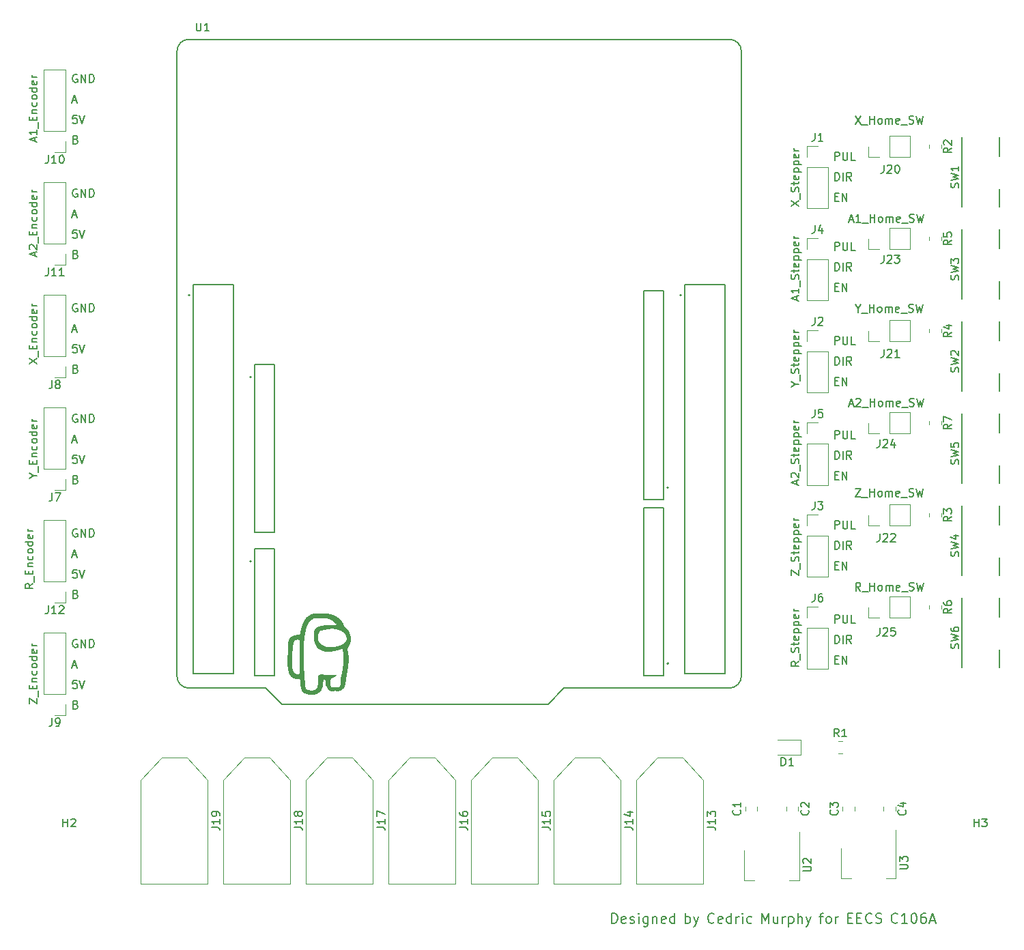
<source format=gbr>
%TF.GenerationSoftware,KiCad,Pcbnew,(7.0.0-0)*%
%TF.CreationDate,2023-11-04T22:02:26-07:00*%
%TF.ProjectId,master_node,6d617374-6572-45f6-9e6f-64652e6b6963,rev?*%
%TF.SameCoordinates,Original*%
%TF.FileFunction,Legend,Top*%
%TF.FilePolarity,Positive*%
%FSLAX46Y46*%
G04 Gerber Fmt 4.6, Leading zero omitted, Abs format (unit mm)*
G04 Created by KiCad (PCBNEW (7.0.0-0)) date 2023-11-04 22:02:26*
%MOMM*%
%LPD*%
G01*
G04 APERTURE LIST*
%ADD10C,0.200000*%
%ADD11C,0.150000*%
%ADD12C,0.120000*%
%ADD13C,0.127000*%
G04 APERTURE END LIST*
D10*
X145297619Y-175727976D02*
X145297619Y-174477976D01*
X145297619Y-174477976D02*
X145595238Y-174477976D01*
X145595238Y-174477976D02*
X145773809Y-174537500D01*
X145773809Y-174537500D02*
X145892857Y-174656547D01*
X145892857Y-174656547D02*
X145952380Y-174775595D01*
X145952380Y-174775595D02*
X146011904Y-175013690D01*
X146011904Y-175013690D02*
X146011904Y-175192261D01*
X146011904Y-175192261D02*
X145952380Y-175430357D01*
X145952380Y-175430357D02*
X145892857Y-175549404D01*
X145892857Y-175549404D02*
X145773809Y-175668452D01*
X145773809Y-175668452D02*
X145595238Y-175727976D01*
X145595238Y-175727976D02*
X145297619Y-175727976D01*
X147023809Y-175668452D02*
X146904761Y-175727976D01*
X146904761Y-175727976D02*
X146666666Y-175727976D01*
X146666666Y-175727976D02*
X146547619Y-175668452D01*
X146547619Y-175668452D02*
X146488095Y-175549404D01*
X146488095Y-175549404D02*
X146488095Y-175073214D01*
X146488095Y-175073214D02*
X146547619Y-174954166D01*
X146547619Y-174954166D02*
X146666666Y-174894642D01*
X146666666Y-174894642D02*
X146904761Y-174894642D01*
X146904761Y-174894642D02*
X147023809Y-174954166D01*
X147023809Y-174954166D02*
X147083333Y-175073214D01*
X147083333Y-175073214D02*
X147083333Y-175192261D01*
X147083333Y-175192261D02*
X146488095Y-175311309D01*
X147559524Y-175668452D02*
X147678571Y-175727976D01*
X147678571Y-175727976D02*
X147916667Y-175727976D01*
X147916667Y-175727976D02*
X148035714Y-175668452D01*
X148035714Y-175668452D02*
X148095238Y-175549404D01*
X148095238Y-175549404D02*
X148095238Y-175489880D01*
X148095238Y-175489880D02*
X148035714Y-175370833D01*
X148035714Y-175370833D02*
X147916667Y-175311309D01*
X147916667Y-175311309D02*
X147738095Y-175311309D01*
X147738095Y-175311309D02*
X147619048Y-175251785D01*
X147619048Y-175251785D02*
X147559524Y-175132738D01*
X147559524Y-175132738D02*
X147559524Y-175073214D01*
X147559524Y-175073214D02*
X147619048Y-174954166D01*
X147619048Y-174954166D02*
X147738095Y-174894642D01*
X147738095Y-174894642D02*
X147916667Y-174894642D01*
X147916667Y-174894642D02*
X148035714Y-174954166D01*
X148630953Y-175727976D02*
X148630953Y-174894642D01*
X148630953Y-174477976D02*
X148571429Y-174537500D01*
X148571429Y-174537500D02*
X148630953Y-174597023D01*
X148630953Y-174597023D02*
X148690476Y-174537500D01*
X148690476Y-174537500D02*
X148630953Y-174477976D01*
X148630953Y-174477976D02*
X148630953Y-174597023D01*
X149761905Y-174894642D02*
X149761905Y-175906547D01*
X149761905Y-175906547D02*
X149702381Y-176025595D01*
X149702381Y-176025595D02*
X149642857Y-176085119D01*
X149642857Y-176085119D02*
X149523810Y-176144642D01*
X149523810Y-176144642D02*
X149345238Y-176144642D01*
X149345238Y-176144642D02*
X149226191Y-176085119D01*
X149761905Y-175668452D02*
X149642857Y-175727976D01*
X149642857Y-175727976D02*
X149404762Y-175727976D01*
X149404762Y-175727976D02*
X149285714Y-175668452D01*
X149285714Y-175668452D02*
X149226191Y-175608928D01*
X149226191Y-175608928D02*
X149166667Y-175489880D01*
X149166667Y-175489880D02*
X149166667Y-175132738D01*
X149166667Y-175132738D02*
X149226191Y-175013690D01*
X149226191Y-175013690D02*
X149285714Y-174954166D01*
X149285714Y-174954166D02*
X149404762Y-174894642D01*
X149404762Y-174894642D02*
X149642857Y-174894642D01*
X149642857Y-174894642D02*
X149761905Y-174954166D01*
X150357143Y-174894642D02*
X150357143Y-175727976D01*
X150357143Y-175013690D02*
X150416666Y-174954166D01*
X150416666Y-174954166D02*
X150535714Y-174894642D01*
X150535714Y-174894642D02*
X150714285Y-174894642D01*
X150714285Y-174894642D02*
X150833333Y-174954166D01*
X150833333Y-174954166D02*
X150892857Y-175073214D01*
X150892857Y-175073214D02*
X150892857Y-175727976D01*
X151964285Y-175668452D02*
X151845237Y-175727976D01*
X151845237Y-175727976D02*
X151607142Y-175727976D01*
X151607142Y-175727976D02*
X151488095Y-175668452D01*
X151488095Y-175668452D02*
X151428571Y-175549404D01*
X151428571Y-175549404D02*
X151428571Y-175073214D01*
X151428571Y-175073214D02*
X151488095Y-174954166D01*
X151488095Y-174954166D02*
X151607142Y-174894642D01*
X151607142Y-174894642D02*
X151845237Y-174894642D01*
X151845237Y-174894642D02*
X151964285Y-174954166D01*
X151964285Y-174954166D02*
X152023809Y-175073214D01*
X152023809Y-175073214D02*
X152023809Y-175192261D01*
X152023809Y-175192261D02*
X151428571Y-175311309D01*
X153095238Y-175727976D02*
X153095238Y-174477976D01*
X153095238Y-175668452D02*
X152976190Y-175727976D01*
X152976190Y-175727976D02*
X152738095Y-175727976D01*
X152738095Y-175727976D02*
X152619047Y-175668452D01*
X152619047Y-175668452D02*
X152559524Y-175608928D01*
X152559524Y-175608928D02*
X152500000Y-175489880D01*
X152500000Y-175489880D02*
X152500000Y-175132738D01*
X152500000Y-175132738D02*
X152559524Y-175013690D01*
X152559524Y-175013690D02*
X152619047Y-174954166D01*
X152619047Y-174954166D02*
X152738095Y-174894642D01*
X152738095Y-174894642D02*
X152976190Y-174894642D01*
X152976190Y-174894642D02*
X153095238Y-174954166D01*
X154440476Y-175727976D02*
X154440476Y-174477976D01*
X154440476Y-174954166D02*
X154559523Y-174894642D01*
X154559523Y-174894642D02*
X154797618Y-174894642D01*
X154797618Y-174894642D02*
X154916666Y-174954166D01*
X154916666Y-174954166D02*
X154976190Y-175013690D01*
X154976190Y-175013690D02*
X155035714Y-175132738D01*
X155035714Y-175132738D02*
X155035714Y-175489880D01*
X155035714Y-175489880D02*
X154976190Y-175608928D01*
X154976190Y-175608928D02*
X154916666Y-175668452D01*
X154916666Y-175668452D02*
X154797618Y-175727976D01*
X154797618Y-175727976D02*
X154559523Y-175727976D01*
X154559523Y-175727976D02*
X154440476Y-175668452D01*
X155452380Y-174894642D02*
X155749999Y-175727976D01*
X156047618Y-174894642D02*
X155749999Y-175727976D01*
X155749999Y-175727976D02*
X155630951Y-176025595D01*
X155630951Y-176025595D02*
X155571428Y-176085119D01*
X155571428Y-176085119D02*
X155452380Y-176144642D01*
X157988094Y-175608928D02*
X157928570Y-175668452D01*
X157928570Y-175668452D02*
X157749999Y-175727976D01*
X157749999Y-175727976D02*
X157630951Y-175727976D01*
X157630951Y-175727976D02*
X157452380Y-175668452D01*
X157452380Y-175668452D02*
X157333332Y-175549404D01*
X157333332Y-175549404D02*
X157273809Y-175430357D01*
X157273809Y-175430357D02*
X157214285Y-175192261D01*
X157214285Y-175192261D02*
X157214285Y-175013690D01*
X157214285Y-175013690D02*
X157273809Y-174775595D01*
X157273809Y-174775595D02*
X157333332Y-174656547D01*
X157333332Y-174656547D02*
X157452380Y-174537500D01*
X157452380Y-174537500D02*
X157630951Y-174477976D01*
X157630951Y-174477976D02*
X157749999Y-174477976D01*
X157749999Y-174477976D02*
X157928570Y-174537500D01*
X157928570Y-174537500D02*
X157988094Y-174597023D01*
X158999999Y-175668452D02*
X158880951Y-175727976D01*
X158880951Y-175727976D02*
X158642856Y-175727976D01*
X158642856Y-175727976D02*
X158523809Y-175668452D01*
X158523809Y-175668452D02*
X158464285Y-175549404D01*
X158464285Y-175549404D02*
X158464285Y-175073214D01*
X158464285Y-175073214D02*
X158523809Y-174954166D01*
X158523809Y-174954166D02*
X158642856Y-174894642D01*
X158642856Y-174894642D02*
X158880951Y-174894642D01*
X158880951Y-174894642D02*
X158999999Y-174954166D01*
X158999999Y-174954166D02*
X159059523Y-175073214D01*
X159059523Y-175073214D02*
X159059523Y-175192261D01*
X159059523Y-175192261D02*
X158464285Y-175311309D01*
X160130952Y-175727976D02*
X160130952Y-174477976D01*
X160130952Y-175668452D02*
X160011904Y-175727976D01*
X160011904Y-175727976D02*
X159773809Y-175727976D01*
X159773809Y-175727976D02*
X159654761Y-175668452D01*
X159654761Y-175668452D02*
X159595238Y-175608928D01*
X159595238Y-175608928D02*
X159535714Y-175489880D01*
X159535714Y-175489880D02*
X159535714Y-175132738D01*
X159535714Y-175132738D02*
X159595238Y-175013690D01*
X159595238Y-175013690D02*
X159654761Y-174954166D01*
X159654761Y-174954166D02*
X159773809Y-174894642D01*
X159773809Y-174894642D02*
X160011904Y-174894642D01*
X160011904Y-174894642D02*
X160130952Y-174954166D01*
X160726190Y-175727976D02*
X160726190Y-174894642D01*
X160726190Y-175132738D02*
X160785713Y-175013690D01*
X160785713Y-175013690D02*
X160845237Y-174954166D01*
X160845237Y-174954166D02*
X160964285Y-174894642D01*
X160964285Y-174894642D02*
X161083332Y-174894642D01*
X161500000Y-175727976D02*
X161500000Y-174894642D01*
X161500000Y-174477976D02*
X161440476Y-174537500D01*
X161440476Y-174537500D02*
X161500000Y-174597023D01*
X161500000Y-174597023D02*
X161559523Y-174537500D01*
X161559523Y-174537500D02*
X161500000Y-174477976D01*
X161500000Y-174477976D02*
X161500000Y-174597023D01*
X162630952Y-175668452D02*
X162511904Y-175727976D01*
X162511904Y-175727976D02*
X162273809Y-175727976D01*
X162273809Y-175727976D02*
X162154761Y-175668452D01*
X162154761Y-175668452D02*
X162095238Y-175608928D01*
X162095238Y-175608928D02*
X162035714Y-175489880D01*
X162035714Y-175489880D02*
X162035714Y-175132738D01*
X162035714Y-175132738D02*
X162095238Y-175013690D01*
X162095238Y-175013690D02*
X162154761Y-174954166D01*
X162154761Y-174954166D02*
X162273809Y-174894642D01*
X162273809Y-174894642D02*
X162511904Y-174894642D01*
X162511904Y-174894642D02*
X162630952Y-174954166D01*
X163916667Y-175727976D02*
X163916667Y-174477976D01*
X163916667Y-174477976D02*
X164333333Y-175370833D01*
X164333333Y-175370833D02*
X164750000Y-174477976D01*
X164750000Y-174477976D02*
X164750000Y-175727976D01*
X165880952Y-174894642D02*
X165880952Y-175727976D01*
X165345238Y-174894642D02*
X165345238Y-175549404D01*
X165345238Y-175549404D02*
X165404761Y-175668452D01*
X165404761Y-175668452D02*
X165523809Y-175727976D01*
X165523809Y-175727976D02*
X165702380Y-175727976D01*
X165702380Y-175727976D02*
X165821428Y-175668452D01*
X165821428Y-175668452D02*
X165880952Y-175608928D01*
X166476190Y-175727976D02*
X166476190Y-174894642D01*
X166476190Y-175132738D02*
X166535713Y-175013690D01*
X166535713Y-175013690D02*
X166595237Y-174954166D01*
X166595237Y-174954166D02*
X166714285Y-174894642D01*
X166714285Y-174894642D02*
X166833332Y-174894642D01*
X167250000Y-174894642D02*
X167250000Y-176144642D01*
X167250000Y-174954166D02*
X167369047Y-174894642D01*
X167369047Y-174894642D02*
X167607142Y-174894642D01*
X167607142Y-174894642D02*
X167726190Y-174954166D01*
X167726190Y-174954166D02*
X167785714Y-175013690D01*
X167785714Y-175013690D02*
X167845238Y-175132738D01*
X167845238Y-175132738D02*
X167845238Y-175489880D01*
X167845238Y-175489880D02*
X167785714Y-175608928D01*
X167785714Y-175608928D02*
X167726190Y-175668452D01*
X167726190Y-175668452D02*
X167607142Y-175727976D01*
X167607142Y-175727976D02*
X167369047Y-175727976D01*
X167369047Y-175727976D02*
X167250000Y-175668452D01*
X168380952Y-175727976D02*
X168380952Y-174477976D01*
X168916666Y-175727976D02*
X168916666Y-175073214D01*
X168916666Y-175073214D02*
X168857142Y-174954166D01*
X168857142Y-174954166D02*
X168738094Y-174894642D01*
X168738094Y-174894642D02*
X168559523Y-174894642D01*
X168559523Y-174894642D02*
X168440475Y-174954166D01*
X168440475Y-174954166D02*
X168380952Y-175013690D01*
X169392856Y-174894642D02*
X169690475Y-175727976D01*
X169988094Y-174894642D02*
X169690475Y-175727976D01*
X169690475Y-175727976D02*
X169571427Y-176025595D01*
X169571427Y-176025595D02*
X169511904Y-176085119D01*
X169511904Y-176085119D02*
X169392856Y-176144642D01*
X171035713Y-174894642D02*
X171511904Y-174894642D01*
X171214285Y-175727976D02*
X171214285Y-174656547D01*
X171214285Y-174656547D02*
X171273808Y-174537500D01*
X171273808Y-174537500D02*
X171392856Y-174477976D01*
X171392856Y-174477976D02*
X171511904Y-174477976D01*
X172107142Y-175727976D02*
X171988094Y-175668452D01*
X171988094Y-175668452D02*
X171928571Y-175608928D01*
X171928571Y-175608928D02*
X171869047Y-175489880D01*
X171869047Y-175489880D02*
X171869047Y-175132738D01*
X171869047Y-175132738D02*
X171928571Y-175013690D01*
X171928571Y-175013690D02*
X171988094Y-174954166D01*
X171988094Y-174954166D02*
X172107142Y-174894642D01*
X172107142Y-174894642D02*
X172285713Y-174894642D01*
X172285713Y-174894642D02*
X172404761Y-174954166D01*
X172404761Y-174954166D02*
X172464285Y-175013690D01*
X172464285Y-175013690D02*
X172523809Y-175132738D01*
X172523809Y-175132738D02*
X172523809Y-175489880D01*
X172523809Y-175489880D02*
X172464285Y-175608928D01*
X172464285Y-175608928D02*
X172404761Y-175668452D01*
X172404761Y-175668452D02*
X172285713Y-175727976D01*
X172285713Y-175727976D02*
X172107142Y-175727976D01*
X173059523Y-175727976D02*
X173059523Y-174894642D01*
X173059523Y-175132738D02*
X173119046Y-175013690D01*
X173119046Y-175013690D02*
X173178570Y-174954166D01*
X173178570Y-174954166D02*
X173297618Y-174894642D01*
X173297618Y-174894642D02*
X173416665Y-174894642D01*
X174583333Y-175073214D02*
X174999999Y-175073214D01*
X175178571Y-175727976D02*
X174583333Y-175727976D01*
X174583333Y-175727976D02*
X174583333Y-174477976D01*
X174583333Y-174477976D02*
X175178571Y-174477976D01*
X175714285Y-175073214D02*
X176130951Y-175073214D01*
X176309523Y-175727976D02*
X175714285Y-175727976D01*
X175714285Y-175727976D02*
X175714285Y-174477976D01*
X175714285Y-174477976D02*
X176309523Y-174477976D01*
X177559522Y-175608928D02*
X177499998Y-175668452D01*
X177499998Y-175668452D02*
X177321427Y-175727976D01*
X177321427Y-175727976D02*
X177202379Y-175727976D01*
X177202379Y-175727976D02*
X177023808Y-175668452D01*
X177023808Y-175668452D02*
X176904760Y-175549404D01*
X176904760Y-175549404D02*
X176845237Y-175430357D01*
X176845237Y-175430357D02*
X176785713Y-175192261D01*
X176785713Y-175192261D02*
X176785713Y-175013690D01*
X176785713Y-175013690D02*
X176845237Y-174775595D01*
X176845237Y-174775595D02*
X176904760Y-174656547D01*
X176904760Y-174656547D02*
X177023808Y-174537500D01*
X177023808Y-174537500D02*
X177202379Y-174477976D01*
X177202379Y-174477976D02*
X177321427Y-174477976D01*
X177321427Y-174477976D02*
X177499998Y-174537500D01*
X177499998Y-174537500D02*
X177559522Y-174597023D01*
X178035713Y-175668452D02*
X178214284Y-175727976D01*
X178214284Y-175727976D02*
X178511903Y-175727976D01*
X178511903Y-175727976D02*
X178630951Y-175668452D01*
X178630951Y-175668452D02*
X178690475Y-175608928D01*
X178690475Y-175608928D02*
X178749998Y-175489880D01*
X178749998Y-175489880D02*
X178749998Y-175370833D01*
X178749998Y-175370833D02*
X178690475Y-175251785D01*
X178690475Y-175251785D02*
X178630951Y-175192261D01*
X178630951Y-175192261D02*
X178511903Y-175132738D01*
X178511903Y-175132738D02*
X178273808Y-175073214D01*
X178273808Y-175073214D02*
X178154760Y-175013690D01*
X178154760Y-175013690D02*
X178095237Y-174954166D01*
X178095237Y-174954166D02*
X178035713Y-174835119D01*
X178035713Y-174835119D02*
X178035713Y-174716071D01*
X178035713Y-174716071D02*
X178095237Y-174597023D01*
X178095237Y-174597023D02*
X178154760Y-174537500D01*
X178154760Y-174537500D02*
X178273808Y-174477976D01*
X178273808Y-174477976D02*
X178571427Y-174477976D01*
X178571427Y-174477976D02*
X178749998Y-174537500D01*
X180749998Y-175608928D02*
X180690474Y-175668452D01*
X180690474Y-175668452D02*
X180511903Y-175727976D01*
X180511903Y-175727976D02*
X180392855Y-175727976D01*
X180392855Y-175727976D02*
X180214284Y-175668452D01*
X180214284Y-175668452D02*
X180095236Y-175549404D01*
X180095236Y-175549404D02*
X180035713Y-175430357D01*
X180035713Y-175430357D02*
X179976189Y-175192261D01*
X179976189Y-175192261D02*
X179976189Y-175013690D01*
X179976189Y-175013690D02*
X180035713Y-174775595D01*
X180035713Y-174775595D02*
X180095236Y-174656547D01*
X180095236Y-174656547D02*
X180214284Y-174537500D01*
X180214284Y-174537500D02*
X180392855Y-174477976D01*
X180392855Y-174477976D02*
X180511903Y-174477976D01*
X180511903Y-174477976D02*
X180690474Y-174537500D01*
X180690474Y-174537500D02*
X180749998Y-174597023D01*
X181940474Y-175727976D02*
X181226189Y-175727976D01*
X181583332Y-175727976D02*
X181583332Y-174477976D01*
X181583332Y-174477976D02*
X181464284Y-174656547D01*
X181464284Y-174656547D02*
X181345236Y-174775595D01*
X181345236Y-174775595D02*
X181226189Y-174835119D01*
X182714284Y-174477976D02*
X182833331Y-174477976D01*
X182833331Y-174477976D02*
X182952379Y-174537500D01*
X182952379Y-174537500D02*
X183011903Y-174597023D01*
X183011903Y-174597023D02*
X183071427Y-174716071D01*
X183071427Y-174716071D02*
X183130950Y-174954166D01*
X183130950Y-174954166D02*
X183130950Y-175251785D01*
X183130950Y-175251785D02*
X183071427Y-175489880D01*
X183071427Y-175489880D02*
X183011903Y-175608928D01*
X183011903Y-175608928D02*
X182952379Y-175668452D01*
X182952379Y-175668452D02*
X182833331Y-175727976D01*
X182833331Y-175727976D02*
X182714284Y-175727976D01*
X182714284Y-175727976D02*
X182595236Y-175668452D01*
X182595236Y-175668452D02*
X182535712Y-175608928D01*
X182535712Y-175608928D02*
X182476189Y-175489880D01*
X182476189Y-175489880D02*
X182416665Y-175251785D01*
X182416665Y-175251785D02*
X182416665Y-174954166D01*
X182416665Y-174954166D02*
X182476189Y-174716071D01*
X182476189Y-174716071D02*
X182535712Y-174597023D01*
X182535712Y-174597023D02*
X182595236Y-174537500D01*
X182595236Y-174537500D02*
X182714284Y-174477976D01*
X184202379Y-174477976D02*
X183964284Y-174477976D01*
X183964284Y-174477976D02*
X183845236Y-174537500D01*
X183845236Y-174537500D02*
X183785712Y-174597023D01*
X183785712Y-174597023D02*
X183666665Y-174775595D01*
X183666665Y-174775595D02*
X183607141Y-175013690D01*
X183607141Y-175013690D02*
X183607141Y-175489880D01*
X183607141Y-175489880D02*
X183666665Y-175608928D01*
X183666665Y-175608928D02*
X183726188Y-175668452D01*
X183726188Y-175668452D02*
X183845236Y-175727976D01*
X183845236Y-175727976D02*
X184083331Y-175727976D01*
X184083331Y-175727976D02*
X184202379Y-175668452D01*
X184202379Y-175668452D02*
X184261903Y-175608928D01*
X184261903Y-175608928D02*
X184321426Y-175489880D01*
X184321426Y-175489880D02*
X184321426Y-175192261D01*
X184321426Y-175192261D02*
X184261903Y-175073214D01*
X184261903Y-175073214D02*
X184202379Y-175013690D01*
X184202379Y-175013690D02*
X184083331Y-174954166D01*
X184083331Y-174954166D02*
X183845236Y-174954166D01*
X183845236Y-174954166D02*
X183726188Y-175013690D01*
X183726188Y-175013690D02*
X183666665Y-175073214D01*
X183666665Y-175073214D02*
X183607141Y-175192261D01*
X184797617Y-175370833D02*
X185392855Y-175370833D01*
X184678569Y-175727976D02*
X185095236Y-174477976D01*
X185095236Y-174477976D02*
X185511902Y-175727976D01*
D11*
X78803428Y-106954571D02*
X78946285Y-107002190D01*
X78946285Y-107002190D02*
X78993904Y-107049809D01*
X78993904Y-107049809D02*
X79041523Y-107145047D01*
X79041523Y-107145047D02*
X79041523Y-107287904D01*
X79041523Y-107287904D02*
X78993904Y-107383142D01*
X78993904Y-107383142D02*
X78946285Y-107430761D01*
X78946285Y-107430761D02*
X78851047Y-107478380D01*
X78851047Y-107478380D02*
X78470095Y-107478380D01*
X78470095Y-107478380D02*
X78470095Y-106478380D01*
X78470095Y-106478380D02*
X78803428Y-106478380D01*
X78803428Y-106478380D02*
X78898666Y-106526000D01*
X78898666Y-106526000D02*
X78946285Y-106573619D01*
X78946285Y-106573619D02*
X78993904Y-106668857D01*
X78993904Y-106668857D02*
X78993904Y-106764095D01*
X78993904Y-106764095D02*
X78946285Y-106859333D01*
X78946285Y-106859333D02*
X78898666Y-106906952D01*
X78898666Y-106906952D02*
X78803428Y-106954571D01*
X78803428Y-106954571D02*
X78470095Y-106954571D01*
X78803428Y-92730571D02*
X78946285Y-92778190D01*
X78946285Y-92778190D02*
X78993904Y-92825809D01*
X78993904Y-92825809D02*
X79041523Y-92921047D01*
X79041523Y-92921047D02*
X79041523Y-93063904D01*
X79041523Y-93063904D02*
X78993904Y-93159142D01*
X78993904Y-93159142D02*
X78946285Y-93206761D01*
X78946285Y-93206761D02*
X78851047Y-93254380D01*
X78851047Y-93254380D02*
X78470095Y-93254380D01*
X78470095Y-93254380D02*
X78470095Y-92254380D01*
X78470095Y-92254380D02*
X78803428Y-92254380D01*
X78803428Y-92254380D02*
X78898666Y-92302000D01*
X78898666Y-92302000D02*
X78946285Y-92349619D01*
X78946285Y-92349619D02*
X78993904Y-92444857D01*
X78993904Y-92444857D02*
X78993904Y-92540095D01*
X78993904Y-92540095D02*
X78946285Y-92635333D01*
X78946285Y-92635333D02*
X78898666Y-92682952D01*
X78898666Y-92682952D02*
X78803428Y-92730571D01*
X78803428Y-92730571D02*
X78470095Y-92730571D01*
X78422476Y-130052666D02*
X78898666Y-130052666D01*
X78327238Y-130338380D02*
X78660571Y-129338380D01*
X78660571Y-129338380D02*
X78993904Y-130338380D01*
X78946285Y-117654380D02*
X78470095Y-117654380D01*
X78470095Y-117654380D02*
X78422476Y-118130571D01*
X78422476Y-118130571D02*
X78470095Y-118082952D01*
X78470095Y-118082952D02*
X78565333Y-118035333D01*
X78565333Y-118035333D02*
X78803428Y-118035333D01*
X78803428Y-118035333D02*
X78898666Y-118082952D01*
X78898666Y-118082952D02*
X78946285Y-118130571D01*
X78946285Y-118130571D02*
X78993904Y-118225809D01*
X78993904Y-118225809D02*
X78993904Y-118463904D01*
X78993904Y-118463904D02*
X78946285Y-118559142D01*
X78946285Y-118559142D02*
X78898666Y-118606761D01*
X78898666Y-118606761D02*
X78803428Y-118654380D01*
X78803428Y-118654380D02*
X78565333Y-118654380D01*
X78565333Y-118654380D02*
X78470095Y-118606761D01*
X78470095Y-118606761D02*
X78422476Y-118559142D01*
X79279619Y-117654380D02*
X79612952Y-118654380D01*
X79612952Y-118654380D02*
X79946285Y-117654380D01*
X172958095Y-143022571D02*
X173291428Y-143022571D01*
X173434285Y-143546380D02*
X172958095Y-143546380D01*
X172958095Y-143546380D02*
X172958095Y-142546380D01*
X172958095Y-142546380D02*
X173434285Y-142546380D01*
X173862857Y-143546380D02*
X173862857Y-142546380D01*
X173862857Y-142546380D02*
X174434285Y-143546380D01*
X174434285Y-143546380D02*
X174434285Y-142546380D01*
X78422476Y-102112666D02*
X78898666Y-102112666D01*
X78327238Y-102398380D02*
X78660571Y-101398380D01*
X78660571Y-101398380D02*
X78993904Y-102398380D01*
X172958095Y-103922380D02*
X172958095Y-102922380D01*
X172958095Y-102922380D02*
X173339047Y-102922380D01*
X173339047Y-102922380D02*
X173434285Y-102970000D01*
X173434285Y-102970000D02*
X173481904Y-103017619D01*
X173481904Y-103017619D02*
X173529523Y-103112857D01*
X173529523Y-103112857D02*
X173529523Y-103255714D01*
X173529523Y-103255714D02*
X173481904Y-103350952D01*
X173481904Y-103350952D02*
X173434285Y-103398571D01*
X173434285Y-103398571D02*
X173339047Y-103446190D01*
X173339047Y-103446190D02*
X172958095Y-103446190D01*
X173958095Y-102922380D02*
X173958095Y-103731904D01*
X173958095Y-103731904D02*
X174005714Y-103827142D01*
X174005714Y-103827142D02*
X174053333Y-103874761D01*
X174053333Y-103874761D02*
X174148571Y-103922380D01*
X174148571Y-103922380D02*
X174339047Y-103922380D01*
X174339047Y-103922380D02*
X174434285Y-103874761D01*
X174434285Y-103874761D02*
X174481904Y-103827142D01*
X174481904Y-103827142D02*
X174529523Y-103731904D01*
X174529523Y-103731904D02*
X174529523Y-102922380D01*
X175481904Y-103922380D02*
X175005714Y-103922380D01*
X175005714Y-103922380D02*
X175005714Y-102922380D01*
X78993904Y-84682000D02*
X78898666Y-84634380D01*
X78898666Y-84634380D02*
X78755809Y-84634380D01*
X78755809Y-84634380D02*
X78612952Y-84682000D01*
X78612952Y-84682000D02*
X78517714Y-84777238D01*
X78517714Y-84777238D02*
X78470095Y-84872476D01*
X78470095Y-84872476D02*
X78422476Y-85062952D01*
X78422476Y-85062952D02*
X78422476Y-85205809D01*
X78422476Y-85205809D02*
X78470095Y-85396285D01*
X78470095Y-85396285D02*
X78517714Y-85491523D01*
X78517714Y-85491523D02*
X78612952Y-85586761D01*
X78612952Y-85586761D02*
X78755809Y-85634380D01*
X78755809Y-85634380D02*
X78851047Y-85634380D01*
X78851047Y-85634380D02*
X78993904Y-85586761D01*
X78993904Y-85586761D02*
X79041523Y-85539142D01*
X79041523Y-85539142D02*
X79041523Y-85205809D01*
X79041523Y-85205809D02*
X78851047Y-85205809D01*
X79470095Y-85634380D02*
X79470095Y-84634380D01*
X79470095Y-84634380D02*
X80041523Y-85634380D01*
X80041523Y-85634380D02*
X80041523Y-84634380D01*
X80517714Y-85634380D02*
X80517714Y-84634380D01*
X80517714Y-84634380D02*
X80755809Y-84634380D01*
X80755809Y-84634380D02*
X80898666Y-84682000D01*
X80898666Y-84682000D02*
X80993904Y-84777238D01*
X80993904Y-84777238D02*
X81041523Y-84872476D01*
X81041523Y-84872476D02*
X81089142Y-85062952D01*
X81089142Y-85062952D02*
X81089142Y-85205809D01*
X81089142Y-85205809D02*
X81041523Y-85396285D01*
X81041523Y-85396285D02*
X80993904Y-85491523D01*
X80993904Y-85491523D02*
X80898666Y-85586761D01*
X80898666Y-85586761D02*
X80755809Y-85634380D01*
X80755809Y-85634380D02*
X80517714Y-85634380D01*
X78422476Y-73664666D02*
X78898666Y-73664666D01*
X78327238Y-73950380D02*
X78660571Y-72950380D01*
X78660571Y-72950380D02*
X78993904Y-73950380D01*
X78803428Y-120670571D02*
X78946285Y-120718190D01*
X78946285Y-120718190D02*
X78993904Y-120765809D01*
X78993904Y-120765809D02*
X79041523Y-120861047D01*
X79041523Y-120861047D02*
X79041523Y-121003904D01*
X79041523Y-121003904D02*
X78993904Y-121099142D01*
X78993904Y-121099142D02*
X78946285Y-121146761D01*
X78946285Y-121146761D02*
X78851047Y-121194380D01*
X78851047Y-121194380D02*
X78470095Y-121194380D01*
X78470095Y-121194380D02*
X78470095Y-120194380D01*
X78470095Y-120194380D02*
X78803428Y-120194380D01*
X78803428Y-120194380D02*
X78898666Y-120242000D01*
X78898666Y-120242000D02*
X78946285Y-120289619D01*
X78946285Y-120289619D02*
X78993904Y-120384857D01*
X78993904Y-120384857D02*
X78993904Y-120480095D01*
X78993904Y-120480095D02*
X78946285Y-120575333D01*
X78946285Y-120575333D02*
X78898666Y-120622952D01*
X78898666Y-120622952D02*
X78803428Y-120670571D01*
X78803428Y-120670571D02*
X78470095Y-120670571D01*
X172958095Y-126782380D02*
X172958095Y-125782380D01*
X172958095Y-125782380D02*
X173339047Y-125782380D01*
X173339047Y-125782380D02*
X173434285Y-125830000D01*
X173434285Y-125830000D02*
X173481904Y-125877619D01*
X173481904Y-125877619D02*
X173529523Y-125972857D01*
X173529523Y-125972857D02*
X173529523Y-126115714D01*
X173529523Y-126115714D02*
X173481904Y-126210952D01*
X173481904Y-126210952D02*
X173434285Y-126258571D01*
X173434285Y-126258571D02*
X173339047Y-126306190D01*
X173339047Y-126306190D02*
X172958095Y-126306190D01*
X173958095Y-125782380D02*
X173958095Y-126591904D01*
X173958095Y-126591904D02*
X174005714Y-126687142D01*
X174005714Y-126687142D02*
X174053333Y-126734761D01*
X174053333Y-126734761D02*
X174148571Y-126782380D01*
X174148571Y-126782380D02*
X174339047Y-126782380D01*
X174339047Y-126782380D02*
X174434285Y-126734761D01*
X174434285Y-126734761D02*
X174481904Y-126687142D01*
X174481904Y-126687142D02*
X174529523Y-126591904D01*
X174529523Y-126591904D02*
X174529523Y-125782380D01*
X175481904Y-126782380D02*
X175005714Y-126782380D01*
X175005714Y-126782380D02*
X175005714Y-125782380D01*
X78993904Y-70458000D02*
X78898666Y-70410380D01*
X78898666Y-70410380D02*
X78755809Y-70410380D01*
X78755809Y-70410380D02*
X78612952Y-70458000D01*
X78612952Y-70458000D02*
X78517714Y-70553238D01*
X78517714Y-70553238D02*
X78470095Y-70648476D01*
X78470095Y-70648476D02*
X78422476Y-70838952D01*
X78422476Y-70838952D02*
X78422476Y-70981809D01*
X78422476Y-70981809D02*
X78470095Y-71172285D01*
X78470095Y-71172285D02*
X78517714Y-71267523D01*
X78517714Y-71267523D02*
X78612952Y-71362761D01*
X78612952Y-71362761D02*
X78755809Y-71410380D01*
X78755809Y-71410380D02*
X78851047Y-71410380D01*
X78851047Y-71410380D02*
X78993904Y-71362761D01*
X78993904Y-71362761D02*
X79041523Y-71315142D01*
X79041523Y-71315142D02*
X79041523Y-70981809D01*
X79041523Y-70981809D02*
X78851047Y-70981809D01*
X79470095Y-71410380D02*
X79470095Y-70410380D01*
X79470095Y-70410380D02*
X80041523Y-71410380D01*
X80041523Y-71410380D02*
X80041523Y-70410380D01*
X80517714Y-71410380D02*
X80517714Y-70410380D01*
X80517714Y-70410380D02*
X80755809Y-70410380D01*
X80755809Y-70410380D02*
X80898666Y-70458000D01*
X80898666Y-70458000D02*
X80993904Y-70553238D01*
X80993904Y-70553238D02*
X81041523Y-70648476D01*
X81041523Y-70648476D02*
X81089142Y-70838952D01*
X81089142Y-70838952D02*
X81089142Y-70981809D01*
X81089142Y-70981809D02*
X81041523Y-71172285D01*
X81041523Y-71172285D02*
X80993904Y-71267523D01*
X80993904Y-71267523D02*
X80898666Y-71362761D01*
X80898666Y-71362761D02*
X80755809Y-71410380D01*
X80755809Y-71410380D02*
X80517714Y-71410380D01*
X78803428Y-134894571D02*
X78946285Y-134942190D01*
X78946285Y-134942190D02*
X78993904Y-134989809D01*
X78993904Y-134989809D02*
X79041523Y-135085047D01*
X79041523Y-135085047D02*
X79041523Y-135227904D01*
X79041523Y-135227904D02*
X78993904Y-135323142D01*
X78993904Y-135323142D02*
X78946285Y-135370761D01*
X78946285Y-135370761D02*
X78851047Y-135418380D01*
X78851047Y-135418380D02*
X78470095Y-135418380D01*
X78470095Y-135418380D02*
X78470095Y-134418380D01*
X78470095Y-134418380D02*
X78803428Y-134418380D01*
X78803428Y-134418380D02*
X78898666Y-134466000D01*
X78898666Y-134466000D02*
X78946285Y-134513619D01*
X78946285Y-134513619D02*
X78993904Y-134608857D01*
X78993904Y-134608857D02*
X78993904Y-134704095D01*
X78993904Y-134704095D02*
X78946285Y-134799333D01*
X78946285Y-134799333D02*
X78898666Y-134846952D01*
X78898666Y-134846952D02*
X78803428Y-134894571D01*
X78803428Y-134894571D02*
X78470095Y-134894571D01*
X172958095Y-85618571D02*
X173291428Y-85618571D01*
X173434285Y-86142380D02*
X172958095Y-86142380D01*
X172958095Y-86142380D02*
X172958095Y-85142380D01*
X172958095Y-85142380D02*
X173434285Y-85142380D01*
X173862857Y-86142380D02*
X173862857Y-85142380D01*
X173862857Y-85142380D02*
X174434285Y-86142380D01*
X174434285Y-86142380D02*
X174434285Y-85142380D01*
X172958095Y-118146380D02*
X172958095Y-117146380D01*
X172958095Y-117146380D02*
X173196190Y-117146380D01*
X173196190Y-117146380D02*
X173339047Y-117194000D01*
X173339047Y-117194000D02*
X173434285Y-117289238D01*
X173434285Y-117289238D02*
X173481904Y-117384476D01*
X173481904Y-117384476D02*
X173529523Y-117574952D01*
X173529523Y-117574952D02*
X173529523Y-117717809D01*
X173529523Y-117717809D02*
X173481904Y-117908285D01*
X173481904Y-117908285D02*
X173434285Y-118003523D01*
X173434285Y-118003523D02*
X173339047Y-118098761D01*
X173339047Y-118098761D02*
X173196190Y-118146380D01*
X173196190Y-118146380D02*
X172958095Y-118146380D01*
X173958095Y-118146380D02*
X173958095Y-117146380D01*
X175005713Y-118146380D02*
X174672380Y-117670190D01*
X174434285Y-118146380D02*
X174434285Y-117146380D01*
X174434285Y-117146380D02*
X174815237Y-117146380D01*
X174815237Y-117146380D02*
X174910475Y-117194000D01*
X174910475Y-117194000D02*
X174958094Y-117241619D01*
X174958094Y-117241619D02*
X175005713Y-117336857D01*
X175005713Y-117336857D02*
X175005713Y-117479714D01*
X175005713Y-117479714D02*
X174958094Y-117574952D01*
X174958094Y-117574952D02*
X174910475Y-117622571D01*
X174910475Y-117622571D02*
X174815237Y-117670190D01*
X174815237Y-117670190D02*
X174434285Y-117670190D01*
X172958095Y-129322380D02*
X172958095Y-128322380D01*
X172958095Y-128322380D02*
X173196190Y-128322380D01*
X173196190Y-128322380D02*
X173339047Y-128370000D01*
X173339047Y-128370000D02*
X173434285Y-128465238D01*
X173434285Y-128465238D02*
X173481904Y-128560476D01*
X173481904Y-128560476D02*
X173529523Y-128750952D01*
X173529523Y-128750952D02*
X173529523Y-128893809D01*
X173529523Y-128893809D02*
X173481904Y-129084285D01*
X173481904Y-129084285D02*
X173434285Y-129179523D01*
X173434285Y-129179523D02*
X173339047Y-129274761D01*
X173339047Y-129274761D02*
X173196190Y-129322380D01*
X173196190Y-129322380D02*
X172958095Y-129322380D01*
X173958095Y-129322380D02*
X173958095Y-128322380D01*
X175005713Y-129322380D02*
X174672380Y-128846190D01*
X174434285Y-129322380D02*
X174434285Y-128322380D01*
X174434285Y-128322380D02*
X174815237Y-128322380D01*
X174815237Y-128322380D02*
X174910475Y-128370000D01*
X174910475Y-128370000D02*
X174958094Y-128417619D01*
X174958094Y-128417619D02*
X175005713Y-128512857D01*
X175005713Y-128512857D02*
X175005713Y-128655714D01*
X175005713Y-128655714D02*
X174958094Y-128750952D01*
X174958094Y-128750952D02*
X174910475Y-128798571D01*
X174910475Y-128798571D02*
X174815237Y-128846190D01*
X174815237Y-128846190D02*
X174434285Y-128846190D01*
X78422476Y-115828666D02*
X78898666Y-115828666D01*
X78327238Y-116114380D02*
X78660571Y-115114380D01*
X78660571Y-115114380D02*
X78993904Y-116114380D01*
X78993904Y-140562000D02*
X78898666Y-140514380D01*
X78898666Y-140514380D02*
X78755809Y-140514380D01*
X78755809Y-140514380D02*
X78612952Y-140562000D01*
X78612952Y-140562000D02*
X78517714Y-140657238D01*
X78517714Y-140657238D02*
X78470095Y-140752476D01*
X78470095Y-140752476D02*
X78422476Y-140942952D01*
X78422476Y-140942952D02*
X78422476Y-141085809D01*
X78422476Y-141085809D02*
X78470095Y-141276285D01*
X78470095Y-141276285D02*
X78517714Y-141371523D01*
X78517714Y-141371523D02*
X78612952Y-141466761D01*
X78612952Y-141466761D02*
X78755809Y-141514380D01*
X78755809Y-141514380D02*
X78851047Y-141514380D01*
X78851047Y-141514380D02*
X78993904Y-141466761D01*
X78993904Y-141466761D02*
X79041523Y-141419142D01*
X79041523Y-141419142D02*
X79041523Y-141085809D01*
X79041523Y-141085809D02*
X78851047Y-141085809D01*
X79470095Y-141514380D02*
X79470095Y-140514380D01*
X79470095Y-140514380D02*
X80041523Y-141514380D01*
X80041523Y-141514380D02*
X80041523Y-140514380D01*
X80517714Y-141514380D02*
X80517714Y-140514380D01*
X80517714Y-140514380D02*
X80755809Y-140514380D01*
X80755809Y-140514380D02*
X80898666Y-140562000D01*
X80898666Y-140562000D02*
X80993904Y-140657238D01*
X80993904Y-140657238D02*
X81041523Y-140752476D01*
X81041523Y-140752476D02*
X81089142Y-140942952D01*
X81089142Y-140942952D02*
X81089142Y-141085809D01*
X81089142Y-141085809D02*
X81041523Y-141276285D01*
X81041523Y-141276285D02*
X80993904Y-141371523D01*
X80993904Y-141371523D02*
X80898666Y-141466761D01*
X80898666Y-141466761D02*
X80755809Y-141514380D01*
X80755809Y-141514380D02*
X80517714Y-141514380D01*
X172958095Y-131338571D02*
X173291428Y-131338571D01*
X173434285Y-131862380D02*
X172958095Y-131862380D01*
X172958095Y-131862380D02*
X172958095Y-130862380D01*
X172958095Y-130862380D02*
X173434285Y-130862380D01*
X173862857Y-131862380D02*
X173862857Y-130862380D01*
X173862857Y-130862380D02*
X174434285Y-131862380D01*
X174434285Y-131862380D02*
X174434285Y-130862380D01*
X78993904Y-126846000D02*
X78898666Y-126798380D01*
X78898666Y-126798380D02*
X78755809Y-126798380D01*
X78755809Y-126798380D02*
X78612952Y-126846000D01*
X78612952Y-126846000D02*
X78517714Y-126941238D01*
X78517714Y-126941238D02*
X78470095Y-127036476D01*
X78470095Y-127036476D02*
X78422476Y-127226952D01*
X78422476Y-127226952D02*
X78422476Y-127369809D01*
X78422476Y-127369809D02*
X78470095Y-127560285D01*
X78470095Y-127560285D02*
X78517714Y-127655523D01*
X78517714Y-127655523D02*
X78612952Y-127750761D01*
X78612952Y-127750761D02*
X78755809Y-127798380D01*
X78755809Y-127798380D02*
X78851047Y-127798380D01*
X78851047Y-127798380D02*
X78993904Y-127750761D01*
X78993904Y-127750761D02*
X79041523Y-127703142D01*
X79041523Y-127703142D02*
X79041523Y-127369809D01*
X79041523Y-127369809D02*
X78851047Y-127369809D01*
X79470095Y-127798380D02*
X79470095Y-126798380D01*
X79470095Y-126798380D02*
X80041523Y-127798380D01*
X80041523Y-127798380D02*
X80041523Y-126798380D01*
X80517714Y-127798380D02*
X80517714Y-126798380D01*
X80517714Y-126798380D02*
X80755809Y-126798380D01*
X80755809Y-126798380D02*
X80898666Y-126846000D01*
X80898666Y-126846000D02*
X80993904Y-126941238D01*
X80993904Y-126941238D02*
X81041523Y-127036476D01*
X81041523Y-127036476D02*
X81089142Y-127226952D01*
X81089142Y-127226952D02*
X81089142Y-127369809D01*
X81089142Y-127369809D02*
X81041523Y-127560285D01*
X81041523Y-127560285D02*
X80993904Y-127655523D01*
X80993904Y-127655523D02*
X80898666Y-127750761D01*
X80898666Y-127750761D02*
X80755809Y-127798380D01*
X80755809Y-127798380D02*
X80517714Y-127798380D01*
X78993904Y-112622000D02*
X78898666Y-112574380D01*
X78898666Y-112574380D02*
X78755809Y-112574380D01*
X78755809Y-112574380D02*
X78612952Y-112622000D01*
X78612952Y-112622000D02*
X78517714Y-112717238D01*
X78517714Y-112717238D02*
X78470095Y-112812476D01*
X78470095Y-112812476D02*
X78422476Y-113002952D01*
X78422476Y-113002952D02*
X78422476Y-113145809D01*
X78422476Y-113145809D02*
X78470095Y-113336285D01*
X78470095Y-113336285D02*
X78517714Y-113431523D01*
X78517714Y-113431523D02*
X78612952Y-113526761D01*
X78612952Y-113526761D02*
X78755809Y-113574380D01*
X78755809Y-113574380D02*
X78851047Y-113574380D01*
X78851047Y-113574380D02*
X78993904Y-113526761D01*
X78993904Y-113526761D02*
X79041523Y-113479142D01*
X79041523Y-113479142D02*
X79041523Y-113145809D01*
X79041523Y-113145809D02*
X78851047Y-113145809D01*
X79470095Y-113574380D02*
X79470095Y-112574380D01*
X79470095Y-112574380D02*
X80041523Y-113574380D01*
X80041523Y-113574380D02*
X80041523Y-112574380D01*
X80517714Y-113574380D02*
X80517714Y-112574380D01*
X80517714Y-112574380D02*
X80755809Y-112574380D01*
X80755809Y-112574380D02*
X80898666Y-112622000D01*
X80898666Y-112622000D02*
X80993904Y-112717238D01*
X80993904Y-112717238D02*
X81041523Y-112812476D01*
X81041523Y-112812476D02*
X81089142Y-113002952D01*
X81089142Y-113002952D02*
X81089142Y-113145809D01*
X81089142Y-113145809D02*
X81041523Y-113336285D01*
X81041523Y-113336285D02*
X80993904Y-113431523D01*
X80993904Y-113431523D02*
X80898666Y-113526761D01*
X80898666Y-113526761D02*
X80755809Y-113574380D01*
X80755809Y-113574380D02*
X80517714Y-113574380D01*
X172958095Y-141006380D02*
X172958095Y-140006380D01*
X172958095Y-140006380D02*
X173196190Y-140006380D01*
X173196190Y-140006380D02*
X173339047Y-140054000D01*
X173339047Y-140054000D02*
X173434285Y-140149238D01*
X173434285Y-140149238D02*
X173481904Y-140244476D01*
X173481904Y-140244476D02*
X173529523Y-140434952D01*
X173529523Y-140434952D02*
X173529523Y-140577809D01*
X173529523Y-140577809D02*
X173481904Y-140768285D01*
X173481904Y-140768285D02*
X173434285Y-140863523D01*
X173434285Y-140863523D02*
X173339047Y-140958761D01*
X173339047Y-140958761D02*
X173196190Y-141006380D01*
X173196190Y-141006380D02*
X172958095Y-141006380D01*
X173958095Y-141006380D02*
X173958095Y-140006380D01*
X175005713Y-141006380D02*
X174672380Y-140530190D01*
X174434285Y-141006380D02*
X174434285Y-140006380D01*
X174434285Y-140006380D02*
X174815237Y-140006380D01*
X174815237Y-140006380D02*
X174910475Y-140054000D01*
X174910475Y-140054000D02*
X174958094Y-140101619D01*
X174958094Y-140101619D02*
X175005713Y-140196857D01*
X175005713Y-140196857D02*
X175005713Y-140339714D01*
X175005713Y-140339714D02*
X174958094Y-140434952D01*
X174958094Y-140434952D02*
X174910475Y-140482571D01*
X174910475Y-140482571D02*
X174815237Y-140530190D01*
X174815237Y-140530190D02*
X174434285Y-140530190D01*
X78946285Y-131878380D02*
X78470095Y-131878380D01*
X78470095Y-131878380D02*
X78422476Y-132354571D01*
X78422476Y-132354571D02*
X78470095Y-132306952D01*
X78470095Y-132306952D02*
X78565333Y-132259333D01*
X78565333Y-132259333D02*
X78803428Y-132259333D01*
X78803428Y-132259333D02*
X78898666Y-132306952D01*
X78898666Y-132306952D02*
X78946285Y-132354571D01*
X78946285Y-132354571D02*
X78993904Y-132449809D01*
X78993904Y-132449809D02*
X78993904Y-132687904D01*
X78993904Y-132687904D02*
X78946285Y-132783142D01*
X78946285Y-132783142D02*
X78898666Y-132830761D01*
X78898666Y-132830761D02*
X78803428Y-132878380D01*
X78803428Y-132878380D02*
X78565333Y-132878380D01*
X78565333Y-132878380D02*
X78470095Y-132830761D01*
X78470095Y-132830761D02*
X78422476Y-132783142D01*
X79279619Y-131878380D02*
X79612952Y-132878380D01*
X79612952Y-132878380D02*
X79946285Y-131878380D01*
X172958095Y-94778380D02*
X172958095Y-93778380D01*
X172958095Y-93778380D02*
X173196190Y-93778380D01*
X173196190Y-93778380D02*
X173339047Y-93826000D01*
X173339047Y-93826000D02*
X173434285Y-93921238D01*
X173434285Y-93921238D02*
X173481904Y-94016476D01*
X173481904Y-94016476D02*
X173529523Y-94206952D01*
X173529523Y-94206952D02*
X173529523Y-94349809D01*
X173529523Y-94349809D02*
X173481904Y-94540285D01*
X173481904Y-94540285D02*
X173434285Y-94635523D01*
X173434285Y-94635523D02*
X173339047Y-94730761D01*
X173339047Y-94730761D02*
X173196190Y-94778380D01*
X173196190Y-94778380D02*
X172958095Y-94778380D01*
X173958095Y-94778380D02*
X173958095Y-93778380D01*
X175005713Y-94778380D02*
X174672380Y-94302190D01*
X174434285Y-94778380D02*
X174434285Y-93778380D01*
X174434285Y-93778380D02*
X174815237Y-93778380D01*
X174815237Y-93778380D02*
X174910475Y-93826000D01*
X174910475Y-93826000D02*
X174958094Y-93873619D01*
X174958094Y-93873619D02*
X175005713Y-93968857D01*
X175005713Y-93968857D02*
X175005713Y-94111714D01*
X175005713Y-94111714D02*
X174958094Y-94206952D01*
X174958094Y-94206952D02*
X174910475Y-94254571D01*
X174910475Y-94254571D02*
X174815237Y-94302190D01*
X174815237Y-94302190D02*
X174434285Y-94302190D01*
X78946285Y-145594380D02*
X78470095Y-145594380D01*
X78470095Y-145594380D02*
X78422476Y-146070571D01*
X78422476Y-146070571D02*
X78470095Y-146022952D01*
X78470095Y-146022952D02*
X78565333Y-145975333D01*
X78565333Y-145975333D02*
X78803428Y-145975333D01*
X78803428Y-145975333D02*
X78898666Y-146022952D01*
X78898666Y-146022952D02*
X78946285Y-146070571D01*
X78946285Y-146070571D02*
X78993904Y-146165809D01*
X78993904Y-146165809D02*
X78993904Y-146403904D01*
X78993904Y-146403904D02*
X78946285Y-146499142D01*
X78946285Y-146499142D02*
X78898666Y-146546761D01*
X78898666Y-146546761D02*
X78803428Y-146594380D01*
X78803428Y-146594380D02*
X78565333Y-146594380D01*
X78565333Y-146594380D02*
X78470095Y-146546761D01*
X78470095Y-146546761D02*
X78422476Y-146499142D01*
X79279619Y-145594380D02*
X79612952Y-146594380D01*
X79612952Y-146594380D02*
X79946285Y-145594380D01*
X172958095Y-96794571D02*
X173291428Y-96794571D01*
X173434285Y-97318380D02*
X172958095Y-97318380D01*
X172958095Y-97318380D02*
X172958095Y-96318380D01*
X172958095Y-96318380D02*
X173434285Y-96318380D01*
X173862857Y-97318380D02*
X173862857Y-96318380D01*
X173862857Y-96318380D02*
X174434285Y-97318380D01*
X174434285Y-97318380D02*
X174434285Y-96318380D01*
X78946285Y-89714380D02*
X78470095Y-89714380D01*
X78470095Y-89714380D02*
X78422476Y-90190571D01*
X78422476Y-90190571D02*
X78470095Y-90142952D01*
X78470095Y-90142952D02*
X78565333Y-90095333D01*
X78565333Y-90095333D02*
X78803428Y-90095333D01*
X78803428Y-90095333D02*
X78898666Y-90142952D01*
X78898666Y-90142952D02*
X78946285Y-90190571D01*
X78946285Y-90190571D02*
X78993904Y-90285809D01*
X78993904Y-90285809D02*
X78993904Y-90523904D01*
X78993904Y-90523904D02*
X78946285Y-90619142D01*
X78946285Y-90619142D02*
X78898666Y-90666761D01*
X78898666Y-90666761D02*
X78803428Y-90714380D01*
X78803428Y-90714380D02*
X78565333Y-90714380D01*
X78565333Y-90714380D02*
X78470095Y-90666761D01*
X78470095Y-90666761D02*
X78422476Y-90619142D01*
X79279619Y-89714380D02*
X79612952Y-90714380D01*
X79612952Y-90714380D02*
X79946285Y-89714380D01*
X172958095Y-115606380D02*
X172958095Y-114606380D01*
X172958095Y-114606380D02*
X173339047Y-114606380D01*
X173339047Y-114606380D02*
X173434285Y-114654000D01*
X173434285Y-114654000D02*
X173481904Y-114701619D01*
X173481904Y-114701619D02*
X173529523Y-114796857D01*
X173529523Y-114796857D02*
X173529523Y-114939714D01*
X173529523Y-114939714D02*
X173481904Y-115034952D01*
X173481904Y-115034952D02*
X173434285Y-115082571D01*
X173434285Y-115082571D02*
X173339047Y-115130190D01*
X173339047Y-115130190D02*
X172958095Y-115130190D01*
X173958095Y-114606380D02*
X173958095Y-115415904D01*
X173958095Y-115415904D02*
X174005714Y-115511142D01*
X174005714Y-115511142D02*
X174053333Y-115558761D01*
X174053333Y-115558761D02*
X174148571Y-115606380D01*
X174148571Y-115606380D02*
X174339047Y-115606380D01*
X174339047Y-115606380D02*
X174434285Y-115558761D01*
X174434285Y-115558761D02*
X174481904Y-115511142D01*
X174481904Y-115511142D02*
X174529523Y-115415904D01*
X174529523Y-115415904D02*
X174529523Y-114606380D01*
X175481904Y-115606380D02*
X175005714Y-115606380D01*
X175005714Y-115606380D02*
X175005714Y-114606380D01*
X172958095Y-106462380D02*
X172958095Y-105462380D01*
X172958095Y-105462380D02*
X173196190Y-105462380D01*
X173196190Y-105462380D02*
X173339047Y-105510000D01*
X173339047Y-105510000D02*
X173434285Y-105605238D01*
X173434285Y-105605238D02*
X173481904Y-105700476D01*
X173481904Y-105700476D02*
X173529523Y-105890952D01*
X173529523Y-105890952D02*
X173529523Y-106033809D01*
X173529523Y-106033809D02*
X173481904Y-106224285D01*
X173481904Y-106224285D02*
X173434285Y-106319523D01*
X173434285Y-106319523D02*
X173339047Y-106414761D01*
X173339047Y-106414761D02*
X173196190Y-106462380D01*
X173196190Y-106462380D02*
X172958095Y-106462380D01*
X173958095Y-106462380D02*
X173958095Y-105462380D01*
X175005713Y-106462380D02*
X174672380Y-105986190D01*
X174434285Y-106462380D02*
X174434285Y-105462380D01*
X174434285Y-105462380D02*
X174815237Y-105462380D01*
X174815237Y-105462380D02*
X174910475Y-105510000D01*
X174910475Y-105510000D02*
X174958094Y-105557619D01*
X174958094Y-105557619D02*
X175005713Y-105652857D01*
X175005713Y-105652857D02*
X175005713Y-105795714D01*
X175005713Y-105795714D02*
X174958094Y-105890952D01*
X174958094Y-105890952D02*
X174910475Y-105938571D01*
X174910475Y-105938571D02*
X174815237Y-105986190D01*
X174815237Y-105986190D02*
X174434285Y-105986190D01*
X78422476Y-143768666D02*
X78898666Y-143768666D01*
X78327238Y-144054380D02*
X78660571Y-143054380D01*
X78660571Y-143054380D02*
X78993904Y-144054380D01*
X78993904Y-98906000D02*
X78898666Y-98858380D01*
X78898666Y-98858380D02*
X78755809Y-98858380D01*
X78755809Y-98858380D02*
X78612952Y-98906000D01*
X78612952Y-98906000D02*
X78517714Y-99001238D01*
X78517714Y-99001238D02*
X78470095Y-99096476D01*
X78470095Y-99096476D02*
X78422476Y-99286952D01*
X78422476Y-99286952D02*
X78422476Y-99429809D01*
X78422476Y-99429809D02*
X78470095Y-99620285D01*
X78470095Y-99620285D02*
X78517714Y-99715523D01*
X78517714Y-99715523D02*
X78612952Y-99810761D01*
X78612952Y-99810761D02*
X78755809Y-99858380D01*
X78755809Y-99858380D02*
X78851047Y-99858380D01*
X78851047Y-99858380D02*
X78993904Y-99810761D01*
X78993904Y-99810761D02*
X79041523Y-99763142D01*
X79041523Y-99763142D02*
X79041523Y-99429809D01*
X79041523Y-99429809D02*
X78851047Y-99429809D01*
X79470095Y-99858380D02*
X79470095Y-98858380D01*
X79470095Y-98858380D02*
X80041523Y-99858380D01*
X80041523Y-99858380D02*
X80041523Y-98858380D01*
X80517714Y-99858380D02*
X80517714Y-98858380D01*
X80517714Y-98858380D02*
X80755809Y-98858380D01*
X80755809Y-98858380D02*
X80898666Y-98906000D01*
X80898666Y-98906000D02*
X80993904Y-99001238D01*
X80993904Y-99001238D02*
X81041523Y-99096476D01*
X81041523Y-99096476D02*
X81089142Y-99286952D01*
X81089142Y-99286952D02*
X81089142Y-99429809D01*
X81089142Y-99429809D02*
X81041523Y-99620285D01*
X81041523Y-99620285D02*
X80993904Y-99715523D01*
X80993904Y-99715523D02*
X80898666Y-99810761D01*
X80898666Y-99810761D02*
X80755809Y-99858380D01*
X80755809Y-99858380D02*
X80517714Y-99858380D01*
X172958095Y-92238380D02*
X172958095Y-91238380D01*
X172958095Y-91238380D02*
X173339047Y-91238380D01*
X173339047Y-91238380D02*
X173434285Y-91286000D01*
X173434285Y-91286000D02*
X173481904Y-91333619D01*
X173481904Y-91333619D02*
X173529523Y-91428857D01*
X173529523Y-91428857D02*
X173529523Y-91571714D01*
X173529523Y-91571714D02*
X173481904Y-91666952D01*
X173481904Y-91666952D02*
X173434285Y-91714571D01*
X173434285Y-91714571D02*
X173339047Y-91762190D01*
X173339047Y-91762190D02*
X172958095Y-91762190D01*
X173958095Y-91238380D02*
X173958095Y-92047904D01*
X173958095Y-92047904D02*
X174005714Y-92143142D01*
X174005714Y-92143142D02*
X174053333Y-92190761D01*
X174053333Y-92190761D02*
X174148571Y-92238380D01*
X174148571Y-92238380D02*
X174339047Y-92238380D01*
X174339047Y-92238380D02*
X174434285Y-92190761D01*
X174434285Y-92190761D02*
X174481904Y-92143142D01*
X174481904Y-92143142D02*
X174529523Y-92047904D01*
X174529523Y-92047904D02*
X174529523Y-91238380D01*
X175481904Y-92238380D02*
X175005714Y-92238380D01*
X175005714Y-92238380D02*
X175005714Y-91238380D01*
X78946285Y-75490380D02*
X78470095Y-75490380D01*
X78470095Y-75490380D02*
X78422476Y-75966571D01*
X78422476Y-75966571D02*
X78470095Y-75918952D01*
X78470095Y-75918952D02*
X78565333Y-75871333D01*
X78565333Y-75871333D02*
X78803428Y-75871333D01*
X78803428Y-75871333D02*
X78898666Y-75918952D01*
X78898666Y-75918952D02*
X78946285Y-75966571D01*
X78946285Y-75966571D02*
X78993904Y-76061809D01*
X78993904Y-76061809D02*
X78993904Y-76299904D01*
X78993904Y-76299904D02*
X78946285Y-76395142D01*
X78946285Y-76395142D02*
X78898666Y-76442761D01*
X78898666Y-76442761D02*
X78803428Y-76490380D01*
X78803428Y-76490380D02*
X78565333Y-76490380D01*
X78565333Y-76490380D02*
X78470095Y-76442761D01*
X78470095Y-76442761D02*
X78422476Y-76395142D01*
X79279619Y-75490380D02*
X79612952Y-76490380D01*
X79612952Y-76490380D02*
X79946285Y-75490380D01*
X78803428Y-78506571D02*
X78946285Y-78554190D01*
X78946285Y-78554190D02*
X78993904Y-78601809D01*
X78993904Y-78601809D02*
X79041523Y-78697047D01*
X79041523Y-78697047D02*
X79041523Y-78839904D01*
X79041523Y-78839904D02*
X78993904Y-78935142D01*
X78993904Y-78935142D02*
X78946285Y-78982761D01*
X78946285Y-78982761D02*
X78851047Y-79030380D01*
X78851047Y-79030380D02*
X78470095Y-79030380D01*
X78470095Y-79030380D02*
X78470095Y-78030380D01*
X78470095Y-78030380D02*
X78803428Y-78030380D01*
X78803428Y-78030380D02*
X78898666Y-78078000D01*
X78898666Y-78078000D02*
X78946285Y-78125619D01*
X78946285Y-78125619D02*
X78993904Y-78220857D01*
X78993904Y-78220857D02*
X78993904Y-78316095D01*
X78993904Y-78316095D02*
X78946285Y-78411333D01*
X78946285Y-78411333D02*
X78898666Y-78458952D01*
X78898666Y-78458952D02*
X78803428Y-78506571D01*
X78803428Y-78506571D02*
X78470095Y-78506571D01*
X172958095Y-81062380D02*
X172958095Y-80062380D01*
X172958095Y-80062380D02*
X173339047Y-80062380D01*
X173339047Y-80062380D02*
X173434285Y-80110000D01*
X173434285Y-80110000D02*
X173481904Y-80157619D01*
X173481904Y-80157619D02*
X173529523Y-80252857D01*
X173529523Y-80252857D02*
X173529523Y-80395714D01*
X173529523Y-80395714D02*
X173481904Y-80490952D01*
X173481904Y-80490952D02*
X173434285Y-80538571D01*
X173434285Y-80538571D02*
X173339047Y-80586190D01*
X173339047Y-80586190D02*
X172958095Y-80586190D01*
X173958095Y-80062380D02*
X173958095Y-80871904D01*
X173958095Y-80871904D02*
X174005714Y-80967142D01*
X174005714Y-80967142D02*
X174053333Y-81014761D01*
X174053333Y-81014761D02*
X174148571Y-81062380D01*
X174148571Y-81062380D02*
X174339047Y-81062380D01*
X174339047Y-81062380D02*
X174434285Y-81014761D01*
X174434285Y-81014761D02*
X174481904Y-80967142D01*
X174481904Y-80967142D02*
X174529523Y-80871904D01*
X174529523Y-80871904D02*
X174529523Y-80062380D01*
X175481904Y-81062380D02*
X175005714Y-81062380D01*
X175005714Y-81062380D02*
X175005714Y-80062380D01*
X78803428Y-148610571D02*
X78946285Y-148658190D01*
X78946285Y-148658190D02*
X78993904Y-148705809D01*
X78993904Y-148705809D02*
X79041523Y-148801047D01*
X79041523Y-148801047D02*
X79041523Y-148943904D01*
X79041523Y-148943904D02*
X78993904Y-149039142D01*
X78993904Y-149039142D02*
X78946285Y-149086761D01*
X78946285Y-149086761D02*
X78851047Y-149134380D01*
X78851047Y-149134380D02*
X78470095Y-149134380D01*
X78470095Y-149134380D02*
X78470095Y-148134380D01*
X78470095Y-148134380D02*
X78803428Y-148134380D01*
X78803428Y-148134380D02*
X78898666Y-148182000D01*
X78898666Y-148182000D02*
X78946285Y-148229619D01*
X78946285Y-148229619D02*
X78993904Y-148324857D01*
X78993904Y-148324857D02*
X78993904Y-148420095D01*
X78993904Y-148420095D02*
X78946285Y-148515333D01*
X78946285Y-148515333D02*
X78898666Y-148562952D01*
X78898666Y-148562952D02*
X78803428Y-148610571D01*
X78803428Y-148610571D02*
X78470095Y-148610571D01*
X172958095Y-120162571D02*
X173291428Y-120162571D01*
X173434285Y-120686380D02*
X172958095Y-120686380D01*
X172958095Y-120686380D02*
X172958095Y-119686380D01*
X172958095Y-119686380D02*
X173434285Y-119686380D01*
X173862857Y-120686380D02*
X173862857Y-119686380D01*
X173862857Y-119686380D02*
X174434285Y-120686380D01*
X174434285Y-120686380D02*
X174434285Y-119686380D01*
X78422476Y-87888666D02*
X78898666Y-87888666D01*
X78327238Y-88174380D02*
X78660571Y-87174380D01*
X78660571Y-87174380D02*
X78993904Y-88174380D01*
X78946285Y-103938380D02*
X78470095Y-103938380D01*
X78470095Y-103938380D02*
X78422476Y-104414571D01*
X78422476Y-104414571D02*
X78470095Y-104366952D01*
X78470095Y-104366952D02*
X78565333Y-104319333D01*
X78565333Y-104319333D02*
X78803428Y-104319333D01*
X78803428Y-104319333D02*
X78898666Y-104366952D01*
X78898666Y-104366952D02*
X78946285Y-104414571D01*
X78946285Y-104414571D02*
X78993904Y-104509809D01*
X78993904Y-104509809D02*
X78993904Y-104747904D01*
X78993904Y-104747904D02*
X78946285Y-104843142D01*
X78946285Y-104843142D02*
X78898666Y-104890761D01*
X78898666Y-104890761D02*
X78803428Y-104938380D01*
X78803428Y-104938380D02*
X78565333Y-104938380D01*
X78565333Y-104938380D02*
X78470095Y-104890761D01*
X78470095Y-104890761D02*
X78422476Y-104843142D01*
X79279619Y-103938380D02*
X79612952Y-104938380D01*
X79612952Y-104938380D02*
X79946285Y-103938380D01*
X172958095Y-108478571D02*
X173291428Y-108478571D01*
X173434285Y-109002380D02*
X172958095Y-109002380D01*
X172958095Y-109002380D02*
X172958095Y-108002380D01*
X172958095Y-108002380D02*
X173434285Y-108002380D01*
X173862857Y-109002380D02*
X173862857Y-108002380D01*
X173862857Y-108002380D02*
X174434285Y-109002380D01*
X174434285Y-109002380D02*
X174434285Y-108002380D01*
X172958095Y-83602380D02*
X172958095Y-82602380D01*
X172958095Y-82602380D02*
X173196190Y-82602380D01*
X173196190Y-82602380D02*
X173339047Y-82650000D01*
X173339047Y-82650000D02*
X173434285Y-82745238D01*
X173434285Y-82745238D02*
X173481904Y-82840476D01*
X173481904Y-82840476D02*
X173529523Y-83030952D01*
X173529523Y-83030952D02*
X173529523Y-83173809D01*
X173529523Y-83173809D02*
X173481904Y-83364285D01*
X173481904Y-83364285D02*
X173434285Y-83459523D01*
X173434285Y-83459523D02*
X173339047Y-83554761D01*
X173339047Y-83554761D02*
X173196190Y-83602380D01*
X173196190Y-83602380D02*
X172958095Y-83602380D01*
X173958095Y-83602380D02*
X173958095Y-82602380D01*
X175005713Y-83602380D02*
X174672380Y-83126190D01*
X174434285Y-83602380D02*
X174434285Y-82602380D01*
X174434285Y-82602380D02*
X174815237Y-82602380D01*
X174815237Y-82602380D02*
X174910475Y-82650000D01*
X174910475Y-82650000D02*
X174958094Y-82697619D01*
X174958094Y-82697619D02*
X175005713Y-82792857D01*
X175005713Y-82792857D02*
X175005713Y-82935714D01*
X175005713Y-82935714D02*
X174958094Y-83030952D01*
X174958094Y-83030952D02*
X174910475Y-83078571D01*
X174910475Y-83078571D02*
X174815237Y-83126190D01*
X174815237Y-83126190D02*
X174434285Y-83126190D01*
X172958095Y-138466380D02*
X172958095Y-137466380D01*
X172958095Y-137466380D02*
X173339047Y-137466380D01*
X173339047Y-137466380D02*
X173434285Y-137514000D01*
X173434285Y-137514000D02*
X173481904Y-137561619D01*
X173481904Y-137561619D02*
X173529523Y-137656857D01*
X173529523Y-137656857D02*
X173529523Y-137799714D01*
X173529523Y-137799714D02*
X173481904Y-137894952D01*
X173481904Y-137894952D02*
X173434285Y-137942571D01*
X173434285Y-137942571D02*
X173339047Y-137990190D01*
X173339047Y-137990190D02*
X172958095Y-137990190D01*
X173958095Y-137466380D02*
X173958095Y-138275904D01*
X173958095Y-138275904D02*
X174005714Y-138371142D01*
X174005714Y-138371142D02*
X174053333Y-138418761D01*
X174053333Y-138418761D02*
X174148571Y-138466380D01*
X174148571Y-138466380D02*
X174339047Y-138466380D01*
X174339047Y-138466380D02*
X174434285Y-138418761D01*
X174434285Y-138418761D02*
X174481904Y-138371142D01*
X174481904Y-138371142D02*
X174529523Y-138275904D01*
X174529523Y-138275904D02*
X174529523Y-137466380D01*
X175481904Y-138466380D02*
X175005714Y-138466380D01*
X175005714Y-138466380D02*
X175005714Y-137466380D01*
%TO.C,SW2*%
X188279761Y-107343332D02*
X188327380Y-107200475D01*
X188327380Y-107200475D02*
X188327380Y-106962380D01*
X188327380Y-106962380D02*
X188279761Y-106867142D01*
X188279761Y-106867142D02*
X188232142Y-106819523D01*
X188232142Y-106819523D02*
X188136904Y-106771904D01*
X188136904Y-106771904D02*
X188041666Y-106771904D01*
X188041666Y-106771904D02*
X187946428Y-106819523D01*
X187946428Y-106819523D02*
X187898809Y-106867142D01*
X187898809Y-106867142D02*
X187851190Y-106962380D01*
X187851190Y-106962380D02*
X187803571Y-107152856D01*
X187803571Y-107152856D02*
X187755952Y-107248094D01*
X187755952Y-107248094D02*
X187708333Y-107295713D01*
X187708333Y-107295713D02*
X187613095Y-107343332D01*
X187613095Y-107343332D02*
X187517857Y-107343332D01*
X187517857Y-107343332D02*
X187422619Y-107295713D01*
X187422619Y-107295713D02*
X187375000Y-107248094D01*
X187375000Y-107248094D02*
X187327380Y-107152856D01*
X187327380Y-107152856D02*
X187327380Y-106914761D01*
X187327380Y-106914761D02*
X187375000Y-106771904D01*
X187327380Y-106438570D02*
X188327380Y-106200475D01*
X188327380Y-106200475D02*
X187613095Y-106009999D01*
X187613095Y-106009999D02*
X188327380Y-105819523D01*
X188327380Y-105819523D02*
X187327380Y-105581428D01*
X187422619Y-105248094D02*
X187375000Y-105200475D01*
X187375000Y-105200475D02*
X187327380Y-105105237D01*
X187327380Y-105105237D02*
X187327380Y-104867142D01*
X187327380Y-104867142D02*
X187375000Y-104771904D01*
X187375000Y-104771904D02*
X187422619Y-104724285D01*
X187422619Y-104724285D02*
X187517857Y-104676666D01*
X187517857Y-104676666D02*
X187613095Y-104676666D01*
X187613095Y-104676666D02*
X187755952Y-104724285D01*
X187755952Y-104724285D02*
X188327380Y-105295713D01*
X188327380Y-105295713D02*
X188327380Y-104676666D01*
%TO.C,J15*%
X136667380Y-163809523D02*
X137381666Y-163809523D01*
X137381666Y-163809523D02*
X137524523Y-163857142D01*
X137524523Y-163857142D02*
X137619761Y-163952380D01*
X137619761Y-163952380D02*
X137667380Y-164095237D01*
X137667380Y-164095237D02*
X137667380Y-164190475D01*
X137667380Y-162809523D02*
X137667380Y-163380951D01*
X137667380Y-163095237D02*
X136667380Y-163095237D01*
X136667380Y-163095237D02*
X136810238Y-163190475D01*
X136810238Y-163190475D02*
X136905476Y-163285713D01*
X136905476Y-163285713D02*
X136953095Y-163380951D01*
X136667380Y-161904761D02*
X136667380Y-162380951D01*
X136667380Y-162380951D02*
X137143571Y-162428570D01*
X137143571Y-162428570D02*
X137095952Y-162380951D01*
X137095952Y-162380951D02*
X137048333Y-162285713D01*
X137048333Y-162285713D02*
X137048333Y-162047618D01*
X137048333Y-162047618D02*
X137095952Y-161952380D01*
X137095952Y-161952380D02*
X137143571Y-161904761D01*
X137143571Y-161904761D02*
X137238809Y-161857142D01*
X137238809Y-161857142D02*
X137476904Y-161857142D01*
X137476904Y-161857142D02*
X137572142Y-161904761D01*
X137572142Y-161904761D02*
X137619761Y-161952380D01*
X137619761Y-161952380D02*
X137667380Y-162047618D01*
X137667380Y-162047618D02*
X137667380Y-162285713D01*
X137667380Y-162285713D02*
X137619761Y-162380951D01*
X137619761Y-162380951D02*
X137572142Y-162428570D01*
%TO.C,J16*%
X126417380Y-163809523D02*
X127131666Y-163809523D01*
X127131666Y-163809523D02*
X127274523Y-163857142D01*
X127274523Y-163857142D02*
X127369761Y-163952380D01*
X127369761Y-163952380D02*
X127417380Y-164095237D01*
X127417380Y-164095237D02*
X127417380Y-164190475D01*
X127417380Y-162809523D02*
X127417380Y-163380951D01*
X127417380Y-163095237D02*
X126417380Y-163095237D01*
X126417380Y-163095237D02*
X126560238Y-163190475D01*
X126560238Y-163190475D02*
X126655476Y-163285713D01*
X126655476Y-163285713D02*
X126703095Y-163380951D01*
X126417380Y-161952380D02*
X126417380Y-162142856D01*
X126417380Y-162142856D02*
X126465000Y-162238094D01*
X126465000Y-162238094D02*
X126512619Y-162285713D01*
X126512619Y-162285713D02*
X126655476Y-162380951D01*
X126655476Y-162380951D02*
X126845952Y-162428570D01*
X126845952Y-162428570D02*
X127226904Y-162428570D01*
X127226904Y-162428570D02*
X127322142Y-162380951D01*
X127322142Y-162380951D02*
X127369761Y-162333332D01*
X127369761Y-162333332D02*
X127417380Y-162238094D01*
X127417380Y-162238094D02*
X127417380Y-162047618D01*
X127417380Y-162047618D02*
X127369761Y-161952380D01*
X127369761Y-161952380D02*
X127322142Y-161904761D01*
X127322142Y-161904761D02*
X127226904Y-161857142D01*
X127226904Y-161857142D02*
X126988809Y-161857142D01*
X126988809Y-161857142D02*
X126893571Y-161904761D01*
X126893571Y-161904761D02*
X126845952Y-161952380D01*
X126845952Y-161952380D02*
X126798333Y-162047618D01*
X126798333Y-162047618D02*
X126798333Y-162238094D01*
X126798333Y-162238094D02*
X126845952Y-162333332D01*
X126845952Y-162333332D02*
X126893571Y-162380951D01*
X126893571Y-162380951D02*
X126988809Y-162428570D01*
%TO.C,C4*%
X181702142Y-161686666D02*
X181749761Y-161734285D01*
X181749761Y-161734285D02*
X181797380Y-161877142D01*
X181797380Y-161877142D02*
X181797380Y-161972380D01*
X181797380Y-161972380D02*
X181749761Y-162115237D01*
X181749761Y-162115237D02*
X181654523Y-162210475D01*
X181654523Y-162210475D02*
X181559285Y-162258094D01*
X181559285Y-162258094D02*
X181368809Y-162305713D01*
X181368809Y-162305713D02*
X181225952Y-162305713D01*
X181225952Y-162305713D02*
X181035476Y-162258094D01*
X181035476Y-162258094D02*
X180940238Y-162210475D01*
X180940238Y-162210475D02*
X180845000Y-162115237D01*
X180845000Y-162115237D02*
X180797380Y-161972380D01*
X180797380Y-161972380D02*
X180797380Y-161877142D01*
X180797380Y-161877142D02*
X180845000Y-161734285D01*
X180845000Y-161734285D02*
X180892619Y-161686666D01*
X181130714Y-160829523D02*
X181797380Y-160829523D01*
X180749761Y-161067618D02*
X181464047Y-161305713D01*
X181464047Y-161305713D02*
X181464047Y-160686666D01*
%TO.C,J1*%
X170481666Y-77682380D02*
X170481666Y-78396666D01*
X170481666Y-78396666D02*
X170434047Y-78539523D01*
X170434047Y-78539523D02*
X170338809Y-78634761D01*
X170338809Y-78634761D02*
X170195952Y-78682380D01*
X170195952Y-78682380D02*
X170100714Y-78682380D01*
X171481666Y-78682380D02*
X170910238Y-78682380D01*
X171195952Y-78682380D02*
X171195952Y-77682380D01*
X171195952Y-77682380D02*
X171100714Y-77825238D01*
X171100714Y-77825238D02*
X171005476Y-77920476D01*
X171005476Y-77920476D02*
X170910238Y-77968095D01*
X167515380Y-86732619D02*
X168515380Y-86065953D01*
X167515380Y-86065953D02*
X168515380Y-86732619D01*
X168610619Y-85923096D02*
X168610619Y-85161191D01*
X168467761Y-84970714D02*
X168515380Y-84827857D01*
X168515380Y-84827857D02*
X168515380Y-84589762D01*
X168515380Y-84589762D02*
X168467761Y-84494524D01*
X168467761Y-84494524D02*
X168420142Y-84446905D01*
X168420142Y-84446905D02*
X168324904Y-84399286D01*
X168324904Y-84399286D02*
X168229666Y-84399286D01*
X168229666Y-84399286D02*
X168134428Y-84446905D01*
X168134428Y-84446905D02*
X168086809Y-84494524D01*
X168086809Y-84494524D02*
X168039190Y-84589762D01*
X168039190Y-84589762D02*
X167991571Y-84780238D01*
X167991571Y-84780238D02*
X167943952Y-84875476D01*
X167943952Y-84875476D02*
X167896333Y-84923095D01*
X167896333Y-84923095D02*
X167801095Y-84970714D01*
X167801095Y-84970714D02*
X167705857Y-84970714D01*
X167705857Y-84970714D02*
X167610619Y-84923095D01*
X167610619Y-84923095D02*
X167563000Y-84875476D01*
X167563000Y-84875476D02*
X167515380Y-84780238D01*
X167515380Y-84780238D02*
X167515380Y-84542143D01*
X167515380Y-84542143D02*
X167563000Y-84399286D01*
X167848714Y-84113571D02*
X167848714Y-83732619D01*
X167515380Y-83970714D02*
X168372523Y-83970714D01*
X168372523Y-83970714D02*
X168467761Y-83923095D01*
X168467761Y-83923095D02*
X168515380Y-83827857D01*
X168515380Y-83827857D02*
X168515380Y-83732619D01*
X168467761Y-83018333D02*
X168515380Y-83113571D01*
X168515380Y-83113571D02*
X168515380Y-83304047D01*
X168515380Y-83304047D02*
X168467761Y-83399285D01*
X168467761Y-83399285D02*
X168372523Y-83446904D01*
X168372523Y-83446904D02*
X167991571Y-83446904D01*
X167991571Y-83446904D02*
X167896333Y-83399285D01*
X167896333Y-83399285D02*
X167848714Y-83304047D01*
X167848714Y-83304047D02*
X167848714Y-83113571D01*
X167848714Y-83113571D02*
X167896333Y-83018333D01*
X167896333Y-83018333D02*
X167991571Y-82970714D01*
X167991571Y-82970714D02*
X168086809Y-82970714D01*
X168086809Y-82970714D02*
X168182047Y-83446904D01*
X167848714Y-82542142D02*
X168848714Y-82542142D01*
X167896333Y-82542142D02*
X167848714Y-82446904D01*
X167848714Y-82446904D02*
X167848714Y-82256428D01*
X167848714Y-82256428D02*
X167896333Y-82161190D01*
X167896333Y-82161190D02*
X167943952Y-82113571D01*
X167943952Y-82113571D02*
X168039190Y-82065952D01*
X168039190Y-82065952D02*
X168324904Y-82065952D01*
X168324904Y-82065952D02*
X168420142Y-82113571D01*
X168420142Y-82113571D02*
X168467761Y-82161190D01*
X168467761Y-82161190D02*
X168515380Y-82256428D01*
X168515380Y-82256428D02*
X168515380Y-82446904D01*
X168515380Y-82446904D02*
X168467761Y-82542142D01*
X167848714Y-81637380D02*
X168848714Y-81637380D01*
X167896333Y-81637380D02*
X167848714Y-81542142D01*
X167848714Y-81542142D02*
X167848714Y-81351666D01*
X167848714Y-81351666D02*
X167896333Y-81256428D01*
X167896333Y-81256428D02*
X167943952Y-81208809D01*
X167943952Y-81208809D02*
X168039190Y-81161190D01*
X168039190Y-81161190D02*
X168324904Y-81161190D01*
X168324904Y-81161190D02*
X168420142Y-81208809D01*
X168420142Y-81208809D02*
X168467761Y-81256428D01*
X168467761Y-81256428D02*
X168515380Y-81351666D01*
X168515380Y-81351666D02*
X168515380Y-81542142D01*
X168515380Y-81542142D02*
X168467761Y-81637380D01*
X168467761Y-80351666D02*
X168515380Y-80446904D01*
X168515380Y-80446904D02*
X168515380Y-80637380D01*
X168515380Y-80637380D02*
X168467761Y-80732618D01*
X168467761Y-80732618D02*
X168372523Y-80780237D01*
X168372523Y-80780237D02*
X167991571Y-80780237D01*
X167991571Y-80780237D02*
X167896333Y-80732618D01*
X167896333Y-80732618D02*
X167848714Y-80637380D01*
X167848714Y-80637380D02*
X167848714Y-80446904D01*
X167848714Y-80446904D02*
X167896333Y-80351666D01*
X167896333Y-80351666D02*
X167991571Y-80304047D01*
X167991571Y-80304047D02*
X168086809Y-80304047D01*
X168086809Y-80304047D02*
X168182047Y-80780237D01*
X168515380Y-79875475D02*
X167848714Y-79875475D01*
X168039190Y-79875475D02*
X167943952Y-79827856D01*
X167943952Y-79827856D02*
X167896333Y-79780237D01*
X167896333Y-79780237D02*
X167848714Y-79684999D01*
X167848714Y-79684999D02*
X167848714Y-79589761D01*
%TO.C,SW5*%
X188279761Y-118773332D02*
X188327380Y-118630475D01*
X188327380Y-118630475D02*
X188327380Y-118392380D01*
X188327380Y-118392380D02*
X188279761Y-118297142D01*
X188279761Y-118297142D02*
X188232142Y-118249523D01*
X188232142Y-118249523D02*
X188136904Y-118201904D01*
X188136904Y-118201904D02*
X188041666Y-118201904D01*
X188041666Y-118201904D02*
X187946428Y-118249523D01*
X187946428Y-118249523D02*
X187898809Y-118297142D01*
X187898809Y-118297142D02*
X187851190Y-118392380D01*
X187851190Y-118392380D02*
X187803571Y-118582856D01*
X187803571Y-118582856D02*
X187755952Y-118678094D01*
X187755952Y-118678094D02*
X187708333Y-118725713D01*
X187708333Y-118725713D02*
X187613095Y-118773332D01*
X187613095Y-118773332D02*
X187517857Y-118773332D01*
X187517857Y-118773332D02*
X187422619Y-118725713D01*
X187422619Y-118725713D02*
X187375000Y-118678094D01*
X187375000Y-118678094D02*
X187327380Y-118582856D01*
X187327380Y-118582856D02*
X187327380Y-118344761D01*
X187327380Y-118344761D02*
X187375000Y-118201904D01*
X187327380Y-117868570D02*
X188327380Y-117630475D01*
X188327380Y-117630475D02*
X187613095Y-117439999D01*
X187613095Y-117439999D02*
X188327380Y-117249523D01*
X188327380Y-117249523D02*
X187327380Y-117011428D01*
X187327380Y-116154285D02*
X187327380Y-116630475D01*
X187327380Y-116630475D02*
X187803571Y-116678094D01*
X187803571Y-116678094D02*
X187755952Y-116630475D01*
X187755952Y-116630475D02*
X187708333Y-116535237D01*
X187708333Y-116535237D02*
X187708333Y-116297142D01*
X187708333Y-116297142D02*
X187755952Y-116201904D01*
X187755952Y-116201904D02*
X187803571Y-116154285D01*
X187803571Y-116154285D02*
X187898809Y-116106666D01*
X187898809Y-116106666D02*
X188136904Y-116106666D01*
X188136904Y-116106666D02*
X188232142Y-116154285D01*
X188232142Y-116154285D02*
X188279761Y-116201904D01*
X188279761Y-116201904D02*
X188327380Y-116297142D01*
X188327380Y-116297142D02*
X188327380Y-116535237D01*
X188327380Y-116535237D02*
X188279761Y-116630475D01*
X188279761Y-116630475D02*
X188232142Y-116678094D01*
%TO.C,J14*%
X146867380Y-163809523D02*
X147581666Y-163809523D01*
X147581666Y-163809523D02*
X147724523Y-163857142D01*
X147724523Y-163857142D02*
X147819761Y-163952380D01*
X147819761Y-163952380D02*
X147867380Y-164095237D01*
X147867380Y-164095237D02*
X147867380Y-164190475D01*
X147867380Y-162809523D02*
X147867380Y-163380951D01*
X147867380Y-163095237D02*
X146867380Y-163095237D01*
X146867380Y-163095237D02*
X147010238Y-163190475D01*
X147010238Y-163190475D02*
X147105476Y-163285713D01*
X147105476Y-163285713D02*
X147153095Y-163380951D01*
X147200714Y-161952380D02*
X147867380Y-161952380D01*
X146819761Y-162190475D02*
X147534047Y-162428570D01*
X147534047Y-162428570D02*
X147534047Y-161809523D01*
%TO.C,U2*%
X169012380Y-169266904D02*
X169821904Y-169266904D01*
X169821904Y-169266904D02*
X169917142Y-169219285D01*
X169917142Y-169219285D02*
X169964761Y-169171666D01*
X169964761Y-169171666D02*
X170012380Y-169076428D01*
X170012380Y-169076428D02*
X170012380Y-168885952D01*
X170012380Y-168885952D02*
X169964761Y-168790714D01*
X169964761Y-168790714D02*
X169917142Y-168743095D01*
X169917142Y-168743095D02*
X169821904Y-168695476D01*
X169821904Y-168695476D02*
X169012380Y-168695476D01*
X169107619Y-168266904D02*
X169060000Y-168219285D01*
X169060000Y-168219285D02*
X169012380Y-168124047D01*
X169012380Y-168124047D02*
X169012380Y-167885952D01*
X169012380Y-167885952D02*
X169060000Y-167790714D01*
X169060000Y-167790714D02*
X169107619Y-167743095D01*
X169107619Y-167743095D02*
X169202857Y-167695476D01*
X169202857Y-167695476D02*
X169298095Y-167695476D01*
X169298095Y-167695476D02*
X169440952Y-167743095D01*
X169440952Y-167743095D02*
X170012380Y-168314523D01*
X170012380Y-168314523D02*
X170012380Y-167695476D01*
%TO.C,C2*%
X169637142Y-161686666D02*
X169684761Y-161734285D01*
X169684761Y-161734285D02*
X169732380Y-161877142D01*
X169732380Y-161877142D02*
X169732380Y-161972380D01*
X169732380Y-161972380D02*
X169684761Y-162115237D01*
X169684761Y-162115237D02*
X169589523Y-162210475D01*
X169589523Y-162210475D02*
X169494285Y-162258094D01*
X169494285Y-162258094D02*
X169303809Y-162305713D01*
X169303809Y-162305713D02*
X169160952Y-162305713D01*
X169160952Y-162305713D02*
X168970476Y-162258094D01*
X168970476Y-162258094D02*
X168875238Y-162210475D01*
X168875238Y-162210475D02*
X168780000Y-162115237D01*
X168780000Y-162115237D02*
X168732380Y-161972380D01*
X168732380Y-161972380D02*
X168732380Y-161877142D01*
X168732380Y-161877142D02*
X168780000Y-161734285D01*
X168780000Y-161734285D02*
X168827619Y-161686666D01*
X168827619Y-161305713D02*
X168780000Y-161258094D01*
X168780000Y-161258094D02*
X168732380Y-161162856D01*
X168732380Y-161162856D02*
X168732380Y-160924761D01*
X168732380Y-160924761D02*
X168780000Y-160829523D01*
X168780000Y-160829523D02*
X168827619Y-160781904D01*
X168827619Y-160781904D02*
X168922857Y-160734285D01*
X168922857Y-160734285D02*
X169018095Y-160734285D01*
X169018095Y-160734285D02*
X169160952Y-160781904D01*
X169160952Y-160781904D02*
X169732380Y-161353332D01*
X169732380Y-161353332D02*
X169732380Y-160734285D01*
%TO.C,J2*%
X170481666Y-100542380D02*
X170481666Y-101256666D01*
X170481666Y-101256666D02*
X170434047Y-101399523D01*
X170434047Y-101399523D02*
X170338809Y-101494761D01*
X170338809Y-101494761D02*
X170195952Y-101542380D01*
X170195952Y-101542380D02*
X170100714Y-101542380D01*
X170910238Y-100637619D02*
X170957857Y-100590000D01*
X170957857Y-100590000D02*
X171053095Y-100542380D01*
X171053095Y-100542380D02*
X171291190Y-100542380D01*
X171291190Y-100542380D02*
X171386428Y-100590000D01*
X171386428Y-100590000D02*
X171434047Y-100637619D01*
X171434047Y-100637619D02*
X171481666Y-100732857D01*
X171481666Y-100732857D02*
X171481666Y-100828095D01*
X171481666Y-100828095D02*
X171434047Y-100970952D01*
X171434047Y-100970952D02*
X170862619Y-101542380D01*
X170862619Y-101542380D02*
X171481666Y-101542380D01*
X168039190Y-108878286D02*
X168515380Y-108878286D01*
X167515380Y-109211619D02*
X168039190Y-108878286D01*
X168039190Y-108878286D02*
X167515380Y-108544953D01*
X168610619Y-108449715D02*
X168610619Y-107687810D01*
X168467761Y-107497333D02*
X168515380Y-107354476D01*
X168515380Y-107354476D02*
X168515380Y-107116381D01*
X168515380Y-107116381D02*
X168467761Y-107021143D01*
X168467761Y-107021143D02*
X168420142Y-106973524D01*
X168420142Y-106973524D02*
X168324904Y-106925905D01*
X168324904Y-106925905D02*
X168229666Y-106925905D01*
X168229666Y-106925905D02*
X168134428Y-106973524D01*
X168134428Y-106973524D02*
X168086809Y-107021143D01*
X168086809Y-107021143D02*
X168039190Y-107116381D01*
X168039190Y-107116381D02*
X167991571Y-107306857D01*
X167991571Y-107306857D02*
X167943952Y-107402095D01*
X167943952Y-107402095D02*
X167896333Y-107449714D01*
X167896333Y-107449714D02*
X167801095Y-107497333D01*
X167801095Y-107497333D02*
X167705857Y-107497333D01*
X167705857Y-107497333D02*
X167610619Y-107449714D01*
X167610619Y-107449714D02*
X167563000Y-107402095D01*
X167563000Y-107402095D02*
X167515380Y-107306857D01*
X167515380Y-107306857D02*
X167515380Y-107068762D01*
X167515380Y-107068762D02*
X167563000Y-106925905D01*
X167848714Y-106640190D02*
X167848714Y-106259238D01*
X167515380Y-106497333D02*
X168372523Y-106497333D01*
X168372523Y-106497333D02*
X168467761Y-106449714D01*
X168467761Y-106449714D02*
X168515380Y-106354476D01*
X168515380Y-106354476D02*
X168515380Y-106259238D01*
X168467761Y-105544952D02*
X168515380Y-105640190D01*
X168515380Y-105640190D02*
X168515380Y-105830666D01*
X168515380Y-105830666D02*
X168467761Y-105925904D01*
X168467761Y-105925904D02*
X168372523Y-105973523D01*
X168372523Y-105973523D02*
X167991571Y-105973523D01*
X167991571Y-105973523D02*
X167896333Y-105925904D01*
X167896333Y-105925904D02*
X167848714Y-105830666D01*
X167848714Y-105830666D02*
X167848714Y-105640190D01*
X167848714Y-105640190D02*
X167896333Y-105544952D01*
X167896333Y-105544952D02*
X167991571Y-105497333D01*
X167991571Y-105497333D02*
X168086809Y-105497333D01*
X168086809Y-105497333D02*
X168182047Y-105973523D01*
X167848714Y-105068761D02*
X168848714Y-105068761D01*
X167896333Y-105068761D02*
X167848714Y-104973523D01*
X167848714Y-104973523D02*
X167848714Y-104783047D01*
X167848714Y-104783047D02*
X167896333Y-104687809D01*
X167896333Y-104687809D02*
X167943952Y-104640190D01*
X167943952Y-104640190D02*
X168039190Y-104592571D01*
X168039190Y-104592571D02*
X168324904Y-104592571D01*
X168324904Y-104592571D02*
X168420142Y-104640190D01*
X168420142Y-104640190D02*
X168467761Y-104687809D01*
X168467761Y-104687809D02*
X168515380Y-104783047D01*
X168515380Y-104783047D02*
X168515380Y-104973523D01*
X168515380Y-104973523D02*
X168467761Y-105068761D01*
X167848714Y-104163999D02*
X168848714Y-104163999D01*
X167896333Y-104163999D02*
X167848714Y-104068761D01*
X167848714Y-104068761D02*
X167848714Y-103878285D01*
X167848714Y-103878285D02*
X167896333Y-103783047D01*
X167896333Y-103783047D02*
X167943952Y-103735428D01*
X167943952Y-103735428D02*
X168039190Y-103687809D01*
X168039190Y-103687809D02*
X168324904Y-103687809D01*
X168324904Y-103687809D02*
X168420142Y-103735428D01*
X168420142Y-103735428D02*
X168467761Y-103783047D01*
X168467761Y-103783047D02*
X168515380Y-103878285D01*
X168515380Y-103878285D02*
X168515380Y-104068761D01*
X168515380Y-104068761D02*
X168467761Y-104163999D01*
X168467761Y-102878285D02*
X168515380Y-102973523D01*
X168515380Y-102973523D02*
X168515380Y-103163999D01*
X168515380Y-103163999D02*
X168467761Y-103259237D01*
X168467761Y-103259237D02*
X168372523Y-103306856D01*
X168372523Y-103306856D02*
X167991571Y-103306856D01*
X167991571Y-103306856D02*
X167896333Y-103259237D01*
X167896333Y-103259237D02*
X167848714Y-103163999D01*
X167848714Y-103163999D02*
X167848714Y-102973523D01*
X167848714Y-102973523D02*
X167896333Y-102878285D01*
X167896333Y-102878285D02*
X167991571Y-102830666D01*
X167991571Y-102830666D02*
X168086809Y-102830666D01*
X168086809Y-102830666D02*
X168182047Y-103306856D01*
X168515380Y-102402094D02*
X167848714Y-102402094D01*
X168039190Y-102402094D02*
X167943952Y-102354475D01*
X167943952Y-102354475D02*
X167896333Y-102306856D01*
X167896333Y-102306856D02*
X167848714Y-102211618D01*
X167848714Y-102211618D02*
X167848714Y-102116380D01*
%TO.C,R4*%
X187437380Y-102401666D02*
X186961190Y-102734999D01*
X187437380Y-102973094D02*
X186437380Y-102973094D01*
X186437380Y-102973094D02*
X186437380Y-102592142D01*
X186437380Y-102592142D02*
X186485000Y-102496904D01*
X186485000Y-102496904D02*
X186532619Y-102449285D01*
X186532619Y-102449285D02*
X186627857Y-102401666D01*
X186627857Y-102401666D02*
X186770714Y-102401666D01*
X186770714Y-102401666D02*
X186865952Y-102449285D01*
X186865952Y-102449285D02*
X186913571Y-102496904D01*
X186913571Y-102496904D02*
X186961190Y-102592142D01*
X186961190Y-102592142D02*
X186961190Y-102973094D01*
X186770714Y-101544523D02*
X187437380Y-101544523D01*
X186389761Y-101782618D02*
X187104047Y-102020713D01*
X187104047Y-102020713D02*
X187104047Y-101401666D01*
%TO.C,J12*%
X75390476Y-136327380D02*
X75390476Y-137041666D01*
X75390476Y-137041666D02*
X75342857Y-137184523D01*
X75342857Y-137184523D02*
X75247619Y-137279761D01*
X75247619Y-137279761D02*
X75104762Y-137327380D01*
X75104762Y-137327380D02*
X75009524Y-137327380D01*
X76390476Y-137327380D02*
X75819048Y-137327380D01*
X76104762Y-137327380D02*
X76104762Y-136327380D01*
X76104762Y-136327380D02*
X76009524Y-136470238D01*
X76009524Y-136470238D02*
X75914286Y-136565476D01*
X75914286Y-136565476D02*
X75819048Y-136613095D01*
X76771429Y-136422619D02*
X76819048Y-136375000D01*
X76819048Y-136375000D02*
X76914286Y-136327380D01*
X76914286Y-136327380D02*
X77152381Y-136327380D01*
X77152381Y-136327380D02*
X77247619Y-136375000D01*
X77247619Y-136375000D02*
X77295238Y-136422619D01*
X77295238Y-136422619D02*
X77342857Y-136517857D01*
X77342857Y-136517857D02*
X77342857Y-136613095D01*
X77342857Y-136613095D02*
X77295238Y-136755952D01*
X77295238Y-136755952D02*
X76723810Y-137327380D01*
X76723810Y-137327380D02*
X77342857Y-137327380D01*
X73519380Y-133603619D02*
X73043190Y-133936952D01*
X73519380Y-134175047D02*
X72519380Y-134175047D01*
X72519380Y-134175047D02*
X72519380Y-133794095D01*
X72519380Y-133794095D02*
X72567000Y-133698857D01*
X72567000Y-133698857D02*
X72614619Y-133651238D01*
X72614619Y-133651238D02*
X72709857Y-133603619D01*
X72709857Y-133603619D02*
X72852714Y-133603619D01*
X72852714Y-133603619D02*
X72947952Y-133651238D01*
X72947952Y-133651238D02*
X72995571Y-133698857D01*
X72995571Y-133698857D02*
X73043190Y-133794095D01*
X73043190Y-133794095D02*
X73043190Y-134175047D01*
X73614619Y-133413143D02*
X73614619Y-132651238D01*
X72995571Y-132413142D02*
X72995571Y-132079809D01*
X73519380Y-131936952D02*
X73519380Y-132413142D01*
X73519380Y-132413142D02*
X72519380Y-132413142D01*
X72519380Y-132413142D02*
X72519380Y-131936952D01*
X72852714Y-131508380D02*
X73519380Y-131508380D01*
X72947952Y-131508380D02*
X72900333Y-131460761D01*
X72900333Y-131460761D02*
X72852714Y-131365523D01*
X72852714Y-131365523D02*
X72852714Y-131222666D01*
X72852714Y-131222666D02*
X72900333Y-131127428D01*
X72900333Y-131127428D02*
X72995571Y-131079809D01*
X72995571Y-131079809D02*
X73519380Y-131079809D01*
X73471761Y-130175047D02*
X73519380Y-130270285D01*
X73519380Y-130270285D02*
X73519380Y-130460761D01*
X73519380Y-130460761D02*
X73471761Y-130555999D01*
X73471761Y-130555999D02*
X73424142Y-130603618D01*
X73424142Y-130603618D02*
X73328904Y-130651237D01*
X73328904Y-130651237D02*
X73043190Y-130651237D01*
X73043190Y-130651237D02*
X72947952Y-130603618D01*
X72947952Y-130603618D02*
X72900333Y-130555999D01*
X72900333Y-130555999D02*
X72852714Y-130460761D01*
X72852714Y-130460761D02*
X72852714Y-130270285D01*
X72852714Y-130270285D02*
X72900333Y-130175047D01*
X73519380Y-129603618D02*
X73471761Y-129698856D01*
X73471761Y-129698856D02*
X73424142Y-129746475D01*
X73424142Y-129746475D02*
X73328904Y-129794094D01*
X73328904Y-129794094D02*
X73043190Y-129794094D01*
X73043190Y-129794094D02*
X72947952Y-129746475D01*
X72947952Y-129746475D02*
X72900333Y-129698856D01*
X72900333Y-129698856D02*
X72852714Y-129603618D01*
X72852714Y-129603618D02*
X72852714Y-129460761D01*
X72852714Y-129460761D02*
X72900333Y-129365523D01*
X72900333Y-129365523D02*
X72947952Y-129317904D01*
X72947952Y-129317904D02*
X73043190Y-129270285D01*
X73043190Y-129270285D02*
X73328904Y-129270285D01*
X73328904Y-129270285D02*
X73424142Y-129317904D01*
X73424142Y-129317904D02*
X73471761Y-129365523D01*
X73471761Y-129365523D02*
X73519380Y-129460761D01*
X73519380Y-129460761D02*
X73519380Y-129603618D01*
X73519380Y-128413142D02*
X72519380Y-128413142D01*
X73471761Y-128413142D02*
X73519380Y-128508380D01*
X73519380Y-128508380D02*
X73519380Y-128698856D01*
X73519380Y-128698856D02*
X73471761Y-128794094D01*
X73471761Y-128794094D02*
X73424142Y-128841713D01*
X73424142Y-128841713D02*
X73328904Y-128889332D01*
X73328904Y-128889332D02*
X73043190Y-128889332D01*
X73043190Y-128889332D02*
X72947952Y-128841713D01*
X72947952Y-128841713D02*
X72900333Y-128794094D01*
X72900333Y-128794094D02*
X72852714Y-128698856D01*
X72852714Y-128698856D02*
X72852714Y-128508380D01*
X72852714Y-128508380D02*
X72900333Y-128413142D01*
X73471761Y-127555999D02*
X73519380Y-127651237D01*
X73519380Y-127651237D02*
X73519380Y-127841713D01*
X73519380Y-127841713D02*
X73471761Y-127936951D01*
X73471761Y-127936951D02*
X73376523Y-127984570D01*
X73376523Y-127984570D02*
X72995571Y-127984570D01*
X72995571Y-127984570D02*
X72900333Y-127936951D01*
X72900333Y-127936951D02*
X72852714Y-127841713D01*
X72852714Y-127841713D02*
X72852714Y-127651237D01*
X72852714Y-127651237D02*
X72900333Y-127555999D01*
X72900333Y-127555999D02*
X72995571Y-127508380D01*
X72995571Y-127508380D02*
X73090809Y-127508380D01*
X73090809Y-127508380D02*
X73186047Y-127984570D01*
X73519380Y-127079808D02*
X72852714Y-127079808D01*
X73043190Y-127079808D02*
X72947952Y-127032189D01*
X72947952Y-127032189D02*
X72900333Y-126984570D01*
X72900333Y-126984570D02*
X72852714Y-126889332D01*
X72852714Y-126889332D02*
X72852714Y-126794094D01*
%TO.C,J18*%
X105917380Y-163809523D02*
X106631666Y-163809523D01*
X106631666Y-163809523D02*
X106774523Y-163857142D01*
X106774523Y-163857142D02*
X106869761Y-163952380D01*
X106869761Y-163952380D02*
X106917380Y-164095237D01*
X106917380Y-164095237D02*
X106917380Y-164190475D01*
X106917380Y-162809523D02*
X106917380Y-163380951D01*
X106917380Y-163095237D02*
X105917380Y-163095237D01*
X105917380Y-163095237D02*
X106060238Y-163190475D01*
X106060238Y-163190475D02*
X106155476Y-163285713D01*
X106155476Y-163285713D02*
X106203095Y-163380951D01*
X106345952Y-162238094D02*
X106298333Y-162333332D01*
X106298333Y-162333332D02*
X106250714Y-162380951D01*
X106250714Y-162380951D02*
X106155476Y-162428570D01*
X106155476Y-162428570D02*
X106107857Y-162428570D01*
X106107857Y-162428570D02*
X106012619Y-162380951D01*
X106012619Y-162380951D02*
X105965000Y-162333332D01*
X105965000Y-162333332D02*
X105917380Y-162238094D01*
X105917380Y-162238094D02*
X105917380Y-162047618D01*
X105917380Y-162047618D02*
X105965000Y-161952380D01*
X105965000Y-161952380D02*
X106012619Y-161904761D01*
X106012619Y-161904761D02*
X106107857Y-161857142D01*
X106107857Y-161857142D02*
X106155476Y-161857142D01*
X106155476Y-161857142D02*
X106250714Y-161904761D01*
X106250714Y-161904761D02*
X106298333Y-161952380D01*
X106298333Y-161952380D02*
X106345952Y-162047618D01*
X106345952Y-162047618D02*
X106345952Y-162238094D01*
X106345952Y-162238094D02*
X106393571Y-162333332D01*
X106393571Y-162333332D02*
X106441190Y-162380951D01*
X106441190Y-162380951D02*
X106536428Y-162428570D01*
X106536428Y-162428570D02*
X106726904Y-162428570D01*
X106726904Y-162428570D02*
X106822142Y-162380951D01*
X106822142Y-162380951D02*
X106869761Y-162333332D01*
X106869761Y-162333332D02*
X106917380Y-162238094D01*
X106917380Y-162238094D02*
X106917380Y-162047618D01*
X106917380Y-162047618D02*
X106869761Y-161952380D01*
X106869761Y-161952380D02*
X106822142Y-161904761D01*
X106822142Y-161904761D02*
X106726904Y-161857142D01*
X106726904Y-161857142D02*
X106536428Y-161857142D01*
X106536428Y-161857142D02*
X106441190Y-161904761D01*
X106441190Y-161904761D02*
X106393571Y-161952380D01*
X106393571Y-161952380D02*
X106345952Y-162047618D01*
%TO.C,J13*%
X157167380Y-163809523D02*
X157881666Y-163809523D01*
X157881666Y-163809523D02*
X158024523Y-163857142D01*
X158024523Y-163857142D02*
X158119761Y-163952380D01*
X158119761Y-163952380D02*
X158167380Y-164095237D01*
X158167380Y-164095237D02*
X158167380Y-164190475D01*
X158167380Y-162809523D02*
X158167380Y-163380951D01*
X158167380Y-163095237D02*
X157167380Y-163095237D01*
X157167380Y-163095237D02*
X157310238Y-163190475D01*
X157310238Y-163190475D02*
X157405476Y-163285713D01*
X157405476Y-163285713D02*
X157453095Y-163380951D01*
X157167380Y-162476189D02*
X157167380Y-161857142D01*
X157167380Y-161857142D02*
X157548333Y-162190475D01*
X157548333Y-162190475D02*
X157548333Y-162047618D01*
X157548333Y-162047618D02*
X157595952Y-161952380D01*
X157595952Y-161952380D02*
X157643571Y-161904761D01*
X157643571Y-161904761D02*
X157738809Y-161857142D01*
X157738809Y-161857142D02*
X157976904Y-161857142D01*
X157976904Y-161857142D02*
X158072142Y-161904761D01*
X158072142Y-161904761D02*
X158119761Y-161952380D01*
X158119761Y-161952380D02*
X158167380Y-162047618D01*
X158167380Y-162047618D02*
X158167380Y-162333332D01*
X158167380Y-162333332D02*
X158119761Y-162428570D01*
X158119761Y-162428570D02*
X158072142Y-162476189D01*
%TO.C,J4*%
X170481666Y-89112380D02*
X170481666Y-89826666D01*
X170481666Y-89826666D02*
X170434047Y-89969523D01*
X170434047Y-89969523D02*
X170338809Y-90064761D01*
X170338809Y-90064761D02*
X170195952Y-90112380D01*
X170195952Y-90112380D02*
X170100714Y-90112380D01*
X171386428Y-89445714D02*
X171386428Y-90112380D01*
X171148333Y-89064761D02*
X170910238Y-89779047D01*
X170910238Y-89779047D02*
X171529285Y-89779047D01*
X168229666Y-98416571D02*
X168229666Y-97940381D01*
X168515380Y-98511809D02*
X167515380Y-98178476D01*
X167515380Y-98178476D02*
X168515380Y-97845143D01*
X168515380Y-96988000D02*
X168515380Y-97559428D01*
X168515380Y-97273714D02*
X167515380Y-97273714D01*
X167515380Y-97273714D02*
X167658238Y-97368952D01*
X167658238Y-97368952D02*
X167753476Y-97464190D01*
X167753476Y-97464190D02*
X167801095Y-97559428D01*
X168610619Y-96797524D02*
X168610619Y-96035619D01*
X168467761Y-95845142D02*
X168515380Y-95702285D01*
X168515380Y-95702285D02*
X168515380Y-95464190D01*
X168515380Y-95464190D02*
X168467761Y-95368952D01*
X168467761Y-95368952D02*
X168420142Y-95321333D01*
X168420142Y-95321333D02*
X168324904Y-95273714D01*
X168324904Y-95273714D02*
X168229666Y-95273714D01*
X168229666Y-95273714D02*
X168134428Y-95321333D01*
X168134428Y-95321333D02*
X168086809Y-95368952D01*
X168086809Y-95368952D02*
X168039190Y-95464190D01*
X168039190Y-95464190D02*
X167991571Y-95654666D01*
X167991571Y-95654666D02*
X167943952Y-95749904D01*
X167943952Y-95749904D02*
X167896333Y-95797523D01*
X167896333Y-95797523D02*
X167801095Y-95845142D01*
X167801095Y-95845142D02*
X167705857Y-95845142D01*
X167705857Y-95845142D02*
X167610619Y-95797523D01*
X167610619Y-95797523D02*
X167563000Y-95749904D01*
X167563000Y-95749904D02*
X167515380Y-95654666D01*
X167515380Y-95654666D02*
X167515380Y-95416571D01*
X167515380Y-95416571D02*
X167563000Y-95273714D01*
X167848714Y-94987999D02*
X167848714Y-94607047D01*
X167515380Y-94845142D02*
X168372523Y-94845142D01*
X168372523Y-94845142D02*
X168467761Y-94797523D01*
X168467761Y-94797523D02*
X168515380Y-94702285D01*
X168515380Y-94702285D02*
X168515380Y-94607047D01*
X168467761Y-93892761D02*
X168515380Y-93987999D01*
X168515380Y-93987999D02*
X168515380Y-94178475D01*
X168515380Y-94178475D02*
X168467761Y-94273713D01*
X168467761Y-94273713D02*
X168372523Y-94321332D01*
X168372523Y-94321332D02*
X167991571Y-94321332D01*
X167991571Y-94321332D02*
X167896333Y-94273713D01*
X167896333Y-94273713D02*
X167848714Y-94178475D01*
X167848714Y-94178475D02*
X167848714Y-93987999D01*
X167848714Y-93987999D02*
X167896333Y-93892761D01*
X167896333Y-93892761D02*
X167991571Y-93845142D01*
X167991571Y-93845142D02*
X168086809Y-93845142D01*
X168086809Y-93845142D02*
X168182047Y-94321332D01*
X167848714Y-93416570D02*
X168848714Y-93416570D01*
X167896333Y-93416570D02*
X167848714Y-93321332D01*
X167848714Y-93321332D02*
X167848714Y-93130856D01*
X167848714Y-93130856D02*
X167896333Y-93035618D01*
X167896333Y-93035618D02*
X167943952Y-92987999D01*
X167943952Y-92987999D02*
X168039190Y-92940380D01*
X168039190Y-92940380D02*
X168324904Y-92940380D01*
X168324904Y-92940380D02*
X168420142Y-92987999D01*
X168420142Y-92987999D02*
X168467761Y-93035618D01*
X168467761Y-93035618D02*
X168515380Y-93130856D01*
X168515380Y-93130856D02*
X168515380Y-93321332D01*
X168515380Y-93321332D02*
X168467761Y-93416570D01*
X167848714Y-92511808D02*
X168848714Y-92511808D01*
X167896333Y-92511808D02*
X167848714Y-92416570D01*
X167848714Y-92416570D02*
X167848714Y-92226094D01*
X167848714Y-92226094D02*
X167896333Y-92130856D01*
X167896333Y-92130856D02*
X167943952Y-92083237D01*
X167943952Y-92083237D02*
X168039190Y-92035618D01*
X168039190Y-92035618D02*
X168324904Y-92035618D01*
X168324904Y-92035618D02*
X168420142Y-92083237D01*
X168420142Y-92083237D02*
X168467761Y-92130856D01*
X168467761Y-92130856D02*
X168515380Y-92226094D01*
X168515380Y-92226094D02*
X168515380Y-92416570D01*
X168515380Y-92416570D02*
X168467761Y-92511808D01*
X168467761Y-91226094D02*
X168515380Y-91321332D01*
X168515380Y-91321332D02*
X168515380Y-91511808D01*
X168515380Y-91511808D02*
X168467761Y-91607046D01*
X168467761Y-91607046D02*
X168372523Y-91654665D01*
X168372523Y-91654665D02*
X167991571Y-91654665D01*
X167991571Y-91654665D02*
X167896333Y-91607046D01*
X167896333Y-91607046D02*
X167848714Y-91511808D01*
X167848714Y-91511808D02*
X167848714Y-91321332D01*
X167848714Y-91321332D02*
X167896333Y-91226094D01*
X167896333Y-91226094D02*
X167991571Y-91178475D01*
X167991571Y-91178475D02*
X168086809Y-91178475D01*
X168086809Y-91178475D02*
X168182047Y-91654665D01*
X168515380Y-90749903D02*
X167848714Y-90749903D01*
X168039190Y-90749903D02*
X167943952Y-90702284D01*
X167943952Y-90702284D02*
X167896333Y-90654665D01*
X167896333Y-90654665D02*
X167848714Y-90559427D01*
X167848714Y-90559427D02*
X167848714Y-90464189D01*
%TO.C,J19*%
X95667380Y-163809523D02*
X96381666Y-163809523D01*
X96381666Y-163809523D02*
X96524523Y-163857142D01*
X96524523Y-163857142D02*
X96619761Y-163952380D01*
X96619761Y-163952380D02*
X96667380Y-164095237D01*
X96667380Y-164095237D02*
X96667380Y-164190475D01*
X96667380Y-162809523D02*
X96667380Y-163380951D01*
X96667380Y-163095237D02*
X95667380Y-163095237D01*
X95667380Y-163095237D02*
X95810238Y-163190475D01*
X95810238Y-163190475D02*
X95905476Y-163285713D01*
X95905476Y-163285713D02*
X95953095Y-163380951D01*
X96667380Y-162333332D02*
X96667380Y-162142856D01*
X96667380Y-162142856D02*
X96619761Y-162047618D01*
X96619761Y-162047618D02*
X96572142Y-161999999D01*
X96572142Y-161999999D02*
X96429285Y-161904761D01*
X96429285Y-161904761D02*
X96238809Y-161857142D01*
X96238809Y-161857142D02*
X95857857Y-161857142D01*
X95857857Y-161857142D02*
X95762619Y-161904761D01*
X95762619Y-161904761D02*
X95715000Y-161952380D01*
X95715000Y-161952380D02*
X95667380Y-162047618D01*
X95667380Y-162047618D02*
X95667380Y-162238094D01*
X95667380Y-162238094D02*
X95715000Y-162333332D01*
X95715000Y-162333332D02*
X95762619Y-162380951D01*
X95762619Y-162380951D02*
X95857857Y-162428570D01*
X95857857Y-162428570D02*
X96095952Y-162428570D01*
X96095952Y-162428570D02*
X96191190Y-162380951D01*
X96191190Y-162380951D02*
X96238809Y-162333332D01*
X96238809Y-162333332D02*
X96286428Y-162238094D01*
X96286428Y-162238094D02*
X96286428Y-162047618D01*
X96286428Y-162047618D02*
X96238809Y-161952380D01*
X96238809Y-161952380D02*
X96191190Y-161904761D01*
X96191190Y-161904761D02*
X96095952Y-161857142D01*
%TO.C,D1*%
X166311905Y-156172380D02*
X166311905Y-155172380D01*
X166311905Y-155172380D02*
X166550000Y-155172380D01*
X166550000Y-155172380D02*
X166692857Y-155220000D01*
X166692857Y-155220000D02*
X166788095Y-155315238D01*
X166788095Y-155315238D02*
X166835714Y-155410476D01*
X166835714Y-155410476D02*
X166883333Y-155600952D01*
X166883333Y-155600952D02*
X166883333Y-155743809D01*
X166883333Y-155743809D02*
X166835714Y-155934285D01*
X166835714Y-155934285D02*
X166788095Y-156029523D01*
X166788095Y-156029523D02*
X166692857Y-156124761D01*
X166692857Y-156124761D02*
X166550000Y-156172380D01*
X166550000Y-156172380D02*
X166311905Y-156172380D01*
X167835714Y-156172380D02*
X167264286Y-156172380D01*
X167550000Y-156172380D02*
X167550000Y-155172380D01*
X167550000Y-155172380D02*
X167454762Y-155315238D01*
X167454762Y-155315238D02*
X167359524Y-155410476D01*
X167359524Y-155410476D02*
X167264286Y-155458095D01*
%TO.C,J22*%
X178514476Y-127383380D02*
X178514476Y-128097666D01*
X178514476Y-128097666D02*
X178466857Y-128240523D01*
X178466857Y-128240523D02*
X178371619Y-128335761D01*
X178371619Y-128335761D02*
X178228762Y-128383380D01*
X178228762Y-128383380D02*
X178133524Y-128383380D01*
X178943048Y-127478619D02*
X178990667Y-127431000D01*
X178990667Y-127431000D02*
X179085905Y-127383380D01*
X179085905Y-127383380D02*
X179324000Y-127383380D01*
X179324000Y-127383380D02*
X179419238Y-127431000D01*
X179419238Y-127431000D02*
X179466857Y-127478619D01*
X179466857Y-127478619D02*
X179514476Y-127573857D01*
X179514476Y-127573857D02*
X179514476Y-127669095D01*
X179514476Y-127669095D02*
X179466857Y-127811952D01*
X179466857Y-127811952D02*
X178895429Y-128383380D01*
X178895429Y-128383380D02*
X179514476Y-128383380D01*
X179895429Y-127478619D02*
X179943048Y-127431000D01*
X179943048Y-127431000D02*
X180038286Y-127383380D01*
X180038286Y-127383380D02*
X180276381Y-127383380D01*
X180276381Y-127383380D02*
X180371619Y-127431000D01*
X180371619Y-127431000D02*
X180419238Y-127478619D01*
X180419238Y-127478619D02*
X180466857Y-127573857D01*
X180466857Y-127573857D02*
X180466857Y-127669095D01*
X180466857Y-127669095D02*
X180419238Y-127811952D01*
X180419238Y-127811952D02*
X179847810Y-128383380D01*
X179847810Y-128383380D02*
X180466857Y-128383380D01*
X175490714Y-121795380D02*
X176157380Y-121795380D01*
X176157380Y-121795380D02*
X175490714Y-122795380D01*
X175490714Y-122795380D02*
X176157380Y-122795380D01*
X176300238Y-122890619D02*
X177062142Y-122890619D01*
X177300238Y-122795380D02*
X177300238Y-121795380D01*
X177300238Y-122271571D02*
X177871666Y-122271571D01*
X177871666Y-122795380D02*
X177871666Y-121795380D01*
X178490714Y-122795380D02*
X178395476Y-122747761D01*
X178395476Y-122747761D02*
X178347857Y-122700142D01*
X178347857Y-122700142D02*
X178300238Y-122604904D01*
X178300238Y-122604904D02*
X178300238Y-122319190D01*
X178300238Y-122319190D02*
X178347857Y-122223952D01*
X178347857Y-122223952D02*
X178395476Y-122176333D01*
X178395476Y-122176333D02*
X178490714Y-122128714D01*
X178490714Y-122128714D02*
X178633571Y-122128714D01*
X178633571Y-122128714D02*
X178728809Y-122176333D01*
X178728809Y-122176333D02*
X178776428Y-122223952D01*
X178776428Y-122223952D02*
X178824047Y-122319190D01*
X178824047Y-122319190D02*
X178824047Y-122604904D01*
X178824047Y-122604904D02*
X178776428Y-122700142D01*
X178776428Y-122700142D02*
X178728809Y-122747761D01*
X178728809Y-122747761D02*
X178633571Y-122795380D01*
X178633571Y-122795380D02*
X178490714Y-122795380D01*
X179252619Y-122795380D02*
X179252619Y-122128714D01*
X179252619Y-122223952D02*
X179300238Y-122176333D01*
X179300238Y-122176333D02*
X179395476Y-122128714D01*
X179395476Y-122128714D02*
X179538333Y-122128714D01*
X179538333Y-122128714D02*
X179633571Y-122176333D01*
X179633571Y-122176333D02*
X179681190Y-122271571D01*
X179681190Y-122271571D02*
X179681190Y-122795380D01*
X179681190Y-122271571D02*
X179728809Y-122176333D01*
X179728809Y-122176333D02*
X179824047Y-122128714D01*
X179824047Y-122128714D02*
X179966904Y-122128714D01*
X179966904Y-122128714D02*
X180062143Y-122176333D01*
X180062143Y-122176333D02*
X180109762Y-122271571D01*
X180109762Y-122271571D02*
X180109762Y-122795380D01*
X180966904Y-122747761D02*
X180871666Y-122795380D01*
X180871666Y-122795380D02*
X180681190Y-122795380D01*
X180681190Y-122795380D02*
X180585952Y-122747761D01*
X180585952Y-122747761D02*
X180538333Y-122652523D01*
X180538333Y-122652523D02*
X180538333Y-122271571D01*
X180538333Y-122271571D02*
X180585952Y-122176333D01*
X180585952Y-122176333D02*
X180681190Y-122128714D01*
X180681190Y-122128714D02*
X180871666Y-122128714D01*
X180871666Y-122128714D02*
X180966904Y-122176333D01*
X180966904Y-122176333D02*
X181014523Y-122271571D01*
X181014523Y-122271571D02*
X181014523Y-122366809D01*
X181014523Y-122366809D02*
X180538333Y-122462047D01*
X181205000Y-122890619D02*
X181966904Y-122890619D01*
X182157381Y-122747761D02*
X182300238Y-122795380D01*
X182300238Y-122795380D02*
X182538333Y-122795380D01*
X182538333Y-122795380D02*
X182633571Y-122747761D01*
X182633571Y-122747761D02*
X182681190Y-122700142D01*
X182681190Y-122700142D02*
X182728809Y-122604904D01*
X182728809Y-122604904D02*
X182728809Y-122509666D01*
X182728809Y-122509666D02*
X182681190Y-122414428D01*
X182681190Y-122414428D02*
X182633571Y-122366809D01*
X182633571Y-122366809D02*
X182538333Y-122319190D01*
X182538333Y-122319190D02*
X182347857Y-122271571D01*
X182347857Y-122271571D02*
X182252619Y-122223952D01*
X182252619Y-122223952D02*
X182205000Y-122176333D01*
X182205000Y-122176333D02*
X182157381Y-122081095D01*
X182157381Y-122081095D02*
X182157381Y-121985857D01*
X182157381Y-121985857D02*
X182205000Y-121890619D01*
X182205000Y-121890619D02*
X182252619Y-121843000D01*
X182252619Y-121843000D02*
X182347857Y-121795380D01*
X182347857Y-121795380D02*
X182585952Y-121795380D01*
X182585952Y-121795380D02*
X182728809Y-121843000D01*
X183062143Y-121795380D02*
X183300238Y-122795380D01*
X183300238Y-122795380D02*
X183490714Y-122081095D01*
X183490714Y-122081095D02*
X183681190Y-122795380D01*
X183681190Y-122795380D02*
X183919286Y-121795380D01*
%TO.C,J7*%
X75866666Y-122357380D02*
X75866666Y-123071666D01*
X75866666Y-123071666D02*
X75819047Y-123214523D01*
X75819047Y-123214523D02*
X75723809Y-123309761D01*
X75723809Y-123309761D02*
X75580952Y-123357380D01*
X75580952Y-123357380D02*
X75485714Y-123357380D01*
X76247619Y-122357380D02*
X76914285Y-122357380D01*
X76914285Y-122357380D02*
X76485714Y-123357380D01*
X73551190Y-120197143D02*
X74027380Y-120197143D01*
X73027380Y-120530476D02*
X73551190Y-120197143D01*
X73551190Y-120197143D02*
X73027380Y-119863810D01*
X74122619Y-119768572D02*
X74122619Y-119006667D01*
X73503571Y-118768571D02*
X73503571Y-118435238D01*
X74027380Y-118292381D02*
X74027380Y-118768571D01*
X74027380Y-118768571D02*
X73027380Y-118768571D01*
X73027380Y-118768571D02*
X73027380Y-118292381D01*
X73360714Y-117863809D02*
X74027380Y-117863809D01*
X73455952Y-117863809D02*
X73408333Y-117816190D01*
X73408333Y-117816190D02*
X73360714Y-117720952D01*
X73360714Y-117720952D02*
X73360714Y-117578095D01*
X73360714Y-117578095D02*
X73408333Y-117482857D01*
X73408333Y-117482857D02*
X73503571Y-117435238D01*
X73503571Y-117435238D02*
X74027380Y-117435238D01*
X73979761Y-116530476D02*
X74027380Y-116625714D01*
X74027380Y-116625714D02*
X74027380Y-116816190D01*
X74027380Y-116816190D02*
X73979761Y-116911428D01*
X73979761Y-116911428D02*
X73932142Y-116959047D01*
X73932142Y-116959047D02*
X73836904Y-117006666D01*
X73836904Y-117006666D02*
X73551190Y-117006666D01*
X73551190Y-117006666D02*
X73455952Y-116959047D01*
X73455952Y-116959047D02*
X73408333Y-116911428D01*
X73408333Y-116911428D02*
X73360714Y-116816190D01*
X73360714Y-116816190D02*
X73360714Y-116625714D01*
X73360714Y-116625714D02*
X73408333Y-116530476D01*
X74027380Y-115959047D02*
X73979761Y-116054285D01*
X73979761Y-116054285D02*
X73932142Y-116101904D01*
X73932142Y-116101904D02*
X73836904Y-116149523D01*
X73836904Y-116149523D02*
X73551190Y-116149523D01*
X73551190Y-116149523D02*
X73455952Y-116101904D01*
X73455952Y-116101904D02*
X73408333Y-116054285D01*
X73408333Y-116054285D02*
X73360714Y-115959047D01*
X73360714Y-115959047D02*
X73360714Y-115816190D01*
X73360714Y-115816190D02*
X73408333Y-115720952D01*
X73408333Y-115720952D02*
X73455952Y-115673333D01*
X73455952Y-115673333D02*
X73551190Y-115625714D01*
X73551190Y-115625714D02*
X73836904Y-115625714D01*
X73836904Y-115625714D02*
X73932142Y-115673333D01*
X73932142Y-115673333D02*
X73979761Y-115720952D01*
X73979761Y-115720952D02*
X74027380Y-115816190D01*
X74027380Y-115816190D02*
X74027380Y-115959047D01*
X74027380Y-114768571D02*
X73027380Y-114768571D01*
X73979761Y-114768571D02*
X74027380Y-114863809D01*
X74027380Y-114863809D02*
X74027380Y-115054285D01*
X74027380Y-115054285D02*
X73979761Y-115149523D01*
X73979761Y-115149523D02*
X73932142Y-115197142D01*
X73932142Y-115197142D02*
X73836904Y-115244761D01*
X73836904Y-115244761D02*
X73551190Y-115244761D01*
X73551190Y-115244761D02*
X73455952Y-115197142D01*
X73455952Y-115197142D02*
X73408333Y-115149523D01*
X73408333Y-115149523D02*
X73360714Y-115054285D01*
X73360714Y-115054285D02*
X73360714Y-114863809D01*
X73360714Y-114863809D02*
X73408333Y-114768571D01*
X73979761Y-113911428D02*
X74027380Y-114006666D01*
X74027380Y-114006666D02*
X74027380Y-114197142D01*
X74027380Y-114197142D02*
X73979761Y-114292380D01*
X73979761Y-114292380D02*
X73884523Y-114339999D01*
X73884523Y-114339999D02*
X73503571Y-114339999D01*
X73503571Y-114339999D02*
X73408333Y-114292380D01*
X73408333Y-114292380D02*
X73360714Y-114197142D01*
X73360714Y-114197142D02*
X73360714Y-114006666D01*
X73360714Y-114006666D02*
X73408333Y-113911428D01*
X73408333Y-113911428D02*
X73503571Y-113863809D01*
X73503571Y-113863809D02*
X73598809Y-113863809D01*
X73598809Y-113863809D02*
X73694047Y-114339999D01*
X74027380Y-113435237D02*
X73360714Y-113435237D01*
X73551190Y-113435237D02*
X73455952Y-113387618D01*
X73455952Y-113387618D02*
X73408333Y-113339999D01*
X73408333Y-113339999D02*
X73360714Y-113244761D01*
X73360714Y-113244761D02*
X73360714Y-113149523D01*
%TO.C,SW6*%
X188279761Y-141633332D02*
X188327380Y-141490475D01*
X188327380Y-141490475D02*
X188327380Y-141252380D01*
X188327380Y-141252380D02*
X188279761Y-141157142D01*
X188279761Y-141157142D02*
X188232142Y-141109523D01*
X188232142Y-141109523D02*
X188136904Y-141061904D01*
X188136904Y-141061904D02*
X188041666Y-141061904D01*
X188041666Y-141061904D02*
X187946428Y-141109523D01*
X187946428Y-141109523D02*
X187898809Y-141157142D01*
X187898809Y-141157142D02*
X187851190Y-141252380D01*
X187851190Y-141252380D02*
X187803571Y-141442856D01*
X187803571Y-141442856D02*
X187755952Y-141538094D01*
X187755952Y-141538094D02*
X187708333Y-141585713D01*
X187708333Y-141585713D02*
X187613095Y-141633332D01*
X187613095Y-141633332D02*
X187517857Y-141633332D01*
X187517857Y-141633332D02*
X187422619Y-141585713D01*
X187422619Y-141585713D02*
X187375000Y-141538094D01*
X187375000Y-141538094D02*
X187327380Y-141442856D01*
X187327380Y-141442856D02*
X187327380Y-141204761D01*
X187327380Y-141204761D02*
X187375000Y-141061904D01*
X187327380Y-140728570D02*
X188327380Y-140490475D01*
X188327380Y-140490475D02*
X187613095Y-140299999D01*
X187613095Y-140299999D02*
X188327380Y-140109523D01*
X188327380Y-140109523D02*
X187327380Y-139871428D01*
X187327380Y-139061904D02*
X187327380Y-139252380D01*
X187327380Y-139252380D02*
X187375000Y-139347618D01*
X187375000Y-139347618D02*
X187422619Y-139395237D01*
X187422619Y-139395237D02*
X187565476Y-139490475D01*
X187565476Y-139490475D02*
X187755952Y-139538094D01*
X187755952Y-139538094D02*
X188136904Y-139538094D01*
X188136904Y-139538094D02*
X188232142Y-139490475D01*
X188232142Y-139490475D02*
X188279761Y-139442856D01*
X188279761Y-139442856D02*
X188327380Y-139347618D01*
X188327380Y-139347618D02*
X188327380Y-139157142D01*
X188327380Y-139157142D02*
X188279761Y-139061904D01*
X188279761Y-139061904D02*
X188232142Y-139014285D01*
X188232142Y-139014285D02*
X188136904Y-138966666D01*
X188136904Y-138966666D02*
X187898809Y-138966666D01*
X187898809Y-138966666D02*
X187803571Y-139014285D01*
X187803571Y-139014285D02*
X187755952Y-139061904D01*
X187755952Y-139061904D02*
X187708333Y-139157142D01*
X187708333Y-139157142D02*
X187708333Y-139347618D01*
X187708333Y-139347618D02*
X187755952Y-139442856D01*
X187755952Y-139442856D02*
X187803571Y-139490475D01*
X187803571Y-139490475D02*
X187898809Y-139538094D01*
%TO.C,J8*%
X75866666Y-108397380D02*
X75866666Y-109111666D01*
X75866666Y-109111666D02*
X75819047Y-109254523D01*
X75819047Y-109254523D02*
X75723809Y-109349761D01*
X75723809Y-109349761D02*
X75580952Y-109397380D01*
X75580952Y-109397380D02*
X75485714Y-109397380D01*
X76485714Y-108825952D02*
X76390476Y-108778333D01*
X76390476Y-108778333D02*
X76342857Y-108730714D01*
X76342857Y-108730714D02*
X76295238Y-108635476D01*
X76295238Y-108635476D02*
X76295238Y-108587857D01*
X76295238Y-108587857D02*
X76342857Y-108492619D01*
X76342857Y-108492619D02*
X76390476Y-108445000D01*
X76390476Y-108445000D02*
X76485714Y-108397380D01*
X76485714Y-108397380D02*
X76676190Y-108397380D01*
X76676190Y-108397380D02*
X76771428Y-108445000D01*
X76771428Y-108445000D02*
X76819047Y-108492619D01*
X76819047Y-108492619D02*
X76866666Y-108587857D01*
X76866666Y-108587857D02*
X76866666Y-108635476D01*
X76866666Y-108635476D02*
X76819047Y-108730714D01*
X76819047Y-108730714D02*
X76771428Y-108778333D01*
X76771428Y-108778333D02*
X76676190Y-108825952D01*
X76676190Y-108825952D02*
X76485714Y-108825952D01*
X76485714Y-108825952D02*
X76390476Y-108873571D01*
X76390476Y-108873571D02*
X76342857Y-108921190D01*
X76342857Y-108921190D02*
X76295238Y-109016428D01*
X76295238Y-109016428D02*
X76295238Y-109206904D01*
X76295238Y-109206904D02*
X76342857Y-109302142D01*
X76342857Y-109302142D02*
X76390476Y-109349761D01*
X76390476Y-109349761D02*
X76485714Y-109397380D01*
X76485714Y-109397380D02*
X76676190Y-109397380D01*
X76676190Y-109397380D02*
X76771428Y-109349761D01*
X76771428Y-109349761D02*
X76819047Y-109302142D01*
X76819047Y-109302142D02*
X76866666Y-109206904D01*
X76866666Y-109206904D02*
X76866666Y-109016428D01*
X76866666Y-109016428D02*
X76819047Y-108921190D01*
X76819047Y-108921190D02*
X76771428Y-108873571D01*
X76771428Y-108873571D02*
X76676190Y-108825952D01*
X73027380Y-106306476D02*
X74027380Y-105639810D01*
X73027380Y-105639810D02*
X74027380Y-106306476D01*
X74122619Y-105496953D02*
X74122619Y-104735048D01*
X73503571Y-104496952D02*
X73503571Y-104163619D01*
X74027380Y-104020762D02*
X74027380Y-104496952D01*
X74027380Y-104496952D02*
X73027380Y-104496952D01*
X73027380Y-104496952D02*
X73027380Y-104020762D01*
X73360714Y-103592190D02*
X74027380Y-103592190D01*
X73455952Y-103592190D02*
X73408333Y-103544571D01*
X73408333Y-103544571D02*
X73360714Y-103449333D01*
X73360714Y-103449333D02*
X73360714Y-103306476D01*
X73360714Y-103306476D02*
X73408333Y-103211238D01*
X73408333Y-103211238D02*
X73503571Y-103163619D01*
X73503571Y-103163619D02*
X74027380Y-103163619D01*
X73979761Y-102258857D02*
X74027380Y-102354095D01*
X74027380Y-102354095D02*
X74027380Y-102544571D01*
X74027380Y-102544571D02*
X73979761Y-102639809D01*
X73979761Y-102639809D02*
X73932142Y-102687428D01*
X73932142Y-102687428D02*
X73836904Y-102735047D01*
X73836904Y-102735047D02*
X73551190Y-102735047D01*
X73551190Y-102735047D02*
X73455952Y-102687428D01*
X73455952Y-102687428D02*
X73408333Y-102639809D01*
X73408333Y-102639809D02*
X73360714Y-102544571D01*
X73360714Y-102544571D02*
X73360714Y-102354095D01*
X73360714Y-102354095D02*
X73408333Y-102258857D01*
X74027380Y-101687428D02*
X73979761Y-101782666D01*
X73979761Y-101782666D02*
X73932142Y-101830285D01*
X73932142Y-101830285D02*
X73836904Y-101877904D01*
X73836904Y-101877904D02*
X73551190Y-101877904D01*
X73551190Y-101877904D02*
X73455952Y-101830285D01*
X73455952Y-101830285D02*
X73408333Y-101782666D01*
X73408333Y-101782666D02*
X73360714Y-101687428D01*
X73360714Y-101687428D02*
X73360714Y-101544571D01*
X73360714Y-101544571D02*
X73408333Y-101449333D01*
X73408333Y-101449333D02*
X73455952Y-101401714D01*
X73455952Y-101401714D02*
X73551190Y-101354095D01*
X73551190Y-101354095D02*
X73836904Y-101354095D01*
X73836904Y-101354095D02*
X73932142Y-101401714D01*
X73932142Y-101401714D02*
X73979761Y-101449333D01*
X73979761Y-101449333D02*
X74027380Y-101544571D01*
X74027380Y-101544571D02*
X74027380Y-101687428D01*
X74027380Y-100496952D02*
X73027380Y-100496952D01*
X73979761Y-100496952D02*
X74027380Y-100592190D01*
X74027380Y-100592190D02*
X74027380Y-100782666D01*
X74027380Y-100782666D02*
X73979761Y-100877904D01*
X73979761Y-100877904D02*
X73932142Y-100925523D01*
X73932142Y-100925523D02*
X73836904Y-100973142D01*
X73836904Y-100973142D02*
X73551190Y-100973142D01*
X73551190Y-100973142D02*
X73455952Y-100925523D01*
X73455952Y-100925523D02*
X73408333Y-100877904D01*
X73408333Y-100877904D02*
X73360714Y-100782666D01*
X73360714Y-100782666D02*
X73360714Y-100592190D01*
X73360714Y-100592190D02*
X73408333Y-100496952D01*
X73979761Y-99639809D02*
X74027380Y-99735047D01*
X74027380Y-99735047D02*
X74027380Y-99925523D01*
X74027380Y-99925523D02*
X73979761Y-100020761D01*
X73979761Y-100020761D02*
X73884523Y-100068380D01*
X73884523Y-100068380D02*
X73503571Y-100068380D01*
X73503571Y-100068380D02*
X73408333Y-100020761D01*
X73408333Y-100020761D02*
X73360714Y-99925523D01*
X73360714Y-99925523D02*
X73360714Y-99735047D01*
X73360714Y-99735047D02*
X73408333Y-99639809D01*
X73408333Y-99639809D02*
X73503571Y-99592190D01*
X73503571Y-99592190D02*
X73598809Y-99592190D01*
X73598809Y-99592190D02*
X73694047Y-100068380D01*
X74027380Y-99163618D02*
X73360714Y-99163618D01*
X73551190Y-99163618D02*
X73455952Y-99115999D01*
X73455952Y-99115999D02*
X73408333Y-99068380D01*
X73408333Y-99068380D02*
X73360714Y-98973142D01*
X73360714Y-98973142D02*
X73360714Y-98877904D01*
%TO.C,J9*%
X75866666Y-150287380D02*
X75866666Y-151001666D01*
X75866666Y-151001666D02*
X75819047Y-151144523D01*
X75819047Y-151144523D02*
X75723809Y-151239761D01*
X75723809Y-151239761D02*
X75580952Y-151287380D01*
X75580952Y-151287380D02*
X75485714Y-151287380D01*
X76390476Y-151287380D02*
X76580952Y-151287380D01*
X76580952Y-151287380D02*
X76676190Y-151239761D01*
X76676190Y-151239761D02*
X76723809Y-151192142D01*
X76723809Y-151192142D02*
X76819047Y-151049285D01*
X76819047Y-151049285D02*
X76866666Y-150858809D01*
X76866666Y-150858809D02*
X76866666Y-150477857D01*
X76866666Y-150477857D02*
X76819047Y-150382619D01*
X76819047Y-150382619D02*
X76771428Y-150335000D01*
X76771428Y-150335000D02*
X76676190Y-150287380D01*
X76676190Y-150287380D02*
X76485714Y-150287380D01*
X76485714Y-150287380D02*
X76390476Y-150335000D01*
X76390476Y-150335000D02*
X76342857Y-150382619D01*
X76342857Y-150382619D02*
X76295238Y-150477857D01*
X76295238Y-150477857D02*
X76295238Y-150715952D01*
X76295238Y-150715952D02*
X76342857Y-150811190D01*
X76342857Y-150811190D02*
X76390476Y-150858809D01*
X76390476Y-150858809D02*
X76485714Y-150906428D01*
X76485714Y-150906428D02*
X76676190Y-150906428D01*
X76676190Y-150906428D02*
X76771428Y-150858809D01*
X76771428Y-150858809D02*
X76819047Y-150811190D01*
X76819047Y-150811190D02*
X76866666Y-150715952D01*
X73027380Y-148470476D02*
X73027380Y-147803810D01*
X73027380Y-147803810D02*
X74027380Y-148470476D01*
X74027380Y-148470476D02*
X74027380Y-147803810D01*
X74122619Y-147660953D02*
X74122619Y-146899048D01*
X73503571Y-146660952D02*
X73503571Y-146327619D01*
X74027380Y-146184762D02*
X74027380Y-146660952D01*
X74027380Y-146660952D02*
X73027380Y-146660952D01*
X73027380Y-146660952D02*
X73027380Y-146184762D01*
X73360714Y-145756190D02*
X74027380Y-145756190D01*
X73455952Y-145756190D02*
X73408333Y-145708571D01*
X73408333Y-145708571D02*
X73360714Y-145613333D01*
X73360714Y-145613333D02*
X73360714Y-145470476D01*
X73360714Y-145470476D02*
X73408333Y-145375238D01*
X73408333Y-145375238D02*
X73503571Y-145327619D01*
X73503571Y-145327619D02*
X74027380Y-145327619D01*
X73979761Y-144422857D02*
X74027380Y-144518095D01*
X74027380Y-144518095D02*
X74027380Y-144708571D01*
X74027380Y-144708571D02*
X73979761Y-144803809D01*
X73979761Y-144803809D02*
X73932142Y-144851428D01*
X73932142Y-144851428D02*
X73836904Y-144899047D01*
X73836904Y-144899047D02*
X73551190Y-144899047D01*
X73551190Y-144899047D02*
X73455952Y-144851428D01*
X73455952Y-144851428D02*
X73408333Y-144803809D01*
X73408333Y-144803809D02*
X73360714Y-144708571D01*
X73360714Y-144708571D02*
X73360714Y-144518095D01*
X73360714Y-144518095D02*
X73408333Y-144422857D01*
X74027380Y-143851428D02*
X73979761Y-143946666D01*
X73979761Y-143946666D02*
X73932142Y-143994285D01*
X73932142Y-143994285D02*
X73836904Y-144041904D01*
X73836904Y-144041904D02*
X73551190Y-144041904D01*
X73551190Y-144041904D02*
X73455952Y-143994285D01*
X73455952Y-143994285D02*
X73408333Y-143946666D01*
X73408333Y-143946666D02*
X73360714Y-143851428D01*
X73360714Y-143851428D02*
X73360714Y-143708571D01*
X73360714Y-143708571D02*
X73408333Y-143613333D01*
X73408333Y-143613333D02*
X73455952Y-143565714D01*
X73455952Y-143565714D02*
X73551190Y-143518095D01*
X73551190Y-143518095D02*
X73836904Y-143518095D01*
X73836904Y-143518095D02*
X73932142Y-143565714D01*
X73932142Y-143565714D02*
X73979761Y-143613333D01*
X73979761Y-143613333D02*
X74027380Y-143708571D01*
X74027380Y-143708571D02*
X74027380Y-143851428D01*
X74027380Y-142660952D02*
X73027380Y-142660952D01*
X73979761Y-142660952D02*
X74027380Y-142756190D01*
X74027380Y-142756190D02*
X74027380Y-142946666D01*
X74027380Y-142946666D02*
X73979761Y-143041904D01*
X73979761Y-143041904D02*
X73932142Y-143089523D01*
X73932142Y-143089523D02*
X73836904Y-143137142D01*
X73836904Y-143137142D02*
X73551190Y-143137142D01*
X73551190Y-143137142D02*
X73455952Y-143089523D01*
X73455952Y-143089523D02*
X73408333Y-143041904D01*
X73408333Y-143041904D02*
X73360714Y-142946666D01*
X73360714Y-142946666D02*
X73360714Y-142756190D01*
X73360714Y-142756190D02*
X73408333Y-142660952D01*
X73979761Y-141803809D02*
X74027380Y-141899047D01*
X74027380Y-141899047D02*
X74027380Y-142089523D01*
X74027380Y-142089523D02*
X73979761Y-142184761D01*
X73979761Y-142184761D02*
X73884523Y-142232380D01*
X73884523Y-142232380D02*
X73503571Y-142232380D01*
X73503571Y-142232380D02*
X73408333Y-142184761D01*
X73408333Y-142184761D02*
X73360714Y-142089523D01*
X73360714Y-142089523D02*
X73360714Y-141899047D01*
X73360714Y-141899047D02*
X73408333Y-141803809D01*
X73408333Y-141803809D02*
X73503571Y-141756190D01*
X73503571Y-141756190D02*
X73598809Y-141756190D01*
X73598809Y-141756190D02*
X73694047Y-142232380D01*
X74027380Y-141327618D02*
X73360714Y-141327618D01*
X73551190Y-141327618D02*
X73455952Y-141279999D01*
X73455952Y-141279999D02*
X73408333Y-141232380D01*
X73408333Y-141232380D02*
X73360714Y-141137142D01*
X73360714Y-141137142D02*
X73360714Y-141041904D01*
%TO.C,U3*%
X180992380Y-169014404D02*
X181801904Y-169014404D01*
X181801904Y-169014404D02*
X181897142Y-168966785D01*
X181897142Y-168966785D02*
X181944761Y-168919166D01*
X181944761Y-168919166D02*
X181992380Y-168823928D01*
X181992380Y-168823928D02*
X181992380Y-168633452D01*
X181992380Y-168633452D02*
X181944761Y-168538214D01*
X181944761Y-168538214D02*
X181897142Y-168490595D01*
X181897142Y-168490595D02*
X181801904Y-168442976D01*
X181801904Y-168442976D02*
X180992380Y-168442976D01*
X180992380Y-168062023D02*
X180992380Y-167442976D01*
X180992380Y-167442976D02*
X181373333Y-167776309D01*
X181373333Y-167776309D02*
X181373333Y-167633452D01*
X181373333Y-167633452D02*
X181420952Y-167538214D01*
X181420952Y-167538214D02*
X181468571Y-167490595D01*
X181468571Y-167490595D02*
X181563809Y-167442976D01*
X181563809Y-167442976D02*
X181801904Y-167442976D01*
X181801904Y-167442976D02*
X181897142Y-167490595D01*
X181897142Y-167490595D02*
X181944761Y-167538214D01*
X181944761Y-167538214D02*
X181992380Y-167633452D01*
X181992380Y-167633452D02*
X181992380Y-167919166D01*
X181992380Y-167919166D02*
X181944761Y-168014404D01*
X181944761Y-168014404D02*
X181897142Y-168062023D01*
%TO.C,J3*%
X170481666Y-123402380D02*
X170481666Y-124116666D01*
X170481666Y-124116666D02*
X170434047Y-124259523D01*
X170434047Y-124259523D02*
X170338809Y-124354761D01*
X170338809Y-124354761D02*
X170195952Y-124402380D01*
X170195952Y-124402380D02*
X170100714Y-124402380D01*
X170862619Y-123402380D02*
X171481666Y-123402380D01*
X171481666Y-123402380D02*
X171148333Y-123783333D01*
X171148333Y-123783333D02*
X171291190Y-123783333D01*
X171291190Y-123783333D02*
X171386428Y-123830952D01*
X171386428Y-123830952D02*
X171434047Y-123878571D01*
X171434047Y-123878571D02*
X171481666Y-123973809D01*
X171481666Y-123973809D02*
X171481666Y-124211904D01*
X171481666Y-124211904D02*
X171434047Y-124307142D01*
X171434047Y-124307142D02*
X171386428Y-124354761D01*
X171386428Y-124354761D02*
X171291190Y-124402380D01*
X171291190Y-124402380D02*
X171005476Y-124402380D01*
X171005476Y-124402380D02*
X170910238Y-124354761D01*
X170910238Y-124354761D02*
X170862619Y-124307142D01*
X167515380Y-132579619D02*
X167515380Y-131912953D01*
X167515380Y-131912953D02*
X168515380Y-132579619D01*
X168515380Y-132579619D02*
X168515380Y-131912953D01*
X168610619Y-131770096D02*
X168610619Y-131008191D01*
X168467761Y-130817714D02*
X168515380Y-130674857D01*
X168515380Y-130674857D02*
X168515380Y-130436762D01*
X168515380Y-130436762D02*
X168467761Y-130341524D01*
X168467761Y-130341524D02*
X168420142Y-130293905D01*
X168420142Y-130293905D02*
X168324904Y-130246286D01*
X168324904Y-130246286D02*
X168229666Y-130246286D01*
X168229666Y-130246286D02*
X168134428Y-130293905D01*
X168134428Y-130293905D02*
X168086809Y-130341524D01*
X168086809Y-130341524D02*
X168039190Y-130436762D01*
X168039190Y-130436762D02*
X167991571Y-130627238D01*
X167991571Y-130627238D02*
X167943952Y-130722476D01*
X167943952Y-130722476D02*
X167896333Y-130770095D01*
X167896333Y-130770095D02*
X167801095Y-130817714D01*
X167801095Y-130817714D02*
X167705857Y-130817714D01*
X167705857Y-130817714D02*
X167610619Y-130770095D01*
X167610619Y-130770095D02*
X167563000Y-130722476D01*
X167563000Y-130722476D02*
X167515380Y-130627238D01*
X167515380Y-130627238D02*
X167515380Y-130389143D01*
X167515380Y-130389143D02*
X167563000Y-130246286D01*
X167848714Y-129960571D02*
X167848714Y-129579619D01*
X167515380Y-129817714D02*
X168372523Y-129817714D01*
X168372523Y-129817714D02*
X168467761Y-129770095D01*
X168467761Y-129770095D02*
X168515380Y-129674857D01*
X168515380Y-129674857D02*
X168515380Y-129579619D01*
X168467761Y-128865333D02*
X168515380Y-128960571D01*
X168515380Y-128960571D02*
X168515380Y-129151047D01*
X168515380Y-129151047D02*
X168467761Y-129246285D01*
X168467761Y-129246285D02*
X168372523Y-129293904D01*
X168372523Y-129293904D02*
X167991571Y-129293904D01*
X167991571Y-129293904D02*
X167896333Y-129246285D01*
X167896333Y-129246285D02*
X167848714Y-129151047D01*
X167848714Y-129151047D02*
X167848714Y-128960571D01*
X167848714Y-128960571D02*
X167896333Y-128865333D01*
X167896333Y-128865333D02*
X167991571Y-128817714D01*
X167991571Y-128817714D02*
X168086809Y-128817714D01*
X168086809Y-128817714D02*
X168182047Y-129293904D01*
X167848714Y-128389142D02*
X168848714Y-128389142D01*
X167896333Y-128389142D02*
X167848714Y-128293904D01*
X167848714Y-128293904D02*
X167848714Y-128103428D01*
X167848714Y-128103428D02*
X167896333Y-128008190D01*
X167896333Y-128008190D02*
X167943952Y-127960571D01*
X167943952Y-127960571D02*
X168039190Y-127912952D01*
X168039190Y-127912952D02*
X168324904Y-127912952D01*
X168324904Y-127912952D02*
X168420142Y-127960571D01*
X168420142Y-127960571D02*
X168467761Y-128008190D01*
X168467761Y-128008190D02*
X168515380Y-128103428D01*
X168515380Y-128103428D02*
X168515380Y-128293904D01*
X168515380Y-128293904D02*
X168467761Y-128389142D01*
X167848714Y-127484380D02*
X168848714Y-127484380D01*
X167896333Y-127484380D02*
X167848714Y-127389142D01*
X167848714Y-127389142D02*
X167848714Y-127198666D01*
X167848714Y-127198666D02*
X167896333Y-127103428D01*
X167896333Y-127103428D02*
X167943952Y-127055809D01*
X167943952Y-127055809D02*
X168039190Y-127008190D01*
X168039190Y-127008190D02*
X168324904Y-127008190D01*
X168324904Y-127008190D02*
X168420142Y-127055809D01*
X168420142Y-127055809D02*
X168467761Y-127103428D01*
X168467761Y-127103428D02*
X168515380Y-127198666D01*
X168515380Y-127198666D02*
X168515380Y-127389142D01*
X168515380Y-127389142D02*
X168467761Y-127484380D01*
X168467761Y-126198666D02*
X168515380Y-126293904D01*
X168515380Y-126293904D02*
X168515380Y-126484380D01*
X168515380Y-126484380D02*
X168467761Y-126579618D01*
X168467761Y-126579618D02*
X168372523Y-126627237D01*
X168372523Y-126627237D02*
X167991571Y-126627237D01*
X167991571Y-126627237D02*
X167896333Y-126579618D01*
X167896333Y-126579618D02*
X167848714Y-126484380D01*
X167848714Y-126484380D02*
X167848714Y-126293904D01*
X167848714Y-126293904D02*
X167896333Y-126198666D01*
X167896333Y-126198666D02*
X167991571Y-126151047D01*
X167991571Y-126151047D02*
X168086809Y-126151047D01*
X168086809Y-126151047D02*
X168182047Y-126627237D01*
X168515380Y-125722475D02*
X167848714Y-125722475D01*
X168039190Y-125722475D02*
X167943952Y-125674856D01*
X167943952Y-125674856D02*
X167896333Y-125627237D01*
X167896333Y-125627237D02*
X167848714Y-125531999D01*
X167848714Y-125531999D02*
X167848714Y-125436761D01*
%TO.C,J17*%
X116167380Y-163809523D02*
X116881666Y-163809523D01*
X116881666Y-163809523D02*
X117024523Y-163857142D01*
X117024523Y-163857142D02*
X117119761Y-163952380D01*
X117119761Y-163952380D02*
X117167380Y-164095237D01*
X117167380Y-164095237D02*
X117167380Y-164190475D01*
X117167380Y-162809523D02*
X117167380Y-163380951D01*
X117167380Y-163095237D02*
X116167380Y-163095237D01*
X116167380Y-163095237D02*
X116310238Y-163190475D01*
X116310238Y-163190475D02*
X116405476Y-163285713D01*
X116405476Y-163285713D02*
X116453095Y-163380951D01*
X116167380Y-162476189D02*
X116167380Y-161809523D01*
X116167380Y-161809523D02*
X117167380Y-162238094D01*
%TO.C,C1*%
X161197142Y-161686666D02*
X161244761Y-161734285D01*
X161244761Y-161734285D02*
X161292380Y-161877142D01*
X161292380Y-161877142D02*
X161292380Y-161972380D01*
X161292380Y-161972380D02*
X161244761Y-162115237D01*
X161244761Y-162115237D02*
X161149523Y-162210475D01*
X161149523Y-162210475D02*
X161054285Y-162258094D01*
X161054285Y-162258094D02*
X160863809Y-162305713D01*
X160863809Y-162305713D02*
X160720952Y-162305713D01*
X160720952Y-162305713D02*
X160530476Y-162258094D01*
X160530476Y-162258094D02*
X160435238Y-162210475D01*
X160435238Y-162210475D02*
X160340000Y-162115237D01*
X160340000Y-162115237D02*
X160292380Y-161972380D01*
X160292380Y-161972380D02*
X160292380Y-161877142D01*
X160292380Y-161877142D02*
X160340000Y-161734285D01*
X160340000Y-161734285D02*
X160387619Y-161686666D01*
X161292380Y-160734285D02*
X161292380Y-161305713D01*
X161292380Y-161019999D02*
X160292380Y-161019999D01*
X160292380Y-161019999D02*
X160435238Y-161115237D01*
X160435238Y-161115237D02*
X160530476Y-161210475D01*
X160530476Y-161210475D02*
X160578095Y-161305713D01*
%TO.C,H3*%
X190238095Y-163767380D02*
X190238095Y-162767380D01*
X190238095Y-163243571D02*
X190809523Y-163243571D01*
X190809523Y-163767380D02*
X190809523Y-162767380D01*
X191190476Y-162767380D02*
X191809523Y-162767380D01*
X191809523Y-162767380D02*
X191476190Y-163148333D01*
X191476190Y-163148333D02*
X191619047Y-163148333D01*
X191619047Y-163148333D02*
X191714285Y-163195952D01*
X191714285Y-163195952D02*
X191761904Y-163243571D01*
X191761904Y-163243571D02*
X191809523Y-163338809D01*
X191809523Y-163338809D02*
X191809523Y-163576904D01*
X191809523Y-163576904D02*
X191761904Y-163672142D01*
X191761904Y-163672142D02*
X191714285Y-163719761D01*
X191714285Y-163719761D02*
X191619047Y-163767380D01*
X191619047Y-163767380D02*
X191333333Y-163767380D01*
X191333333Y-163767380D02*
X191238095Y-163719761D01*
X191238095Y-163719761D02*
X191190476Y-163672142D01*
%TO.C,U1*%
X93778095Y-64047380D02*
X93778095Y-64856904D01*
X93778095Y-64856904D02*
X93825714Y-64952142D01*
X93825714Y-64952142D02*
X93873333Y-64999761D01*
X93873333Y-64999761D02*
X93968571Y-65047380D01*
X93968571Y-65047380D02*
X94159047Y-65047380D01*
X94159047Y-65047380D02*
X94254285Y-64999761D01*
X94254285Y-64999761D02*
X94301904Y-64952142D01*
X94301904Y-64952142D02*
X94349523Y-64856904D01*
X94349523Y-64856904D02*
X94349523Y-64047380D01*
X95349523Y-65047380D02*
X94778095Y-65047380D01*
X95063809Y-65047380D02*
X95063809Y-64047380D01*
X95063809Y-64047380D02*
X94968571Y-64190238D01*
X94968571Y-64190238D02*
X94873333Y-64285476D01*
X94873333Y-64285476D02*
X94778095Y-64333095D01*
%TO.C,J21*%
X179022476Y-104523380D02*
X179022476Y-105237666D01*
X179022476Y-105237666D02*
X178974857Y-105380523D01*
X178974857Y-105380523D02*
X178879619Y-105475761D01*
X178879619Y-105475761D02*
X178736762Y-105523380D01*
X178736762Y-105523380D02*
X178641524Y-105523380D01*
X179451048Y-104618619D02*
X179498667Y-104571000D01*
X179498667Y-104571000D02*
X179593905Y-104523380D01*
X179593905Y-104523380D02*
X179832000Y-104523380D01*
X179832000Y-104523380D02*
X179927238Y-104571000D01*
X179927238Y-104571000D02*
X179974857Y-104618619D01*
X179974857Y-104618619D02*
X180022476Y-104713857D01*
X180022476Y-104713857D02*
X180022476Y-104809095D01*
X180022476Y-104809095D02*
X179974857Y-104951952D01*
X179974857Y-104951952D02*
X179403429Y-105523380D01*
X179403429Y-105523380D02*
X180022476Y-105523380D01*
X180974857Y-105523380D02*
X180403429Y-105523380D01*
X180689143Y-105523380D02*
X180689143Y-104523380D01*
X180689143Y-104523380D02*
X180593905Y-104666238D01*
X180593905Y-104666238D02*
X180498667Y-104761476D01*
X180498667Y-104761476D02*
X180403429Y-104809095D01*
X175824047Y-99459190D02*
X175824047Y-99935380D01*
X175490714Y-98935380D02*
X175824047Y-99459190D01*
X175824047Y-99459190D02*
X176157380Y-98935380D01*
X176252619Y-100030619D02*
X177014523Y-100030619D01*
X177252619Y-99935380D02*
X177252619Y-98935380D01*
X177252619Y-99411571D02*
X177824047Y-99411571D01*
X177824047Y-99935380D02*
X177824047Y-98935380D01*
X178443095Y-99935380D02*
X178347857Y-99887761D01*
X178347857Y-99887761D02*
X178300238Y-99840142D01*
X178300238Y-99840142D02*
X178252619Y-99744904D01*
X178252619Y-99744904D02*
X178252619Y-99459190D01*
X178252619Y-99459190D02*
X178300238Y-99363952D01*
X178300238Y-99363952D02*
X178347857Y-99316333D01*
X178347857Y-99316333D02*
X178443095Y-99268714D01*
X178443095Y-99268714D02*
X178585952Y-99268714D01*
X178585952Y-99268714D02*
X178681190Y-99316333D01*
X178681190Y-99316333D02*
X178728809Y-99363952D01*
X178728809Y-99363952D02*
X178776428Y-99459190D01*
X178776428Y-99459190D02*
X178776428Y-99744904D01*
X178776428Y-99744904D02*
X178728809Y-99840142D01*
X178728809Y-99840142D02*
X178681190Y-99887761D01*
X178681190Y-99887761D02*
X178585952Y-99935380D01*
X178585952Y-99935380D02*
X178443095Y-99935380D01*
X179205000Y-99935380D02*
X179205000Y-99268714D01*
X179205000Y-99363952D02*
X179252619Y-99316333D01*
X179252619Y-99316333D02*
X179347857Y-99268714D01*
X179347857Y-99268714D02*
X179490714Y-99268714D01*
X179490714Y-99268714D02*
X179585952Y-99316333D01*
X179585952Y-99316333D02*
X179633571Y-99411571D01*
X179633571Y-99411571D02*
X179633571Y-99935380D01*
X179633571Y-99411571D02*
X179681190Y-99316333D01*
X179681190Y-99316333D02*
X179776428Y-99268714D01*
X179776428Y-99268714D02*
X179919285Y-99268714D01*
X179919285Y-99268714D02*
X180014524Y-99316333D01*
X180014524Y-99316333D02*
X180062143Y-99411571D01*
X180062143Y-99411571D02*
X180062143Y-99935380D01*
X180919285Y-99887761D02*
X180824047Y-99935380D01*
X180824047Y-99935380D02*
X180633571Y-99935380D01*
X180633571Y-99935380D02*
X180538333Y-99887761D01*
X180538333Y-99887761D02*
X180490714Y-99792523D01*
X180490714Y-99792523D02*
X180490714Y-99411571D01*
X180490714Y-99411571D02*
X180538333Y-99316333D01*
X180538333Y-99316333D02*
X180633571Y-99268714D01*
X180633571Y-99268714D02*
X180824047Y-99268714D01*
X180824047Y-99268714D02*
X180919285Y-99316333D01*
X180919285Y-99316333D02*
X180966904Y-99411571D01*
X180966904Y-99411571D02*
X180966904Y-99506809D01*
X180966904Y-99506809D02*
X180490714Y-99602047D01*
X181157381Y-100030619D02*
X181919285Y-100030619D01*
X182109762Y-99887761D02*
X182252619Y-99935380D01*
X182252619Y-99935380D02*
X182490714Y-99935380D01*
X182490714Y-99935380D02*
X182585952Y-99887761D01*
X182585952Y-99887761D02*
X182633571Y-99840142D01*
X182633571Y-99840142D02*
X182681190Y-99744904D01*
X182681190Y-99744904D02*
X182681190Y-99649666D01*
X182681190Y-99649666D02*
X182633571Y-99554428D01*
X182633571Y-99554428D02*
X182585952Y-99506809D01*
X182585952Y-99506809D02*
X182490714Y-99459190D01*
X182490714Y-99459190D02*
X182300238Y-99411571D01*
X182300238Y-99411571D02*
X182205000Y-99363952D01*
X182205000Y-99363952D02*
X182157381Y-99316333D01*
X182157381Y-99316333D02*
X182109762Y-99221095D01*
X182109762Y-99221095D02*
X182109762Y-99125857D01*
X182109762Y-99125857D02*
X182157381Y-99030619D01*
X182157381Y-99030619D02*
X182205000Y-98983000D01*
X182205000Y-98983000D02*
X182300238Y-98935380D01*
X182300238Y-98935380D02*
X182538333Y-98935380D01*
X182538333Y-98935380D02*
X182681190Y-98983000D01*
X183014524Y-98935380D02*
X183252619Y-99935380D01*
X183252619Y-99935380D02*
X183443095Y-99221095D01*
X183443095Y-99221095D02*
X183633571Y-99935380D01*
X183633571Y-99935380D02*
X183871667Y-98935380D01*
%TO.C,SW3*%
X188279761Y-95913332D02*
X188327380Y-95770475D01*
X188327380Y-95770475D02*
X188327380Y-95532380D01*
X188327380Y-95532380D02*
X188279761Y-95437142D01*
X188279761Y-95437142D02*
X188232142Y-95389523D01*
X188232142Y-95389523D02*
X188136904Y-95341904D01*
X188136904Y-95341904D02*
X188041666Y-95341904D01*
X188041666Y-95341904D02*
X187946428Y-95389523D01*
X187946428Y-95389523D02*
X187898809Y-95437142D01*
X187898809Y-95437142D02*
X187851190Y-95532380D01*
X187851190Y-95532380D02*
X187803571Y-95722856D01*
X187803571Y-95722856D02*
X187755952Y-95818094D01*
X187755952Y-95818094D02*
X187708333Y-95865713D01*
X187708333Y-95865713D02*
X187613095Y-95913332D01*
X187613095Y-95913332D02*
X187517857Y-95913332D01*
X187517857Y-95913332D02*
X187422619Y-95865713D01*
X187422619Y-95865713D02*
X187375000Y-95818094D01*
X187375000Y-95818094D02*
X187327380Y-95722856D01*
X187327380Y-95722856D02*
X187327380Y-95484761D01*
X187327380Y-95484761D02*
X187375000Y-95341904D01*
X187327380Y-95008570D02*
X188327380Y-94770475D01*
X188327380Y-94770475D02*
X187613095Y-94579999D01*
X187613095Y-94579999D02*
X188327380Y-94389523D01*
X188327380Y-94389523D02*
X187327380Y-94151428D01*
X187327380Y-93865713D02*
X187327380Y-93246666D01*
X187327380Y-93246666D02*
X187708333Y-93579999D01*
X187708333Y-93579999D02*
X187708333Y-93437142D01*
X187708333Y-93437142D02*
X187755952Y-93341904D01*
X187755952Y-93341904D02*
X187803571Y-93294285D01*
X187803571Y-93294285D02*
X187898809Y-93246666D01*
X187898809Y-93246666D02*
X188136904Y-93246666D01*
X188136904Y-93246666D02*
X188232142Y-93294285D01*
X188232142Y-93294285D02*
X188279761Y-93341904D01*
X188279761Y-93341904D02*
X188327380Y-93437142D01*
X188327380Y-93437142D02*
X188327380Y-93722856D01*
X188327380Y-93722856D02*
X188279761Y-93818094D01*
X188279761Y-93818094D02*
X188232142Y-93865713D01*
%TO.C,R7*%
X187437380Y-113831666D02*
X186961190Y-114164999D01*
X187437380Y-114403094D02*
X186437380Y-114403094D01*
X186437380Y-114403094D02*
X186437380Y-114022142D01*
X186437380Y-114022142D02*
X186485000Y-113926904D01*
X186485000Y-113926904D02*
X186532619Y-113879285D01*
X186532619Y-113879285D02*
X186627857Y-113831666D01*
X186627857Y-113831666D02*
X186770714Y-113831666D01*
X186770714Y-113831666D02*
X186865952Y-113879285D01*
X186865952Y-113879285D02*
X186913571Y-113926904D01*
X186913571Y-113926904D02*
X186961190Y-114022142D01*
X186961190Y-114022142D02*
X186961190Y-114403094D01*
X186437380Y-113498332D02*
X186437380Y-112831666D01*
X186437380Y-112831666D02*
X187437380Y-113260237D01*
%TO.C,J23*%
X179022476Y-92839380D02*
X179022476Y-93553666D01*
X179022476Y-93553666D02*
X178974857Y-93696523D01*
X178974857Y-93696523D02*
X178879619Y-93791761D01*
X178879619Y-93791761D02*
X178736762Y-93839380D01*
X178736762Y-93839380D02*
X178641524Y-93839380D01*
X179451048Y-92934619D02*
X179498667Y-92887000D01*
X179498667Y-92887000D02*
X179593905Y-92839380D01*
X179593905Y-92839380D02*
X179832000Y-92839380D01*
X179832000Y-92839380D02*
X179927238Y-92887000D01*
X179927238Y-92887000D02*
X179974857Y-92934619D01*
X179974857Y-92934619D02*
X180022476Y-93029857D01*
X180022476Y-93029857D02*
X180022476Y-93125095D01*
X180022476Y-93125095D02*
X179974857Y-93267952D01*
X179974857Y-93267952D02*
X179403429Y-93839380D01*
X179403429Y-93839380D02*
X180022476Y-93839380D01*
X180355810Y-92839380D02*
X180974857Y-92839380D01*
X180974857Y-92839380D02*
X180641524Y-93220333D01*
X180641524Y-93220333D02*
X180784381Y-93220333D01*
X180784381Y-93220333D02*
X180879619Y-93267952D01*
X180879619Y-93267952D02*
X180927238Y-93315571D01*
X180927238Y-93315571D02*
X180974857Y-93410809D01*
X180974857Y-93410809D02*
X180974857Y-93648904D01*
X180974857Y-93648904D02*
X180927238Y-93744142D01*
X180927238Y-93744142D02*
X180879619Y-93791761D01*
X180879619Y-93791761D02*
X180784381Y-93839380D01*
X180784381Y-93839380D02*
X180498667Y-93839380D01*
X180498667Y-93839380D02*
X180403429Y-93791761D01*
X180403429Y-93791761D02*
X180355810Y-93744142D01*
X174728762Y-88473666D02*
X175204952Y-88473666D01*
X174633524Y-88759380D02*
X174966857Y-87759380D01*
X174966857Y-87759380D02*
X175300190Y-88759380D01*
X176157333Y-88759380D02*
X175585905Y-88759380D01*
X175871619Y-88759380D02*
X175871619Y-87759380D01*
X175871619Y-87759380D02*
X175776381Y-87902238D01*
X175776381Y-87902238D02*
X175681143Y-87997476D01*
X175681143Y-87997476D02*
X175585905Y-88045095D01*
X176347810Y-88854619D02*
X177109714Y-88854619D01*
X177347810Y-88759380D02*
X177347810Y-87759380D01*
X177347810Y-88235571D02*
X177919238Y-88235571D01*
X177919238Y-88759380D02*
X177919238Y-87759380D01*
X178538286Y-88759380D02*
X178443048Y-88711761D01*
X178443048Y-88711761D02*
X178395429Y-88664142D01*
X178395429Y-88664142D02*
X178347810Y-88568904D01*
X178347810Y-88568904D02*
X178347810Y-88283190D01*
X178347810Y-88283190D02*
X178395429Y-88187952D01*
X178395429Y-88187952D02*
X178443048Y-88140333D01*
X178443048Y-88140333D02*
X178538286Y-88092714D01*
X178538286Y-88092714D02*
X178681143Y-88092714D01*
X178681143Y-88092714D02*
X178776381Y-88140333D01*
X178776381Y-88140333D02*
X178824000Y-88187952D01*
X178824000Y-88187952D02*
X178871619Y-88283190D01*
X178871619Y-88283190D02*
X178871619Y-88568904D01*
X178871619Y-88568904D02*
X178824000Y-88664142D01*
X178824000Y-88664142D02*
X178776381Y-88711761D01*
X178776381Y-88711761D02*
X178681143Y-88759380D01*
X178681143Y-88759380D02*
X178538286Y-88759380D01*
X179300191Y-88759380D02*
X179300191Y-88092714D01*
X179300191Y-88187952D02*
X179347810Y-88140333D01*
X179347810Y-88140333D02*
X179443048Y-88092714D01*
X179443048Y-88092714D02*
X179585905Y-88092714D01*
X179585905Y-88092714D02*
X179681143Y-88140333D01*
X179681143Y-88140333D02*
X179728762Y-88235571D01*
X179728762Y-88235571D02*
X179728762Y-88759380D01*
X179728762Y-88235571D02*
X179776381Y-88140333D01*
X179776381Y-88140333D02*
X179871619Y-88092714D01*
X179871619Y-88092714D02*
X180014476Y-88092714D01*
X180014476Y-88092714D02*
X180109715Y-88140333D01*
X180109715Y-88140333D02*
X180157334Y-88235571D01*
X180157334Y-88235571D02*
X180157334Y-88759380D01*
X181014476Y-88711761D02*
X180919238Y-88759380D01*
X180919238Y-88759380D02*
X180728762Y-88759380D01*
X180728762Y-88759380D02*
X180633524Y-88711761D01*
X180633524Y-88711761D02*
X180585905Y-88616523D01*
X180585905Y-88616523D02*
X180585905Y-88235571D01*
X180585905Y-88235571D02*
X180633524Y-88140333D01*
X180633524Y-88140333D02*
X180728762Y-88092714D01*
X180728762Y-88092714D02*
X180919238Y-88092714D01*
X180919238Y-88092714D02*
X181014476Y-88140333D01*
X181014476Y-88140333D02*
X181062095Y-88235571D01*
X181062095Y-88235571D02*
X181062095Y-88330809D01*
X181062095Y-88330809D02*
X180585905Y-88426047D01*
X181252572Y-88854619D02*
X182014476Y-88854619D01*
X182204953Y-88711761D02*
X182347810Y-88759380D01*
X182347810Y-88759380D02*
X182585905Y-88759380D01*
X182585905Y-88759380D02*
X182681143Y-88711761D01*
X182681143Y-88711761D02*
X182728762Y-88664142D01*
X182728762Y-88664142D02*
X182776381Y-88568904D01*
X182776381Y-88568904D02*
X182776381Y-88473666D01*
X182776381Y-88473666D02*
X182728762Y-88378428D01*
X182728762Y-88378428D02*
X182681143Y-88330809D01*
X182681143Y-88330809D02*
X182585905Y-88283190D01*
X182585905Y-88283190D02*
X182395429Y-88235571D01*
X182395429Y-88235571D02*
X182300191Y-88187952D01*
X182300191Y-88187952D02*
X182252572Y-88140333D01*
X182252572Y-88140333D02*
X182204953Y-88045095D01*
X182204953Y-88045095D02*
X182204953Y-87949857D01*
X182204953Y-87949857D02*
X182252572Y-87854619D01*
X182252572Y-87854619D02*
X182300191Y-87807000D01*
X182300191Y-87807000D02*
X182395429Y-87759380D01*
X182395429Y-87759380D02*
X182633524Y-87759380D01*
X182633524Y-87759380D02*
X182776381Y-87807000D01*
X183109715Y-87759380D02*
X183347810Y-88759380D01*
X183347810Y-88759380D02*
X183538286Y-88045095D01*
X183538286Y-88045095D02*
X183728762Y-88759380D01*
X183728762Y-88759380D02*
X183966858Y-87759380D01*
%TO.C,J25*%
X178514476Y-139067380D02*
X178514476Y-139781666D01*
X178514476Y-139781666D02*
X178466857Y-139924523D01*
X178466857Y-139924523D02*
X178371619Y-140019761D01*
X178371619Y-140019761D02*
X178228762Y-140067380D01*
X178228762Y-140067380D02*
X178133524Y-140067380D01*
X178943048Y-139162619D02*
X178990667Y-139115000D01*
X178990667Y-139115000D02*
X179085905Y-139067380D01*
X179085905Y-139067380D02*
X179324000Y-139067380D01*
X179324000Y-139067380D02*
X179419238Y-139115000D01*
X179419238Y-139115000D02*
X179466857Y-139162619D01*
X179466857Y-139162619D02*
X179514476Y-139257857D01*
X179514476Y-139257857D02*
X179514476Y-139353095D01*
X179514476Y-139353095D02*
X179466857Y-139495952D01*
X179466857Y-139495952D02*
X178895429Y-140067380D01*
X178895429Y-140067380D02*
X179514476Y-140067380D01*
X180419238Y-139067380D02*
X179943048Y-139067380D01*
X179943048Y-139067380D02*
X179895429Y-139543571D01*
X179895429Y-139543571D02*
X179943048Y-139495952D01*
X179943048Y-139495952D02*
X180038286Y-139448333D01*
X180038286Y-139448333D02*
X180276381Y-139448333D01*
X180276381Y-139448333D02*
X180371619Y-139495952D01*
X180371619Y-139495952D02*
X180419238Y-139543571D01*
X180419238Y-139543571D02*
X180466857Y-139638809D01*
X180466857Y-139638809D02*
X180466857Y-139876904D01*
X180466857Y-139876904D02*
X180419238Y-139972142D01*
X180419238Y-139972142D02*
X180371619Y-140019761D01*
X180371619Y-140019761D02*
X180276381Y-140067380D01*
X180276381Y-140067380D02*
X180038286Y-140067380D01*
X180038286Y-140067380D02*
X179943048Y-140019761D01*
X179943048Y-140019761D02*
X179895429Y-139972142D01*
X176133571Y-134479380D02*
X175800238Y-134003190D01*
X175562143Y-134479380D02*
X175562143Y-133479380D01*
X175562143Y-133479380D02*
X175943095Y-133479380D01*
X175943095Y-133479380D02*
X176038333Y-133527000D01*
X176038333Y-133527000D02*
X176085952Y-133574619D01*
X176085952Y-133574619D02*
X176133571Y-133669857D01*
X176133571Y-133669857D02*
X176133571Y-133812714D01*
X176133571Y-133812714D02*
X176085952Y-133907952D01*
X176085952Y-133907952D02*
X176038333Y-133955571D01*
X176038333Y-133955571D02*
X175943095Y-134003190D01*
X175943095Y-134003190D02*
X175562143Y-134003190D01*
X176324048Y-134574619D02*
X177085952Y-134574619D01*
X177324048Y-134479380D02*
X177324048Y-133479380D01*
X177324048Y-133955571D02*
X177895476Y-133955571D01*
X177895476Y-134479380D02*
X177895476Y-133479380D01*
X178514524Y-134479380D02*
X178419286Y-134431761D01*
X178419286Y-134431761D02*
X178371667Y-134384142D01*
X178371667Y-134384142D02*
X178324048Y-134288904D01*
X178324048Y-134288904D02*
X178324048Y-134003190D01*
X178324048Y-134003190D02*
X178371667Y-133907952D01*
X178371667Y-133907952D02*
X178419286Y-133860333D01*
X178419286Y-133860333D02*
X178514524Y-133812714D01*
X178514524Y-133812714D02*
X178657381Y-133812714D01*
X178657381Y-133812714D02*
X178752619Y-133860333D01*
X178752619Y-133860333D02*
X178800238Y-133907952D01*
X178800238Y-133907952D02*
X178847857Y-134003190D01*
X178847857Y-134003190D02*
X178847857Y-134288904D01*
X178847857Y-134288904D02*
X178800238Y-134384142D01*
X178800238Y-134384142D02*
X178752619Y-134431761D01*
X178752619Y-134431761D02*
X178657381Y-134479380D01*
X178657381Y-134479380D02*
X178514524Y-134479380D01*
X179276429Y-134479380D02*
X179276429Y-133812714D01*
X179276429Y-133907952D02*
X179324048Y-133860333D01*
X179324048Y-133860333D02*
X179419286Y-133812714D01*
X179419286Y-133812714D02*
X179562143Y-133812714D01*
X179562143Y-133812714D02*
X179657381Y-133860333D01*
X179657381Y-133860333D02*
X179705000Y-133955571D01*
X179705000Y-133955571D02*
X179705000Y-134479380D01*
X179705000Y-133955571D02*
X179752619Y-133860333D01*
X179752619Y-133860333D02*
X179847857Y-133812714D01*
X179847857Y-133812714D02*
X179990714Y-133812714D01*
X179990714Y-133812714D02*
X180085953Y-133860333D01*
X180085953Y-133860333D02*
X180133572Y-133955571D01*
X180133572Y-133955571D02*
X180133572Y-134479380D01*
X180990714Y-134431761D02*
X180895476Y-134479380D01*
X180895476Y-134479380D02*
X180705000Y-134479380D01*
X180705000Y-134479380D02*
X180609762Y-134431761D01*
X180609762Y-134431761D02*
X180562143Y-134336523D01*
X180562143Y-134336523D02*
X180562143Y-133955571D01*
X180562143Y-133955571D02*
X180609762Y-133860333D01*
X180609762Y-133860333D02*
X180705000Y-133812714D01*
X180705000Y-133812714D02*
X180895476Y-133812714D01*
X180895476Y-133812714D02*
X180990714Y-133860333D01*
X180990714Y-133860333D02*
X181038333Y-133955571D01*
X181038333Y-133955571D02*
X181038333Y-134050809D01*
X181038333Y-134050809D02*
X180562143Y-134146047D01*
X181228810Y-134574619D02*
X181990714Y-134574619D01*
X182181191Y-134431761D02*
X182324048Y-134479380D01*
X182324048Y-134479380D02*
X182562143Y-134479380D01*
X182562143Y-134479380D02*
X182657381Y-134431761D01*
X182657381Y-134431761D02*
X182705000Y-134384142D01*
X182705000Y-134384142D02*
X182752619Y-134288904D01*
X182752619Y-134288904D02*
X182752619Y-134193666D01*
X182752619Y-134193666D02*
X182705000Y-134098428D01*
X182705000Y-134098428D02*
X182657381Y-134050809D01*
X182657381Y-134050809D02*
X182562143Y-134003190D01*
X182562143Y-134003190D02*
X182371667Y-133955571D01*
X182371667Y-133955571D02*
X182276429Y-133907952D01*
X182276429Y-133907952D02*
X182228810Y-133860333D01*
X182228810Y-133860333D02*
X182181191Y-133765095D01*
X182181191Y-133765095D02*
X182181191Y-133669857D01*
X182181191Y-133669857D02*
X182228810Y-133574619D01*
X182228810Y-133574619D02*
X182276429Y-133527000D01*
X182276429Y-133527000D02*
X182371667Y-133479380D01*
X182371667Y-133479380D02*
X182609762Y-133479380D01*
X182609762Y-133479380D02*
X182752619Y-133527000D01*
X183085953Y-133479380D02*
X183324048Y-134479380D01*
X183324048Y-134479380D02*
X183514524Y-133765095D01*
X183514524Y-133765095D02*
X183705000Y-134479380D01*
X183705000Y-134479380D02*
X183943096Y-133479380D01*
%TO.C,SW1*%
X188279761Y-84483332D02*
X188327380Y-84340475D01*
X188327380Y-84340475D02*
X188327380Y-84102380D01*
X188327380Y-84102380D02*
X188279761Y-84007142D01*
X188279761Y-84007142D02*
X188232142Y-83959523D01*
X188232142Y-83959523D02*
X188136904Y-83911904D01*
X188136904Y-83911904D02*
X188041666Y-83911904D01*
X188041666Y-83911904D02*
X187946428Y-83959523D01*
X187946428Y-83959523D02*
X187898809Y-84007142D01*
X187898809Y-84007142D02*
X187851190Y-84102380D01*
X187851190Y-84102380D02*
X187803571Y-84292856D01*
X187803571Y-84292856D02*
X187755952Y-84388094D01*
X187755952Y-84388094D02*
X187708333Y-84435713D01*
X187708333Y-84435713D02*
X187613095Y-84483332D01*
X187613095Y-84483332D02*
X187517857Y-84483332D01*
X187517857Y-84483332D02*
X187422619Y-84435713D01*
X187422619Y-84435713D02*
X187375000Y-84388094D01*
X187375000Y-84388094D02*
X187327380Y-84292856D01*
X187327380Y-84292856D02*
X187327380Y-84054761D01*
X187327380Y-84054761D02*
X187375000Y-83911904D01*
X187327380Y-83578570D02*
X188327380Y-83340475D01*
X188327380Y-83340475D02*
X187613095Y-83149999D01*
X187613095Y-83149999D02*
X188327380Y-82959523D01*
X188327380Y-82959523D02*
X187327380Y-82721428D01*
X188327380Y-81816666D02*
X188327380Y-82388094D01*
X188327380Y-82102380D02*
X187327380Y-82102380D01*
X187327380Y-82102380D02*
X187470238Y-82197618D01*
X187470238Y-82197618D02*
X187565476Y-82292856D01*
X187565476Y-82292856D02*
X187613095Y-82388094D01*
%TO.C,R5*%
X187437380Y-90971666D02*
X186961190Y-91304999D01*
X187437380Y-91543094D02*
X186437380Y-91543094D01*
X186437380Y-91543094D02*
X186437380Y-91162142D01*
X186437380Y-91162142D02*
X186485000Y-91066904D01*
X186485000Y-91066904D02*
X186532619Y-91019285D01*
X186532619Y-91019285D02*
X186627857Y-90971666D01*
X186627857Y-90971666D02*
X186770714Y-90971666D01*
X186770714Y-90971666D02*
X186865952Y-91019285D01*
X186865952Y-91019285D02*
X186913571Y-91066904D01*
X186913571Y-91066904D02*
X186961190Y-91162142D01*
X186961190Y-91162142D02*
X186961190Y-91543094D01*
X186437380Y-90066904D02*
X186437380Y-90543094D01*
X186437380Y-90543094D02*
X186913571Y-90590713D01*
X186913571Y-90590713D02*
X186865952Y-90543094D01*
X186865952Y-90543094D02*
X186818333Y-90447856D01*
X186818333Y-90447856D02*
X186818333Y-90209761D01*
X186818333Y-90209761D02*
X186865952Y-90114523D01*
X186865952Y-90114523D02*
X186913571Y-90066904D01*
X186913571Y-90066904D02*
X187008809Y-90019285D01*
X187008809Y-90019285D02*
X187246904Y-90019285D01*
X187246904Y-90019285D02*
X187342142Y-90066904D01*
X187342142Y-90066904D02*
X187389761Y-90114523D01*
X187389761Y-90114523D02*
X187437380Y-90209761D01*
X187437380Y-90209761D02*
X187437380Y-90447856D01*
X187437380Y-90447856D02*
X187389761Y-90543094D01*
X187389761Y-90543094D02*
X187342142Y-90590713D01*
%TO.C,J5*%
X170481666Y-111987380D02*
X170481666Y-112701666D01*
X170481666Y-112701666D02*
X170434047Y-112844523D01*
X170434047Y-112844523D02*
X170338809Y-112939761D01*
X170338809Y-112939761D02*
X170195952Y-112987380D01*
X170195952Y-112987380D02*
X170100714Y-112987380D01*
X171434047Y-111987380D02*
X170957857Y-111987380D01*
X170957857Y-111987380D02*
X170910238Y-112463571D01*
X170910238Y-112463571D02*
X170957857Y-112415952D01*
X170957857Y-112415952D02*
X171053095Y-112368333D01*
X171053095Y-112368333D02*
X171291190Y-112368333D01*
X171291190Y-112368333D02*
X171386428Y-112415952D01*
X171386428Y-112415952D02*
X171434047Y-112463571D01*
X171434047Y-112463571D02*
X171481666Y-112558809D01*
X171481666Y-112558809D02*
X171481666Y-112796904D01*
X171481666Y-112796904D02*
X171434047Y-112892142D01*
X171434047Y-112892142D02*
X171386428Y-112939761D01*
X171386428Y-112939761D02*
X171291190Y-112987380D01*
X171291190Y-112987380D02*
X171053095Y-112987380D01*
X171053095Y-112987380D02*
X170957857Y-112939761D01*
X170957857Y-112939761D02*
X170910238Y-112892142D01*
X168229666Y-121276571D02*
X168229666Y-120800381D01*
X168515380Y-121371809D02*
X167515380Y-121038476D01*
X167515380Y-121038476D02*
X168515380Y-120705143D01*
X167610619Y-120419428D02*
X167563000Y-120371809D01*
X167563000Y-120371809D02*
X167515380Y-120276571D01*
X167515380Y-120276571D02*
X167515380Y-120038476D01*
X167515380Y-120038476D02*
X167563000Y-119943238D01*
X167563000Y-119943238D02*
X167610619Y-119895619D01*
X167610619Y-119895619D02*
X167705857Y-119848000D01*
X167705857Y-119848000D02*
X167801095Y-119848000D01*
X167801095Y-119848000D02*
X167943952Y-119895619D01*
X167943952Y-119895619D02*
X168515380Y-120467047D01*
X168515380Y-120467047D02*
X168515380Y-119848000D01*
X168610619Y-119657524D02*
X168610619Y-118895619D01*
X168467761Y-118705142D02*
X168515380Y-118562285D01*
X168515380Y-118562285D02*
X168515380Y-118324190D01*
X168515380Y-118324190D02*
X168467761Y-118228952D01*
X168467761Y-118228952D02*
X168420142Y-118181333D01*
X168420142Y-118181333D02*
X168324904Y-118133714D01*
X168324904Y-118133714D02*
X168229666Y-118133714D01*
X168229666Y-118133714D02*
X168134428Y-118181333D01*
X168134428Y-118181333D02*
X168086809Y-118228952D01*
X168086809Y-118228952D02*
X168039190Y-118324190D01*
X168039190Y-118324190D02*
X167991571Y-118514666D01*
X167991571Y-118514666D02*
X167943952Y-118609904D01*
X167943952Y-118609904D02*
X167896333Y-118657523D01*
X167896333Y-118657523D02*
X167801095Y-118705142D01*
X167801095Y-118705142D02*
X167705857Y-118705142D01*
X167705857Y-118705142D02*
X167610619Y-118657523D01*
X167610619Y-118657523D02*
X167563000Y-118609904D01*
X167563000Y-118609904D02*
X167515380Y-118514666D01*
X167515380Y-118514666D02*
X167515380Y-118276571D01*
X167515380Y-118276571D02*
X167563000Y-118133714D01*
X167848714Y-117847999D02*
X167848714Y-117467047D01*
X167515380Y-117705142D02*
X168372523Y-117705142D01*
X168372523Y-117705142D02*
X168467761Y-117657523D01*
X168467761Y-117657523D02*
X168515380Y-117562285D01*
X168515380Y-117562285D02*
X168515380Y-117467047D01*
X168467761Y-116752761D02*
X168515380Y-116847999D01*
X168515380Y-116847999D02*
X168515380Y-117038475D01*
X168515380Y-117038475D02*
X168467761Y-117133713D01*
X168467761Y-117133713D02*
X168372523Y-117181332D01*
X168372523Y-117181332D02*
X167991571Y-117181332D01*
X167991571Y-117181332D02*
X167896333Y-117133713D01*
X167896333Y-117133713D02*
X167848714Y-117038475D01*
X167848714Y-117038475D02*
X167848714Y-116847999D01*
X167848714Y-116847999D02*
X167896333Y-116752761D01*
X167896333Y-116752761D02*
X167991571Y-116705142D01*
X167991571Y-116705142D02*
X168086809Y-116705142D01*
X168086809Y-116705142D02*
X168182047Y-117181332D01*
X167848714Y-116276570D02*
X168848714Y-116276570D01*
X167896333Y-116276570D02*
X167848714Y-116181332D01*
X167848714Y-116181332D02*
X167848714Y-115990856D01*
X167848714Y-115990856D02*
X167896333Y-115895618D01*
X167896333Y-115895618D02*
X167943952Y-115847999D01*
X167943952Y-115847999D02*
X168039190Y-115800380D01*
X168039190Y-115800380D02*
X168324904Y-115800380D01*
X168324904Y-115800380D02*
X168420142Y-115847999D01*
X168420142Y-115847999D02*
X168467761Y-115895618D01*
X168467761Y-115895618D02*
X168515380Y-115990856D01*
X168515380Y-115990856D02*
X168515380Y-116181332D01*
X168515380Y-116181332D02*
X168467761Y-116276570D01*
X167848714Y-115371808D02*
X168848714Y-115371808D01*
X167896333Y-115371808D02*
X167848714Y-115276570D01*
X167848714Y-115276570D02*
X167848714Y-115086094D01*
X167848714Y-115086094D02*
X167896333Y-114990856D01*
X167896333Y-114990856D02*
X167943952Y-114943237D01*
X167943952Y-114943237D02*
X168039190Y-114895618D01*
X168039190Y-114895618D02*
X168324904Y-114895618D01*
X168324904Y-114895618D02*
X168420142Y-114943237D01*
X168420142Y-114943237D02*
X168467761Y-114990856D01*
X168467761Y-114990856D02*
X168515380Y-115086094D01*
X168515380Y-115086094D02*
X168515380Y-115276570D01*
X168515380Y-115276570D02*
X168467761Y-115371808D01*
X168467761Y-114086094D02*
X168515380Y-114181332D01*
X168515380Y-114181332D02*
X168515380Y-114371808D01*
X168515380Y-114371808D02*
X168467761Y-114467046D01*
X168467761Y-114467046D02*
X168372523Y-114514665D01*
X168372523Y-114514665D02*
X167991571Y-114514665D01*
X167991571Y-114514665D02*
X167896333Y-114467046D01*
X167896333Y-114467046D02*
X167848714Y-114371808D01*
X167848714Y-114371808D02*
X167848714Y-114181332D01*
X167848714Y-114181332D02*
X167896333Y-114086094D01*
X167896333Y-114086094D02*
X167991571Y-114038475D01*
X167991571Y-114038475D02*
X168086809Y-114038475D01*
X168086809Y-114038475D02*
X168182047Y-114514665D01*
X168515380Y-113609903D02*
X167848714Y-113609903D01*
X168039190Y-113609903D02*
X167943952Y-113562284D01*
X167943952Y-113562284D02*
X167896333Y-113514665D01*
X167896333Y-113514665D02*
X167848714Y-113419427D01*
X167848714Y-113419427D02*
X167848714Y-113324189D01*
%TO.C,J6*%
X170481666Y-134832380D02*
X170481666Y-135546666D01*
X170481666Y-135546666D02*
X170434047Y-135689523D01*
X170434047Y-135689523D02*
X170338809Y-135784761D01*
X170338809Y-135784761D02*
X170195952Y-135832380D01*
X170195952Y-135832380D02*
X170100714Y-135832380D01*
X171386428Y-134832380D02*
X171195952Y-134832380D01*
X171195952Y-134832380D02*
X171100714Y-134880000D01*
X171100714Y-134880000D02*
X171053095Y-134927619D01*
X171053095Y-134927619D02*
X170957857Y-135070476D01*
X170957857Y-135070476D02*
X170910238Y-135260952D01*
X170910238Y-135260952D02*
X170910238Y-135641904D01*
X170910238Y-135641904D02*
X170957857Y-135737142D01*
X170957857Y-135737142D02*
X171005476Y-135784761D01*
X171005476Y-135784761D02*
X171100714Y-135832380D01*
X171100714Y-135832380D02*
X171291190Y-135832380D01*
X171291190Y-135832380D02*
X171386428Y-135784761D01*
X171386428Y-135784761D02*
X171434047Y-135737142D01*
X171434047Y-135737142D02*
X171481666Y-135641904D01*
X171481666Y-135641904D02*
X171481666Y-135403809D01*
X171481666Y-135403809D02*
X171434047Y-135308571D01*
X171434047Y-135308571D02*
X171386428Y-135260952D01*
X171386428Y-135260952D02*
X171291190Y-135213333D01*
X171291190Y-135213333D02*
X171100714Y-135213333D01*
X171100714Y-135213333D02*
X171005476Y-135260952D01*
X171005476Y-135260952D02*
X170957857Y-135308571D01*
X170957857Y-135308571D02*
X170910238Y-135403809D01*
X168515380Y-143239762D02*
X168039190Y-143573095D01*
X168515380Y-143811190D02*
X167515380Y-143811190D01*
X167515380Y-143811190D02*
X167515380Y-143430238D01*
X167515380Y-143430238D02*
X167563000Y-143335000D01*
X167563000Y-143335000D02*
X167610619Y-143287381D01*
X167610619Y-143287381D02*
X167705857Y-143239762D01*
X167705857Y-143239762D02*
X167848714Y-143239762D01*
X167848714Y-143239762D02*
X167943952Y-143287381D01*
X167943952Y-143287381D02*
X167991571Y-143335000D01*
X167991571Y-143335000D02*
X168039190Y-143430238D01*
X168039190Y-143430238D02*
X168039190Y-143811190D01*
X168610619Y-143049286D02*
X168610619Y-142287381D01*
X168467761Y-142096904D02*
X168515380Y-141954047D01*
X168515380Y-141954047D02*
X168515380Y-141715952D01*
X168515380Y-141715952D02*
X168467761Y-141620714D01*
X168467761Y-141620714D02*
X168420142Y-141573095D01*
X168420142Y-141573095D02*
X168324904Y-141525476D01*
X168324904Y-141525476D02*
X168229666Y-141525476D01*
X168229666Y-141525476D02*
X168134428Y-141573095D01*
X168134428Y-141573095D02*
X168086809Y-141620714D01*
X168086809Y-141620714D02*
X168039190Y-141715952D01*
X168039190Y-141715952D02*
X167991571Y-141906428D01*
X167991571Y-141906428D02*
X167943952Y-142001666D01*
X167943952Y-142001666D02*
X167896333Y-142049285D01*
X167896333Y-142049285D02*
X167801095Y-142096904D01*
X167801095Y-142096904D02*
X167705857Y-142096904D01*
X167705857Y-142096904D02*
X167610619Y-142049285D01*
X167610619Y-142049285D02*
X167563000Y-142001666D01*
X167563000Y-142001666D02*
X167515380Y-141906428D01*
X167515380Y-141906428D02*
X167515380Y-141668333D01*
X167515380Y-141668333D02*
X167563000Y-141525476D01*
X167848714Y-141239761D02*
X167848714Y-140858809D01*
X167515380Y-141096904D02*
X168372523Y-141096904D01*
X168372523Y-141096904D02*
X168467761Y-141049285D01*
X168467761Y-141049285D02*
X168515380Y-140954047D01*
X168515380Y-140954047D02*
X168515380Y-140858809D01*
X168467761Y-140144523D02*
X168515380Y-140239761D01*
X168515380Y-140239761D02*
X168515380Y-140430237D01*
X168515380Y-140430237D02*
X168467761Y-140525475D01*
X168467761Y-140525475D02*
X168372523Y-140573094D01*
X168372523Y-140573094D02*
X167991571Y-140573094D01*
X167991571Y-140573094D02*
X167896333Y-140525475D01*
X167896333Y-140525475D02*
X167848714Y-140430237D01*
X167848714Y-140430237D02*
X167848714Y-140239761D01*
X167848714Y-140239761D02*
X167896333Y-140144523D01*
X167896333Y-140144523D02*
X167991571Y-140096904D01*
X167991571Y-140096904D02*
X168086809Y-140096904D01*
X168086809Y-140096904D02*
X168182047Y-140573094D01*
X167848714Y-139668332D02*
X168848714Y-139668332D01*
X167896333Y-139668332D02*
X167848714Y-139573094D01*
X167848714Y-139573094D02*
X167848714Y-139382618D01*
X167848714Y-139382618D02*
X167896333Y-139287380D01*
X167896333Y-139287380D02*
X167943952Y-139239761D01*
X167943952Y-139239761D02*
X168039190Y-139192142D01*
X168039190Y-139192142D02*
X168324904Y-139192142D01*
X168324904Y-139192142D02*
X168420142Y-139239761D01*
X168420142Y-139239761D02*
X168467761Y-139287380D01*
X168467761Y-139287380D02*
X168515380Y-139382618D01*
X168515380Y-139382618D02*
X168515380Y-139573094D01*
X168515380Y-139573094D02*
X168467761Y-139668332D01*
X167848714Y-138763570D02*
X168848714Y-138763570D01*
X167896333Y-138763570D02*
X167848714Y-138668332D01*
X167848714Y-138668332D02*
X167848714Y-138477856D01*
X167848714Y-138477856D02*
X167896333Y-138382618D01*
X167896333Y-138382618D02*
X167943952Y-138334999D01*
X167943952Y-138334999D02*
X168039190Y-138287380D01*
X168039190Y-138287380D02*
X168324904Y-138287380D01*
X168324904Y-138287380D02*
X168420142Y-138334999D01*
X168420142Y-138334999D02*
X168467761Y-138382618D01*
X168467761Y-138382618D02*
X168515380Y-138477856D01*
X168515380Y-138477856D02*
X168515380Y-138668332D01*
X168515380Y-138668332D02*
X168467761Y-138763570D01*
X168467761Y-137477856D02*
X168515380Y-137573094D01*
X168515380Y-137573094D02*
X168515380Y-137763570D01*
X168515380Y-137763570D02*
X168467761Y-137858808D01*
X168467761Y-137858808D02*
X168372523Y-137906427D01*
X168372523Y-137906427D02*
X167991571Y-137906427D01*
X167991571Y-137906427D02*
X167896333Y-137858808D01*
X167896333Y-137858808D02*
X167848714Y-137763570D01*
X167848714Y-137763570D02*
X167848714Y-137573094D01*
X167848714Y-137573094D02*
X167896333Y-137477856D01*
X167896333Y-137477856D02*
X167991571Y-137430237D01*
X167991571Y-137430237D02*
X168086809Y-137430237D01*
X168086809Y-137430237D02*
X168182047Y-137906427D01*
X168515380Y-137001665D02*
X167848714Y-137001665D01*
X168039190Y-137001665D02*
X167943952Y-136954046D01*
X167943952Y-136954046D02*
X167896333Y-136906427D01*
X167896333Y-136906427D02*
X167848714Y-136811189D01*
X167848714Y-136811189D02*
X167848714Y-136715951D01*
%TO.C,R3*%
X187437380Y-125261666D02*
X186961190Y-125594999D01*
X187437380Y-125833094D02*
X186437380Y-125833094D01*
X186437380Y-125833094D02*
X186437380Y-125452142D01*
X186437380Y-125452142D02*
X186485000Y-125356904D01*
X186485000Y-125356904D02*
X186532619Y-125309285D01*
X186532619Y-125309285D02*
X186627857Y-125261666D01*
X186627857Y-125261666D02*
X186770714Y-125261666D01*
X186770714Y-125261666D02*
X186865952Y-125309285D01*
X186865952Y-125309285D02*
X186913571Y-125356904D01*
X186913571Y-125356904D02*
X186961190Y-125452142D01*
X186961190Y-125452142D02*
X186961190Y-125833094D01*
X186437380Y-124928332D02*
X186437380Y-124309285D01*
X186437380Y-124309285D02*
X186818333Y-124642618D01*
X186818333Y-124642618D02*
X186818333Y-124499761D01*
X186818333Y-124499761D02*
X186865952Y-124404523D01*
X186865952Y-124404523D02*
X186913571Y-124356904D01*
X186913571Y-124356904D02*
X187008809Y-124309285D01*
X187008809Y-124309285D02*
X187246904Y-124309285D01*
X187246904Y-124309285D02*
X187342142Y-124356904D01*
X187342142Y-124356904D02*
X187389761Y-124404523D01*
X187389761Y-124404523D02*
X187437380Y-124499761D01*
X187437380Y-124499761D02*
X187437380Y-124785475D01*
X187437380Y-124785475D02*
X187389761Y-124880713D01*
X187389761Y-124880713D02*
X187342142Y-124928332D01*
%TO.C,J11*%
X75390476Y-94417380D02*
X75390476Y-95131666D01*
X75390476Y-95131666D02*
X75342857Y-95274523D01*
X75342857Y-95274523D02*
X75247619Y-95369761D01*
X75247619Y-95369761D02*
X75104762Y-95417380D01*
X75104762Y-95417380D02*
X75009524Y-95417380D01*
X76390476Y-95417380D02*
X75819048Y-95417380D01*
X76104762Y-95417380D02*
X76104762Y-94417380D01*
X76104762Y-94417380D02*
X76009524Y-94560238D01*
X76009524Y-94560238D02*
X75914286Y-94655476D01*
X75914286Y-94655476D02*
X75819048Y-94703095D01*
X77342857Y-95417380D02*
X76771429Y-95417380D01*
X77057143Y-95417380D02*
X77057143Y-94417380D01*
X77057143Y-94417380D02*
X76961905Y-94560238D01*
X76961905Y-94560238D02*
X76866667Y-94655476D01*
X76866667Y-94655476D02*
X76771429Y-94703095D01*
X73741666Y-92971428D02*
X73741666Y-92495238D01*
X74027380Y-93066666D02*
X73027380Y-92733333D01*
X73027380Y-92733333D02*
X74027380Y-92400000D01*
X73122619Y-92114285D02*
X73075000Y-92066666D01*
X73075000Y-92066666D02*
X73027380Y-91971428D01*
X73027380Y-91971428D02*
X73027380Y-91733333D01*
X73027380Y-91733333D02*
X73075000Y-91638095D01*
X73075000Y-91638095D02*
X73122619Y-91590476D01*
X73122619Y-91590476D02*
X73217857Y-91542857D01*
X73217857Y-91542857D02*
X73313095Y-91542857D01*
X73313095Y-91542857D02*
X73455952Y-91590476D01*
X73455952Y-91590476D02*
X74027380Y-92161904D01*
X74027380Y-92161904D02*
X74027380Y-91542857D01*
X74122619Y-91352381D02*
X74122619Y-90590476D01*
X73503571Y-90352380D02*
X73503571Y-90019047D01*
X74027380Y-89876190D02*
X74027380Y-90352380D01*
X74027380Y-90352380D02*
X73027380Y-90352380D01*
X73027380Y-90352380D02*
X73027380Y-89876190D01*
X73360714Y-89447618D02*
X74027380Y-89447618D01*
X73455952Y-89447618D02*
X73408333Y-89399999D01*
X73408333Y-89399999D02*
X73360714Y-89304761D01*
X73360714Y-89304761D02*
X73360714Y-89161904D01*
X73360714Y-89161904D02*
X73408333Y-89066666D01*
X73408333Y-89066666D02*
X73503571Y-89019047D01*
X73503571Y-89019047D02*
X74027380Y-89019047D01*
X73979761Y-88114285D02*
X74027380Y-88209523D01*
X74027380Y-88209523D02*
X74027380Y-88399999D01*
X74027380Y-88399999D02*
X73979761Y-88495237D01*
X73979761Y-88495237D02*
X73932142Y-88542856D01*
X73932142Y-88542856D02*
X73836904Y-88590475D01*
X73836904Y-88590475D02*
X73551190Y-88590475D01*
X73551190Y-88590475D02*
X73455952Y-88542856D01*
X73455952Y-88542856D02*
X73408333Y-88495237D01*
X73408333Y-88495237D02*
X73360714Y-88399999D01*
X73360714Y-88399999D02*
X73360714Y-88209523D01*
X73360714Y-88209523D02*
X73408333Y-88114285D01*
X74027380Y-87542856D02*
X73979761Y-87638094D01*
X73979761Y-87638094D02*
X73932142Y-87685713D01*
X73932142Y-87685713D02*
X73836904Y-87733332D01*
X73836904Y-87733332D02*
X73551190Y-87733332D01*
X73551190Y-87733332D02*
X73455952Y-87685713D01*
X73455952Y-87685713D02*
X73408333Y-87638094D01*
X73408333Y-87638094D02*
X73360714Y-87542856D01*
X73360714Y-87542856D02*
X73360714Y-87399999D01*
X73360714Y-87399999D02*
X73408333Y-87304761D01*
X73408333Y-87304761D02*
X73455952Y-87257142D01*
X73455952Y-87257142D02*
X73551190Y-87209523D01*
X73551190Y-87209523D02*
X73836904Y-87209523D01*
X73836904Y-87209523D02*
X73932142Y-87257142D01*
X73932142Y-87257142D02*
X73979761Y-87304761D01*
X73979761Y-87304761D02*
X74027380Y-87399999D01*
X74027380Y-87399999D02*
X74027380Y-87542856D01*
X74027380Y-86352380D02*
X73027380Y-86352380D01*
X73979761Y-86352380D02*
X74027380Y-86447618D01*
X74027380Y-86447618D02*
X74027380Y-86638094D01*
X74027380Y-86638094D02*
X73979761Y-86733332D01*
X73979761Y-86733332D02*
X73932142Y-86780951D01*
X73932142Y-86780951D02*
X73836904Y-86828570D01*
X73836904Y-86828570D02*
X73551190Y-86828570D01*
X73551190Y-86828570D02*
X73455952Y-86780951D01*
X73455952Y-86780951D02*
X73408333Y-86733332D01*
X73408333Y-86733332D02*
X73360714Y-86638094D01*
X73360714Y-86638094D02*
X73360714Y-86447618D01*
X73360714Y-86447618D02*
X73408333Y-86352380D01*
X73979761Y-85495237D02*
X74027380Y-85590475D01*
X74027380Y-85590475D02*
X74027380Y-85780951D01*
X74027380Y-85780951D02*
X73979761Y-85876189D01*
X73979761Y-85876189D02*
X73884523Y-85923808D01*
X73884523Y-85923808D02*
X73503571Y-85923808D01*
X73503571Y-85923808D02*
X73408333Y-85876189D01*
X73408333Y-85876189D02*
X73360714Y-85780951D01*
X73360714Y-85780951D02*
X73360714Y-85590475D01*
X73360714Y-85590475D02*
X73408333Y-85495237D01*
X73408333Y-85495237D02*
X73503571Y-85447618D01*
X73503571Y-85447618D02*
X73598809Y-85447618D01*
X73598809Y-85447618D02*
X73694047Y-85923808D01*
X74027380Y-85019046D02*
X73360714Y-85019046D01*
X73551190Y-85019046D02*
X73455952Y-84971427D01*
X73455952Y-84971427D02*
X73408333Y-84923808D01*
X73408333Y-84923808D02*
X73360714Y-84828570D01*
X73360714Y-84828570D02*
X73360714Y-84733332D01*
%TO.C,C3*%
X173262142Y-161686666D02*
X173309761Y-161734285D01*
X173309761Y-161734285D02*
X173357380Y-161877142D01*
X173357380Y-161877142D02*
X173357380Y-161972380D01*
X173357380Y-161972380D02*
X173309761Y-162115237D01*
X173309761Y-162115237D02*
X173214523Y-162210475D01*
X173214523Y-162210475D02*
X173119285Y-162258094D01*
X173119285Y-162258094D02*
X172928809Y-162305713D01*
X172928809Y-162305713D02*
X172785952Y-162305713D01*
X172785952Y-162305713D02*
X172595476Y-162258094D01*
X172595476Y-162258094D02*
X172500238Y-162210475D01*
X172500238Y-162210475D02*
X172405000Y-162115237D01*
X172405000Y-162115237D02*
X172357380Y-161972380D01*
X172357380Y-161972380D02*
X172357380Y-161877142D01*
X172357380Y-161877142D02*
X172405000Y-161734285D01*
X172405000Y-161734285D02*
X172452619Y-161686666D01*
X172357380Y-161353332D02*
X172357380Y-160734285D01*
X172357380Y-160734285D02*
X172738333Y-161067618D01*
X172738333Y-161067618D02*
X172738333Y-160924761D01*
X172738333Y-160924761D02*
X172785952Y-160829523D01*
X172785952Y-160829523D02*
X172833571Y-160781904D01*
X172833571Y-160781904D02*
X172928809Y-160734285D01*
X172928809Y-160734285D02*
X173166904Y-160734285D01*
X173166904Y-160734285D02*
X173262142Y-160781904D01*
X173262142Y-160781904D02*
X173309761Y-160829523D01*
X173309761Y-160829523D02*
X173357380Y-160924761D01*
X173357380Y-160924761D02*
X173357380Y-161210475D01*
X173357380Y-161210475D02*
X173309761Y-161305713D01*
X173309761Y-161305713D02*
X173262142Y-161353332D01*
%TO.C,R1*%
X173465833Y-152587380D02*
X173132500Y-152111190D01*
X172894405Y-152587380D02*
X172894405Y-151587380D01*
X172894405Y-151587380D02*
X173275357Y-151587380D01*
X173275357Y-151587380D02*
X173370595Y-151635000D01*
X173370595Y-151635000D02*
X173418214Y-151682619D01*
X173418214Y-151682619D02*
X173465833Y-151777857D01*
X173465833Y-151777857D02*
X173465833Y-151920714D01*
X173465833Y-151920714D02*
X173418214Y-152015952D01*
X173418214Y-152015952D02*
X173370595Y-152063571D01*
X173370595Y-152063571D02*
X173275357Y-152111190D01*
X173275357Y-152111190D02*
X172894405Y-152111190D01*
X174418214Y-152587380D02*
X173846786Y-152587380D01*
X174132500Y-152587380D02*
X174132500Y-151587380D01*
X174132500Y-151587380D02*
X174037262Y-151730238D01*
X174037262Y-151730238D02*
X173942024Y-151825476D01*
X173942024Y-151825476D02*
X173846786Y-151873095D01*
%TO.C,R2*%
X187437380Y-79541666D02*
X186961190Y-79874999D01*
X187437380Y-80113094D02*
X186437380Y-80113094D01*
X186437380Y-80113094D02*
X186437380Y-79732142D01*
X186437380Y-79732142D02*
X186485000Y-79636904D01*
X186485000Y-79636904D02*
X186532619Y-79589285D01*
X186532619Y-79589285D02*
X186627857Y-79541666D01*
X186627857Y-79541666D02*
X186770714Y-79541666D01*
X186770714Y-79541666D02*
X186865952Y-79589285D01*
X186865952Y-79589285D02*
X186913571Y-79636904D01*
X186913571Y-79636904D02*
X186961190Y-79732142D01*
X186961190Y-79732142D02*
X186961190Y-80113094D01*
X186532619Y-79160713D02*
X186485000Y-79113094D01*
X186485000Y-79113094D02*
X186437380Y-79017856D01*
X186437380Y-79017856D02*
X186437380Y-78779761D01*
X186437380Y-78779761D02*
X186485000Y-78684523D01*
X186485000Y-78684523D02*
X186532619Y-78636904D01*
X186532619Y-78636904D02*
X186627857Y-78589285D01*
X186627857Y-78589285D02*
X186723095Y-78589285D01*
X186723095Y-78589285D02*
X186865952Y-78636904D01*
X186865952Y-78636904D02*
X187437380Y-79208332D01*
X187437380Y-79208332D02*
X187437380Y-78589285D01*
%TO.C,SW4*%
X188279761Y-130203332D02*
X188327380Y-130060475D01*
X188327380Y-130060475D02*
X188327380Y-129822380D01*
X188327380Y-129822380D02*
X188279761Y-129727142D01*
X188279761Y-129727142D02*
X188232142Y-129679523D01*
X188232142Y-129679523D02*
X188136904Y-129631904D01*
X188136904Y-129631904D02*
X188041666Y-129631904D01*
X188041666Y-129631904D02*
X187946428Y-129679523D01*
X187946428Y-129679523D02*
X187898809Y-129727142D01*
X187898809Y-129727142D02*
X187851190Y-129822380D01*
X187851190Y-129822380D02*
X187803571Y-130012856D01*
X187803571Y-130012856D02*
X187755952Y-130108094D01*
X187755952Y-130108094D02*
X187708333Y-130155713D01*
X187708333Y-130155713D02*
X187613095Y-130203332D01*
X187613095Y-130203332D02*
X187517857Y-130203332D01*
X187517857Y-130203332D02*
X187422619Y-130155713D01*
X187422619Y-130155713D02*
X187375000Y-130108094D01*
X187375000Y-130108094D02*
X187327380Y-130012856D01*
X187327380Y-130012856D02*
X187327380Y-129774761D01*
X187327380Y-129774761D02*
X187375000Y-129631904D01*
X187327380Y-129298570D02*
X188327380Y-129060475D01*
X188327380Y-129060475D02*
X187613095Y-128869999D01*
X187613095Y-128869999D02*
X188327380Y-128679523D01*
X188327380Y-128679523D02*
X187327380Y-128441428D01*
X187660714Y-127631904D02*
X188327380Y-127631904D01*
X187279761Y-127869999D02*
X187994047Y-128108094D01*
X187994047Y-128108094D02*
X187994047Y-127489047D01*
%TO.C,J10*%
X75390476Y-80447380D02*
X75390476Y-81161666D01*
X75390476Y-81161666D02*
X75342857Y-81304523D01*
X75342857Y-81304523D02*
X75247619Y-81399761D01*
X75247619Y-81399761D02*
X75104762Y-81447380D01*
X75104762Y-81447380D02*
X75009524Y-81447380D01*
X76390476Y-81447380D02*
X75819048Y-81447380D01*
X76104762Y-81447380D02*
X76104762Y-80447380D01*
X76104762Y-80447380D02*
X76009524Y-80590238D01*
X76009524Y-80590238D02*
X75914286Y-80685476D01*
X75914286Y-80685476D02*
X75819048Y-80733095D01*
X77009524Y-80447380D02*
X77104762Y-80447380D01*
X77104762Y-80447380D02*
X77200000Y-80495000D01*
X77200000Y-80495000D02*
X77247619Y-80542619D01*
X77247619Y-80542619D02*
X77295238Y-80637857D01*
X77295238Y-80637857D02*
X77342857Y-80828333D01*
X77342857Y-80828333D02*
X77342857Y-81066428D01*
X77342857Y-81066428D02*
X77295238Y-81256904D01*
X77295238Y-81256904D02*
X77247619Y-81352142D01*
X77247619Y-81352142D02*
X77200000Y-81399761D01*
X77200000Y-81399761D02*
X77104762Y-81447380D01*
X77104762Y-81447380D02*
X77009524Y-81447380D01*
X77009524Y-81447380D02*
X76914286Y-81399761D01*
X76914286Y-81399761D02*
X76866667Y-81352142D01*
X76866667Y-81352142D02*
X76819048Y-81256904D01*
X76819048Y-81256904D02*
X76771429Y-81066428D01*
X76771429Y-81066428D02*
X76771429Y-80828333D01*
X76771429Y-80828333D02*
X76819048Y-80637857D01*
X76819048Y-80637857D02*
X76866667Y-80542619D01*
X76866667Y-80542619D02*
X76914286Y-80495000D01*
X76914286Y-80495000D02*
X77009524Y-80447380D01*
X73741666Y-78747428D02*
X73741666Y-78271238D01*
X74027380Y-78842666D02*
X73027380Y-78509333D01*
X73027380Y-78509333D02*
X74027380Y-78176000D01*
X74027380Y-77318857D02*
X74027380Y-77890285D01*
X74027380Y-77604571D02*
X73027380Y-77604571D01*
X73027380Y-77604571D02*
X73170238Y-77699809D01*
X73170238Y-77699809D02*
X73265476Y-77795047D01*
X73265476Y-77795047D02*
X73313095Y-77890285D01*
X74122619Y-77128381D02*
X74122619Y-76366476D01*
X73503571Y-76128380D02*
X73503571Y-75795047D01*
X74027380Y-75652190D02*
X74027380Y-76128380D01*
X74027380Y-76128380D02*
X73027380Y-76128380D01*
X73027380Y-76128380D02*
X73027380Y-75652190D01*
X73360714Y-75223618D02*
X74027380Y-75223618D01*
X73455952Y-75223618D02*
X73408333Y-75175999D01*
X73408333Y-75175999D02*
X73360714Y-75080761D01*
X73360714Y-75080761D02*
X73360714Y-74937904D01*
X73360714Y-74937904D02*
X73408333Y-74842666D01*
X73408333Y-74842666D02*
X73503571Y-74795047D01*
X73503571Y-74795047D02*
X74027380Y-74795047D01*
X73979761Y-73890285D02*
X74027380Y-73985523D01*
X74027380Y-73985523D02*
X74027380Y-74175999D01*
X74027380Y-74175999D02*
X73979761Y-74271237D01*
X73979761Y-74271237D02*
X73932142Y-74318856D01*
X73932142Y-74318856D02*
X73836904Y-74366475D01*
X73836904Y-74366475D02*
X73551190Y-74366475D01*
X73551190Y-74366475D02*
X73455952Y-74318856D01*
X73455952Y-74318856D02*
X73408333Y-74271237D01*
X73408333Y-74271237D02*
X73360714Y-74175999D01*
X73360714Y-74175999D02*
X73360714Y-73985523D01*
X73360714Y-73985523D02*
X73408333Y-73890285D01*
X74027380Y-73318856D02*
X73979761Y-73414094D01*
X73979761Y-73414094D02*
X73932142Y-73461713D01*
X73932142Y-73461713D02*
X73836904Y-73509332D01*
X73836904Y-73509332D02*
X73551190Y-73509332D01*
X73551190Y-73509332D02*
X73455952Y-73461713D01*
X73455952Y-73461713D02*
X73408333Y-73414094D01*
X73408333Y-73414094D02*
X73360714Y-73318856D01*
X73360714Y-73318856D02*
X73360714Y-73175999D01*
X73360714Y-73175999D02*
X73408333Y-73080761D01*
X73408333Y-73080761D02*
X73455952Y-73033142D01*
X73455952Y-73033142D02*
X73551190Y-72985523D01*
X73551190Y-72985523D02*
X73836904Y-72985523D01*
X73836904Y-72985523D02*
X73932142Y-73033142D01*
X73932142Y-73033142D02*
X73979761Y-73080761D01*
X73979761Y-73080761D02*
X74027380Y-73175999D01*
X74027380Y-73175999D02*
X74027380Y-73318856D01*
X74027380Y-72128380D02*
X73027380Y-72128380D01*
X73979761Y-72128380D02*
X74027380Y-72223618D01*
X74027380Y-72223618D02*
X74027380Y-72414094D01*
X74027380Y-72414094D02*
X73979761Y-72509332D01*
X73979761Y-72509332D02*
X73932142Y-72556951D01*
X73932142Y-72556951D02*
X73836904Y-72604570D01*
X73836904Y-72604570D02*
X73551190Y-72604570D01*
X73551190Y-72604570D02*
X73455952Y-72556951D01*
X73455952Y-72556951D02*
X73408333Y-72509332D01*
X73408333Y-72509332D02*
X73360714Y-72414094D01*
X73360714Y-72414094D02*
X73360714Y-72223618D01*
X73360714Y-72223618D02*
X73408333Y-72128380D01*
X73979761Y-71271237D02*
X74027380Y-71366475D01*
X74027380Y-71366475D02*
X74027380Y-71556951D01*
X74027380Y-71556951D02*
X73979761Y-71652189D01*
X73979761Y-71652189D02*
X73884523Y-71699808D01*
X73884523Y-71699808D02*
X73503571Y-71699808D01*
X73503571Y-71699808D02*
X73408333Y-71652189D01*
X73408333Y-71652189D02*
X73360714Y-71556951D01*
X73360714Y-71556951D02*
X73360714Y-71366475D01*
X73360714Y-71366475D02*
X73408333Y-71271237D01*
X73408333Y-71271237D02*
X73503571Y-71223618D01*
X73503571Y-71223618D02*
X73598809Y-71223618D01*
X73598809Y-71223618D02*
X73694047Y-71699808D01*
X74027380Y-70795046D02*
X73360714Y-70795046D01*
X73551190Y-70795046D02*
X73455952Y-70747427D01*
X73455952Y-70747427D02*
X73408333Y-70699808D01*
X73408333Y-70699808D02*
X73360714Y-70604570D01*
X73360714Y-70604570D02*
X73360714Y-70509332D01*
%TO.C,J20*%
X179022476Y-81663380D02*
X179022476Y-82377666D01*
X179022476Y-82377666D02*
X178974857Y-82520523D01*
X178974857Y-82520523D02*
X178879619Y-82615761D01*
X178879619Y-82615761D02*
X178736762Y-82663380D01*
X178736762Y-82663380D02*
X178641524Y-82663380D01*
X179451048Y-81758619D02*
X179498667Y-81711000D01*
X179498667Y-81711000D02*
X179593905Y-81663380D01*
X179593905Y-81663380D02*
X179832000Y-81663380D01*
X179832000Y-81663380D02*
X179927238Y-81711000D01*
X179927238Y-81711000D02*
X179974857Y-81758619D01*
X179974857Y-81758619D02*
X180022476Y-81853857D01*
X180022476Y-81853857D02*
X180022476Y-81949095D01*
X180022476Y-81949095D02*
X179974857Y-82091952D01*
X179974857Y-82091952D02*
X179403429Y-82663380D01*
X179403429Y-82663380D02*
X180022476Y-82663380D01*
X180641524Y-81663380D02*
X180736762Y-81663380D01*
X180736762Y-81663380D02*
X180832000Y-81711000D01*
X180832000Y-81711000D02*
X180879619Y-81758619D01*
X180879619Y-81758619D02*
X180927238Y-81853857D01*
X180927238Y-81853857D02*
X180974857Y-82044333D01*
X180974857Y-82044333D02*
X180974857Y-82282428D01*
X180974857Y-82282428D02*
X180927238Y-82472904D01*
X180927238Y-82472904D02*
X180879619Y-82568142D01*
X180879619Y-82568142D02*
X180832000Y-82615761D01*
X180832000Y-82615761D02*
X180736762Y-82663380D01*
X180736762Y-82663380D02*
X180641524Y-82663380D01*
X180641524Y-82663380D02*
X180546286Y-82615761D01*
X180546286Y-82615761D02*
X180498667Y-82568142D01*
X180498667Y-82568142D02*
X180451048Y-82472904D01*
X180451048Y-82472904D02*
X180403429Y-82282428D01*
X180403429Y-82282428D02*
X180403429Y-82044333D01*
X180403429Y-82044333D02*
X180451048Y-81853857D01*
X180451048Y-81853857D02*
X180498667Y-81758619D01*
X180498667Y-81758619D02*
X180546286Y-81711000D01*
X180546286Y-81711000D02*
X180641524Y-81663380D01*
X175490714Y-75567380D02*
X176157380Y-76567380D01*
X176157380Y-75567380D02*
X175490714Y-76567380D01*
X176300238Y-76662619D02*
X177062142Y-76662619D01*
X177300238Y-76567380D02*
X177300238Y-75567380D01*
X177300238Y-76043571D02*
X177871666Y-76043571D01*
X177871666Y-76567380D02*
X177871666Y-75567380D01*
X178490714Y-76567380D02*
X178395476Y-76519761D01*
X178395476Y-76519761D02*
X178347857Y-76472142D01*
X178347857Y-76472142D02*
X178300238Y-76376904D01*
X178300238Y-76376904D02*
X178300238Y-76091190D01*
X178300238Y-76091190D02*
X178347857Y-75995952D01*
X178347857Y-75995952D02*
X178395476Y-75948333D01*
X178395476Y-75948333D02*
X178490714Y-75900714D01*
X178490714Y-75900714D02*
X178633571Y-75900714D01*
X178633571Y-75900714D02*
X178728809Y-75948333D01*
X178728809Y-75948333D02*
X178776428Y-75995952D01*
X178776428Y-75995952D02*
X178824047Y-76091190D01*
X178824047Y-76091190D02*
X178824047Y-76376904D01*
X178824047Y-76376904D02*
X178776428Y-76472142D01*
X178776428Y-76472142D02*
X178728809Y-76519761D01*
X178728809Y-76519761D02*
X178633571Y-76567380D01*
X178633571Y-76567380D02*
X178490714Y-76567380D01*
X179252619Y-76567380D02*
X179252619Y-75900714D01*
X179252619Y-75995952D02*
X179300238Y-75948333D01*
X179300238Y-75948333D02*
X179395476Y-75900714D01*
X179395476Y-75900714D02*
X179538333Y-75900714D01*
X179538333Y-75900714D02*
X179633571Y-75948333D01*
X179633571Y-75948333D02*
X179681190Y-76043571D01*
X179681190Y-76043571D02*
X179681190Y-76567380D01*
X179681190Y-76043571D02*
X179728809Y-75948333D01*
X179728809Y-75948333D02*
X179824047Y-75900714D01*
X179824047Y-75900714D02*
X179966904Y-75900714D01*
X179966904Y-75900714D02*
X180062143Y-75948333D01*
X180062143Y-75948333D02*
X180109762Y-76043571D01*
X180109762Y-76043571D02*
X180109762Y-76567380D01*
X180966904Y-76519761D02*
X180871666Y-76567380D01*
X180871666Y-76567380D02*
X180681190Y-76567380D01*
X180681190Y-76567380D02*
X180585952Y-76519761D01*
X180585952Y-76519761D02*
X180538333Y-76424523D01*
X180538333Y-76424523D02*
X180538333Y-76043571D01*
X180538333Y-76043571D02*
X180585952Y-75948333D01*
X180585952Y-75948333D02*
X180681190Y-75900714D01*
X180681190Y-75900714D02*
X180871666Y-75900714D01*
X180871666Y-75900714D02*
X180966904Y-75948333D01*
X180966904Y-75948333D02*
X181014523Y-76043571D01*
X181014523Y-76043571D02*
X181014523Y-76138809D01*
X181014523Y-76138809D02*
X180538333Y-76234047D01*
X181205000Y-76662619D02*
X181966904Y-76662619D01*
X182157381Y-76519761D02*
X182300238Y-76567380D01*
X182300238Y-76567380D02*
X182538333Y-76567380D01*
X182538333Y-76567380D02*
X182633571Y-76519761D01*
X182633571Y-76519761D02*
X182681190Y-76472142D01*
X182681190Y-76472142D02*
X182728809Y-76376904D01*
X182728809Y-76376904D02*
X182728809Y-76281666D01*
X182728809Y-76281666D02*
X182681190Y-76186428D01*
X182681190Y-76186428D02*
X182633571Y-76138809D01*
X182633571Y-76138809D02*
X182538333Y-76091190D01*
X182538333Y-76091190D02*
X182347857Y-76043571D01*
X182347857Y-76043571D02*
X182252619Y-75995952D01*
X182252619Y-75995952D02*
X182205000Y-75948333D01*
X182205000Y-75948333D02*
X182157381Y-75853095D01*
X182157381Y-75853095D02*
X182157381Y-75757857D01*
X182157381Y-75757857D02*
X182205000Y-75662619D01*
X182205000Y-75662619D02*
X182252619Y-75615000D01*
X182252619Y-75615000D02*
X182347857Y-75567380D01*
X182347857Y-75567380D02*
X182585952Y-75567380D01*
X182585952Y-75567380D02*
X182728809Y-75615000D01*
X183062143Y-75567380D02*
X183300238Y-76567380D01*
X183300238Y-76567380D02*
X183490714Y-75853095D01*
X183490714Y-75853095D02*
X183681190Y-76567380D01*
X183681190Y-76567380D02*
X183919286Y-75567380D01*
%TO.C,R6*%
X187437380Y-136691666D02*
X186961190Y-137024999D01*
X187437380Y-137263094D02*
X186437380Y-137263094D01*
X186437380Y-137263094D02*
X186437380Y-136882142D01*
X186437380Y-136882142D02*
X186485000Y-136786904D01*
X186485000Y-136786904D02*
X186532619Y-136739285D01*
X186532619Y-136739285D02*
X186627857Y-136691666D01*
X186627857Y-136691666D02*
X186770714Y-136691666D01*
X186770714Y-136691666D02*
X186865952Y-136739285D01*
X186865952Y-136739285D02*
X186913571Y-136786904D01*
X186913571Y-136786904D02*
X186961190Y-136882142D01*
X186961190Y-136882142D02*
X186961190Y-137263094D01*
X186437380Y-135834523D02*
X186437380Y-136024999D01*
X186437380Y-136024999D02*
X186485000Y-136120237D01*
X186485000Y-136120237D02*
X186532619Y-136167856D01*
X186532619Y-136167856D02*
X186675476Y-136263094D01*
X186675476Y-136263094D02*
X186865952Y-136310713D01*
X186865952Y-136310713D02*
X187246904Y-136310713D01*
X187246904Y-136310713D02*
X187342142Y-136263094D01*
X187342142Y-136263094D02*
X187389761Y-136215475D01*
X187389761Y-136215475D02*
X187437380Y-136120237D01*
X187437380Y-136120237D02*
X187437380Y-135929761D01*
X187437380Y-135929761D02*
X187389761Y-135834523D01*
X187389761Y-135834523D02*
X187342142Y-135786904D01*
X187342142Y-135786904D02*
X187246904Y-135739285D01*
X187246904Y-135739285D02*
X187008809Y-135739285D01*
X187008809Y-135739285D02*
X186913571Y-135786904D01*
X186913571Y-135786904D02*
X186865952Y-135834523D01*
X186865952Y-135834523D02*
X186818333Y-135929761D01*
X186818333Y-135929761D02*
X186818333Y-136120237D01*
X186818333Y-136120237D02*
X186865952Y-136215475D01*
X186865952Y-136215475D02*
X186913571Y-136263094D01*
X186913571Y-136263094D02*
X187008809Y-136310713D01*
%TO.C,H2*%
X77238095Y-163767380D02*
X77238095Y-162767380D01*
X77238095Y-163243571D02*
X77809523Y-163243571D01*
X77809523Y-163767380D02*
X77809523Y-162767380D01*
X78238095Y-162862619D02*
X78285714Y-162815000D01*
X78285714Y-162815000D02*
X78380952Y-162767380D01*
X78380952Y-162767380D02*
X78619047Y-162767380D01*
X78619047Y-162767380D02*
X78714285Y-162815000D01*
X78714285Y-162815000D02*
X78761904Y-162862619D01*
X78761904Y-162862619D02*
X78809523Y-162957857D01*
X78809523Y-162957857D02*
X78809523Y-163053095D01*
X78809523Y-163053095D02*
X78761904Y-163195952D01*
X78761904Y-163195952D02*
X78190476Y-163767380D01*
X78190476Y-163767380D02*
X78809523Y-163767380D01*
%TO.C,J24*%
X178514476Y-115699380D02*
X178514476Y-116413666D01*
X178514476Y-116413666D02*
X178466857Y-116556523D01*
X178466857Y-116556523D02*
X178371619Y-116651761D01*
X178371619Y-116651761D02*
X178228762Y-116699380D01*
X178228762Y-116699380D02*
X178133524Y-116699380D01*
X178943048Y-115794619D02*
X178990667Y-115747000D01*
X178990667Y-115747000D02*
X179085905Y-115699380D01*
X179085905Y-115699380D02*
X179324000Y-115699380D01*
X179324000Y-115699380D02*
X179419238Y-115747000D01*
X179419238Y-115747000D02*
X179466857Y-115794619D01*
X179466857Y-115794619D02*
X179514476Y-115889857D01*
X179514476Y-115889857D02*
X179514476Y-115985095D01*
X179514476Y-115985095D02*
X179466857Y-116127952D01*
X179466857Y-116127952D02*
X178895429Y-116699380D01*
X178895429Y-116699380D02*
X179514476Y-116699380D01*
X180371619Y-116032714D02*
X180371619Y-116699380D01*
X180133524Y-115651761D02*
X179895429Y-116366047D01*
X179895429Y-116366047D02*
X180514476Y-116366047D01*
X174728762Y-111333666D02*
X175204952Y-111333666D01*
X174633524Y-111619380D02*
X174966857Y-110619380D01*
X174966857Y-110619380D02*
X175300190Y-111619380D01*
X175585905Y-110714619D02*
X175633524Y-110667000D01*
X175633524Y-110667000D02*
X175728762Y-110619380D01*
X175728762Y-110619380D02*
X175966857Y-110619380D01*
X175966857Y-110619380D02*
X176062095Y-110667000D01*
X176062095Y-110667000D02*
X176109714Y-110714619D01*
X176109714Y-110714619D02*
X176157333Y-110809857D01*
X176157333Y-110809857D02*
X176157333Y-110905095D01*
X176157333Y-110905095D02*
X176109714Y-111047952D01*
X176109714Y-111047952D02*
X175538286Y-111619380D01*
X175538286Y-111619380D02*
X176157333Y-111619380D01*
X176347810Y-111714619D02*
X177109714Y-111714619D01*
X177347810Y-111619380D02*
X177347810Y-110619380D01*
X177347810Y-111095571D02*
X177919238Y-111095571D01*
X177919238Y-111619380D02*
X177919238Y-110619380D01*
X178538286Y-111619380D02*
X178443048Y-111571761D01*
X178443048Y-111571761D02*
X178395429Y-111524142D01*
X178395429Y-111524142D02*
X178347810Y-111428904D01*
X178347810Y-111428904D02*
X178347810Y-111143190D01*
X178347810Y-111143190D02*
X178395429Y-111047952D01*
X178395429Y-111047952D02*
X178443048Y-111000333D01*
X178443048Y-111000333D02*
X178538286Y-110952714D01*
X178538286Y-110952714D02*
X178681143Y-110952714D01*
X178681143Y-110952714D02*
X178776381Y-111000333D01*
X178776381Y-111000333D02*
X178824000Y-111047952D01*
X178824000Y-111047952D02*
X178871619Y-111143190D01*
X178871619Y-111143190D02*
X178871619Y-111428904D01*
X178871619Y-111428904D02*
X178824000Y-111524142D01*
X178824000Y-111524142D02*
X178776381Y-111571761D01*
X178776381Y-111571761D02*
X178681143Y-111619380D01*
X178681143Y-111619380D02*
X178538286Y-111619380D01*
X179300191Y-111619380D02*
X179300191Y-110952714D01*
X179300191Y-111047952D02*
X179347810Y-111000333D01*
X179347810Y-111000333D02*
X179443048Y-110952714D01*
X179443048Y-110952714D02*
X179585905Y-110952714D01*
X179585905Y-110952714D02*
X179681143Y-111000333D01*
X179681143Y-111000333D02*
X179728762Y-111095571D01*
X179728762Y-111095571D02*
X179728762Y-111619380D01*
X179728762Y-111095571D02*
X179776381Y-111000333D01*
X179776381Y-111000333D02*
X179871619Y-110952714D01*
X179871619Y-110952714D02*
X180014476Y-110952714D01*
X180014476Y-110952714D02*
X180109715Y-111000333D01*
X180109715Y-111000333D02*
X180157334Y-111095571D01*
X180157334Y-111095571D02*
X180157334Y-111619380D01*
X181014476Y-111571761D02*
X180919238Y-111619380D01*
X180919238Y-111619380D02*
X180728762Y-111619380D01*
X180728762Y-111619380D02*
X180633524Y-111571761D01*
X180633524Y-111571761D02*
X180585905Y-111476523D01*
X180585905Y-111476523D02*
X180585905Y-111095571D01*
X180585905Y-111095571D02*
X180633524Y-111000333D01*
X180633524Y-111000333D02*
X180728762Y-110952714D01*
X180728762Y-110952714D02*
X180919238Y-110952714D01*
X180919238Y-110952714D02*
X181014476Y-111000333D01*
X181014476Y-111000333D02*
X181062095Y-111095571D01*
X181062095Y-111095571D02*
X181062095Y-111190809D01*
X181062095Y-111190809D02*
X180585905Y-111286047D01*
X181252572Y-111714619D02*
X182014476Y-111714619D01*
X182204953Y-111571761D02*
X182347810Y-111619380D01*
X182347810Y-111619380D02*
X182585905Y-111619380D01*
X182585905Y-111619380D02*
X182681143Y-111571761D01*
X182681143Y-111571761D02*
X182728762Y-111524142D01*
X182728762Y-111524142D02*
X182776381Y-111428904D01*
X182776381Y-111428904D02*
X182776381Y-111333666D01*
X182776381Y-111333666D02*
X182728762Y-111238428D01*
X182728762Y-111238428D02*
X182681143Y-111190809D01*
X182681143Y-111190809D02*
X182585905Y-111143190D01*
X182585905Y-111143190D02*
X182395429Y-111095571D01*
X182395429Y-111095571D02*
X182300191Y-111047952D01*
X182300191Y-111047952D02*
X182252572Y-111000333D01*
X182252572Y-111000333D02*
X182204953Y-110905095D01*
X182204953Y-110905095D02*
X182204953Y-110809857D01*
X182204953Y-110809857D02*
X182252572Y-110714619D01*
X182252572Y-110714619D02*
X182300191Y-110667000D01*
X182300191Y-110667000D02*
X182395429Y-110619380D01*
X182395429Y-110619380D02*
X182633524Y-110619380D01*
X182633524Y-110619380D02*
X182776381Y-110667000D01*
X183109715Y-110619380D02*
X183347810Y-111619380D01*
X183347810Y-111619380D02*
X183538286Y-110905095D01*
X183538286Y-110905095D02*
X183728762Y-111619380D01*
X183728762Y-111619380D02*
X183966858Y-110619380D01*
%TO.C,G\u002A\u002A\u002A*%
G36*
X105098321Y-143173793D02*
G01*
X105648078Y-143173793D01*
X105648236Y-143243626D01*
X105648651Y-143312117D01*
X105649321Y-143378098D01*
X105650247Y-143440406D01*
X105651429Y-143497875D01*
X105652867Y-143549339D01*
X105654561Y-143593634D01*
X105656510Y-143629594D01*
X105658220Y-143651231D01*
X105659255Y-143663836D01*
X105660696Y-143683869D01*
X105662337Y-143708360D01*
X105663665Y-143729369D01*
X105665253Y-143753910D01*
X105666765Y-143775044D01*
X105668018Y-143790348D01*
X105668766Y-143797088D01*
X105669817Y-143805664D01*
X105671376Y-143821652D01*
X105673158Y-143842078D01*
X105673739Y-143849180D01*
X105675648Y-143871390D01*
X105677563Y-143891084D01*
X105679140Y-143904802D01*
X105679469Y-143907062D01*
X105680645Y-143917241D01*
X105682315Y-143935393D01*
X105684270Y-143959095D01*
X105686303Y-143985924D01*
X105686636Y-143990550D01*
X105691381Y-144042872D01*
X105698194Y-144098106D01*
X105706719Y-144154421D01*
X105716599Y-144209990D01*
X105727478Y-144262984D01*
X105738997Y-144311572D01*
X105750801Y-144353928D01*
X105762533Y-144388220D01*
X105765763Y-144396145D01*
X105795525Y-144461313D01*
X105825865Y-144517647D01*
X105858142Y-144566699D01*
X105893713Y-144610023D01*
X105933938Y-144649174D01*
X105980175Y-144685706D01*
X106033782Y-144721171D01*
X106067227Y-144740974D01*
X106102476Y-144760096D01*
X106138934Y-144778004D01*
X106174065Y-144793568D01*
X106205334Y-144805662D01*
X106228712Y-144812802D01*
X106263284Y-144820937D01*
X106290682Y-144826596D01*
X106313734Y-144830210D01*
X106335271Y-144832212D01*
X106358123Y-144833033D01*
X106361547Y-144833078D01*
X106410459Y-144830470D01*
X106448973Y-144823639D01*
X106478200Y-144815345D01*
X106500331Y-144805765D01*
X106518665Y-144792897D01*
X106536502Y-144774740D01*
X106543740Y-144766154D01*
X106574655Y-144720625D01*
X106598337Y-144668903D01*
X106613943Y-144613026D01*
X106618203Y-144586280D01*
X106620673Y-144555696D01*
X106621835Y-144517369D01*
X106621750Y-144473885D01*
X106620481Y-144427829D01*
X106618090Y-144381788D01*
X106614640Y-144338346D01*
X106611543Y-144310193D01*
X106610033Y-144297044D01*
X106607715Y-144275370D01*
X106604775Y-144247017D01*
X106601399Y-144213831D01*
X106597772Y-144177658D01*
X106594080Y-144140344D01*
X106590508Y-144103735D01*
X106587241Y-144069677D01*
X106585365Y-144049734D01*
X106584697Y-144041652D01*
X106584070Y-144031970D01*
X106583482Y-144020295D01*
X106582929Y-144006231D01*
X106582408Y-143989383D01*
X106581917Y-143969358D01*
X106581452Y-143945761D01*
X106581010Y-143918196D01*
X106580589Y-143886270D01*
X106580184Y-143849588D01*
X106579793Y-143807755D01*
X106579413Y-143760376D01*
X106579041Y-143707058D01*
X106578673Y-143647405D01*
X106578307Y-143581023D01*
X106577939Y-143507518D01*
X106577567Y-143426494D01*
X106577187Y-143337557D01*
X106576796Y-143240313D01*
X106576391Y-143134367D01*
X106575969Y-143019324D01*
X106575527Y-142894790D01*
X106575062Y-142760370D01*
X106574893Y-142710972D01*
X106574525Y-142603883D01*
X106574152Y-142497653D01*
X106573777Y-142392915D01*
X106573642Y-142355862D01*
X107101126Y-142355862D01*
X107101194Y-142461434D01*
X107101344Y-142566708D01*
X107101577Y-142671051D01*
X107101893Y-142773833D01*
X107102291Y-142874425D01*
X107102772Y-142972196D01*
X107103335Y-143066514D01*
X107103981Y-143156751D01*
X107104709Y-143242275D01*
X107105520Y-143322455D01*
X107106413Y-143396662D01*
X107107388Y-143464265D01*
X107108445Y-143524634D01*
X107109585Y-143577137D01*
X107110807Y-143621146D01*
X107111487Y-143640813D01*
X107112082Y-143658238D01*
X107112882Y-143684113D01*
X107113831Y-143716469D01*
X107114871Y-143753340D01*
X107115946Y-143792760D01*
X107116817Y-143825739D01*
X107117862Y-143864504D01*
X107118917Y-143901174D01*
X107119928Y-143934055D01*
X107120843Y-143961453D01*
X107121606Y-143981675D01*
X107122125Y-143992433D01*
X107122799Y-144005591D01*
X107123717Y-144027119D01*
X107124802Y-144054975D01*
X107125973Y-144087116D01*
X107127151Y-144121499D01*
X107127362Y-144127872D01*
X107128522Y-144162226D01*
X107129675Y-144194506D01*
X107130745Y-144222726D01*
X107131655Y-144244898D01*
X107132331Y-144259036D01*
X107132430Y-144260706D01*
X107133130Y-144273722D01*
X107134125Y-144294863D01*
X107135315Y-144321841D01*
X107136597Y-144352369D01*
X107137522Y-144375308D01*
X107138822Y-144406727D01*
X107140137Y-144436002D01*
X107141359Y-144460922D01*
X107142382Y-144479275D01*
X107142946Y-144487306D01*
X107143869Y-144500385D01*
X107145087Y-144521152D01*
X107146451Y-144546885D01*
X107147810Y-144574862D01*
X107147976Y-144578466D01*
X107149374Y-144607834D01*
X107150838Y-144636568D01*
X107152198Y-144661468D01*
X107153287Y-144679335D01*
X107153336Y-144680046D01*
X107154539Y-144698859D01*
X107156038Y-144724139D01*
X107157603Y-144751951D01*
X107158499Y-144768602D01*
X107160005Y-144796015D01*
X107161607Y-144823318D01*
X107163071Y-144846574D01*
X107163799Y-144857158D01*
X107165136Y-144876698D01*
X107166765Y-144902277D01*
X107168412Y-144929531D01*
X107169047Y-144940505D01*
X107170591Y-144966268D01*
X107172222Y-144991344D01*
X107173681Y-145011793D01*
X107174229Y-145018643D01*
X107175611Y-145036267D01*
X107177310Y-145059896D01*
X107179014Y-145085135D01*
X107179429Y-145091571D01*
X107181082Y-145116499D01*
X107182817Y-145140986D01*
X107184320Y-145160639D01*
X107184641Y-145164500D01*
X107186139Y-145182940D01*
X107187970Y-145206777D01*
X107189751Y-145231014D01*
X107189837Y-145232219D01*
X107191607Y-145256339D01*
X107193451Y-145280323D01*
X107194986Y-145299176D01*
X107195052Y-145299939D01*
X107196754Y-145319975D01*
X107198761Y-145344016D01*
X107200065Y-145359845D01*
X107201265Y-145374054D01*
X107203240Y-145396893D01*
X107205837Y-145426613D01*
X107208903Y-145461467D01*
X107212284Y-145499706D01*
X107215825Y-145539562D01*
X107220250Y-145589410D01*
X107223862Y-145630556D01*
X107226791Y-145664671D01*
X107229170Y-145693427D01*
X107231131Y-145718498D01*
X107232807Y-145741554D01*
X107234330Y-145764269D01*
X107235833Y-145788314D01*
X107236848Y-145805230D01*
X107238394Y-145829331D01*
X107239996Y-145851127D01*
X107241412Y-145867444D01*
X107242026Y-145872950D01*
X107243528Y-145885335D01*
X107245851Y-145905824D01*
X107248746Y-145932156D01*
X107251968Y-145962070D01*
X107255271Y-145993306D01*
X107257917Y-146018807D01*
X107260067Y-146038979D01*
X107262278Y-146058595D01*
X107262966Y-146064387D01*
X107265352Y-146084011D01*
X107267715Y-146103456D01*
X107269784Y-146121001D01*
X107272152Y-146141791D01*
X107272957Y-146149036D01*
X107274252Y-146160199D01*
X107276605Y-146179926D01*
X107279800Y-146206441D01*
X107283620Y-146237970D01*
X107287850Y-146272736D01*
X107292271Y-146308963D01*
X107296668Y-146344877D01*
X107300824Y-146378700D01*
X107304522Y-146408659D01*
X107307545Y-146432976D01*
X107309509Y-146448565D01*
X107316855Y-146502209D01*
X107324436Y-146546702D01*
X107333009Y-146583299D01*
X107343333Y-146613253D01*
X107356164Y-146637820D01*
X107372260Y-146658253D01*
X107392378Y-146675808D01*
X107417276Y-146691737D01*
X107447710Y-146707297D01*
X107472518Y-146718553D01*
X107517028Y-146737677D01*
X107558435Y-146754609D01*
X107595207Y-146768761D01*
X107625814Y-146779547D01*
X107648727Y-146786378D01*
X107650246Y-146786752D01*
X107661953Y-146789750D01*
X107681340Y-146794914D01*
X107706051Y-146801608D01*
X107733732Y-146809197D01*
X107744586Y-146812196D01*
X107815985Y-146830348D01*
X107880576Y-146843251D01*
X107940324Y-146851273D01*
X107963372Y-146853202D01*
X107983644Y-146854754D01*
X107999494Y-146856260D01*
X108008406Y-146857471D01*
X108009447Y-146857797D01*
X108015304Y-146858391D01*
X108029426Y-146858478D01*
X108049674Y-146858132D01*
X108073909Y-146857426D01*
X108099995Y-146856434D01*
X108125793Y-146855227D01*
X108149165Y-146853880D01*
X108167972Y-146852465D01*
X108169550Y-146852320D01*
X108188854Y-146850322D01*
X108204645Y-146848361D01*
X108213413Y-146846882D01*
X108223758Y-146844709D01*
X108238321Y-146842197D01*
X108239459Y-146842020D01*
X108268383Y-146836515D01*
X108301930Y-146828529D01*
X108336183Y-146819124D01*
X108367226Y-146809362D01*
X108387335Y-146801919D01*
X108405802Y-146794715D01*
X108421088Y-146789460D01*
X108430163Y-146787186D01*
X108430644Y-146787162D01*
X108443567Y-146784116D01*
X108463209Y-146775519D01*
X108488044Y-146762188D01*
X108516542Y-146744937D01*
X108544276Y-146726584D01*
X108584739Y-146696149D01*
X108624816Y-146661259D01*
X108662201Y-146624186D01*
X108694587Y-146587207D01*
X108717900Y-146555353D01*
X108730570Y-146536004D01*
X108741847Y-146519077D01*
X108750027Y-146507121D01*
X108752381Y-146503856D01*
X108762017Y-146487302D01*
X108772802Y-146462351D01*
X108784149Y-146430876D01*
X108795471Y-146394752D01*
X108806180Y-146355854D01*
X108815692Y-146316056D01*
X108823417Y-146277233D01*
X108823517Y-146276662D01*
X108825829Y-146262719D01*
X108827793Y-146248730D01*
X108829445Y-146233697D01*
X108830821Y-146216620D01*
X108831955Y-146196502D01*
X108832885Y-146172344D01*
X108833644Y-146143148D01*
X108834270Y-146107916D01*
X108834797Y-146065649D01*
X108835261Y-146015350D01*
X108835698Y-145956019D01*
X108835868Y-145930251D01*
X108836260Y-145876005D01*
X108836712Y-145824458D01*
X108837210Y-145776630D01*
X108837738Y-145733544D01*
X108838283Y-145696220D01*
X108838831Y-145665682D01*
X108839367Y-145642950D01*
X108839877Y-145629047D01*
X108840143Y-145625513D01*
X108841390Y-145613064D01*
X108842942Y-145593080D01*
X108844589Y-145568430D01*
X108845976Y-145544771D01*
X108847516Y-145518034D01*
X108849098Y-145493055D01*
X108850524Y-145472842D01*
X108851488Y-145461424D01*
X108852985Y-145445523D01*
X108854884Y-145423932D01*
X108856757Y-145401518D01*
X108858031Y-145385955D01*
X108859222Y-145371905D01*
X108860488Y-145357764D01*
X108861984Y-145341926D01*
X108863866Y-145322788D01*
X108866291Y-145298744D01*
X108869414Y-145268190D01*
X108873393Y-145229521D01*
X108875263Y-145211383D01*
X108882001Y-145153000D01*
X108889471Y-145103841D01*
X108898163Y-145062712D01*
X108908569Y-145028422D01*
X108921179Y-144999778D01*
X108936485Y-144975587D01*
X108954978Y-144954657D01*
X108977149Y-144935795D01*
X108993526Y-144924238D01*
X109047402Y-144894643D01*
X109107651Y-144873187D01*
X109119770Y-144870047D01*
X109145896Y-144863797D01*
X109166912Y-144859319D01*
X109185710Y-144856266D01*
X109205180Y-144854291D01*
X109228213Y-144853047D01*
X109257700Y-144852187D01*
X109270878Y-144851895D01*
X109332793Y-144852700D01*
X109394591Y-144858052D01*
X109459697Y-144868326D01*
X109502687Y-144877211D01*
X109524776Y-144881794D01*
X109552408Y-144887056D01*
X109580824Y-144892102D01*
X109591168Y-144893832D01*
X109613258Y-144897550D01*
X109631255Y-144900777D01*
X109642839Y-144903087D01*
X109645864Y-144903911D01*
X109652126Y-144905329D01*
X109665420Y-144907315D01*
X109677195Y-144908775D01*
X109695937Y-144911034D01*
X109712327Y-144913189D01*
X109718868Y-144914151D01*
X109743567Y-144918030D01*
X109767241Y-144921547D01*
X109791556Y-144924911D01*
X109818181Y-144928329D01*
X109848783Y-144932011D01*
X109885030Y-144936163D01*
X109928588Y-144940994D01*
X109971514Y-144945671D01*
X109994224Y-144947928D01*
X110018135Y-144949853D01*
X110044222Y-144951470D01*
X110073461Y-144952801D01*
X110106825Y-144953871D01*
X110145292Y-144954702D01*
X110189835Y-144955319D01*
X110241431Y-144955746D01*
X110301053Y-144956005D01*
X110369678Y-144956121D01*
X110403876Y-144956132D01*
X110495491Y-144955977D01*
X110577021Y-144955511D01*
X110648418Y-144954735D01*
X110709638Y-144953652D01*
X110760635Y-144952261D01*
X110801361Y-144950563D01*
X110831772Y-144948561D01*
X110851821Y-144946254D01*
X110853685Y-144945928D01*
X110862546Y-144944834D01*
X110878882Y-144943271D01*
X110899775Y-144941509D01*
X110909168Y-144940778D01*
X110931814Y-144938970D01*
X110951820Y-144937213D01*
X110965930Y-144935798D01*
X110969073Y-144935410D01*
X110980857Y-144933977D01*
X110998990Y-144931993D01*
X111018560Y-144929988D01*
X111038130Y-144927939D01*
X111054356Y-144926041D01*
X111063713Y-144924707D01*
X111073004Y-144923425D01*
X111089276Y-144921623D01*
X111109132Y-144919677D01*
X111110595Y-144919542D01*
X111129501Y-144917627D01*
X111144017Y-144915810D01*
X111151323Y-144914449D01*
X111151590Y-144914328D01*
X111157848Y-144912962D01*
X111171444Y-144911084D01*
X111188055Y-144909243D01*
X111221719Y-144905879D01*
X111198277Y-144930865D01*
X111185682Y-144944136D01*
X111175787Y-144954279D01*
X111170992Y-144958865D01*
X111166221Y-144963293D01*
X111155221Y-144973830D01*
X111139211Y-144989299D01*
X111119407Y-145008524D01*
X111097028Y-145030327D01*
X111095381Y-145031934D01*
X111054077Y-145071330D01*
X111016598Y-145104876D01*
X110980224Y-145134825D01*
X110942232Y-145163431D01*
X110905742Y-145188984D01*
X110880129Y-145205351D01*
X110854688Y-145219700D01*
X110831579Y-145230960D01*
X110812966Y-145238063D01*
X110802545Y-145240033D01*
X110793485Y-145241784D01*
X110777029Y-145246507D01*
X110755495Y-145253410D01*
X110731200Y-145261703D01*
X110706463Y-145270592D01*
X110683602Y-145279285D01*
X110664935Y-145286991D01*
X110664336Y-145287256D01*
X110639763Y-145300011D01*
X110610577Y-145318076D01*
X110579600Y-145339460D01*
X110549652Y-145362174D01*
X110523556Y-145384226D01*
X110513738Y-145393485D01*
X110486000Y-145426328D01*
X110459961Y-145467711D01*
X110436396Y-145515795D01*
X110416078Y-145568744D01*
X110399780Y-145624719D01*
X110388276Y-145681883D01*
X110386198Y-145696464D01*
X110380749Y-145745220D01*
X110376311Y-145798771D01*
X110372942Y-145855033D01*
X110370697Y-145911924D01*
X110369632Y-145967361D01*
X110369803Y-146019262D01*
X110371265Y-146065543D01*
X110374076Y-146104124D01*
X110375026Y-146112572D01*
X110386860Y-146179695D01*
X110405307Y-146240502D01*
X110422002Y-146279487D01*
X110447113Y-146324202D01*
X110476293Y-146361305D01*
X110511299Y-146392492D01*
X110553885Y-146419456D01*
X110580989Y-146433014D01*
X110622835Y-146450018D01*
X110667511Y-146463192D01*
X110716457Y-146472753D01*
X110771118Y-146478920D01*
X110832935Y-146481912D01*
X110903350Y-146481947D01*
X110903958Y-146481936D01*
X110936110Y-146481223D01*
X110965613Y-146480348D01*
X110990513Y-146479385D01*
X111008855Y-146478412D01*
X111018560Y-146477523D01*
X111031365Y-146475622D01*
X111052584Y-146472714D01*
X111080290Y-146469044D01*
X111112553Y-146464857D01*
X111147445Y-146460398D01*
X111183039Y-146455914D01*
X111217406Y-146451648D01*
X111248617Y-146447848D01*
X111274745Y-146444757D01*
X111286834Y-146443384D01*
X111343780Y-146435977D01*
X111392541Y-146427031D01*
X111435308Y-146415902D01*
X111474276Y-146401944D01*
X111511638Y-146384511D01*
X111539479Y-146369031D01*
X111559834Y-146353409D01*
X111577417Y-146331744D01*
X111592653Y-146303116D01*
X111605969Y-146266600D01*
X111617791Y-146221276D01*
X111625575Y-146182905D01*
X111630097Y-146150963D01*
X111633678Y-146110152D01*
X111636286Y-146061981D01*
X111637894Y-146007960D01*
X111638471Y-145949598D01*
X111637989Y-145888405D01*
X111636417Y-145825889D01*
X111633728Y-145763560D01*
X111633727Y-145763557D01*
X111630852Y-145703999D01*
X111629046Y-145652822D01*
X111628339Y-145608037D01*
X111628760Y-145567659D01*
X111630340Y-145529701D01*
X111633107Y-145492176D01*
X111637092Y-145453097D01*
X111638552Y-145440587D01*
X111641408Y-145423635D01*
X111646535Y-145399703D01*
X111653240Y-145371799D01*
X111660833Y-145342931D01*
X111661920Y-145339008D01*
X111679796Y-145274903D01*
X111695031Y-145220099D01*
X111707819Y-145173868D01*
X111718354Y-145135485D01*
X111726829Y-145104225D01*
X111733439Y-145079361D01*
X111738376Y-145060169D01*
X111741835Y-145045921D01*
X111744008Y-145035892D01*
X111745090Y-145029357D01*
X111745302Y-145026456D01*
X111746713Y-145014132D01*
X111750262Y-144996590D01*
X111753246Y-144984783D01*
X111761051Y-144955261D01*
X111770078Y-144919168D01*
X111780078Y-144877653D01*
X111790803Y-144831868D01*
X111802005Y-144782963D01*
X111813435Y-144732090D01*
X111824845Y-144680398D01*
X111835985Y-144629040D01*
X111846609Y-144579165D01*
X111856466Y-144531925D01*
X111865310Y-144488471D01*
X111872890Y-144449952D01*
X111878959Y-144417521D01*
X111883269Y-144392327D01*
X111885570Y-144375523D01*
X111885890Y-144370460D01*
X111886713Y-144361213D01*
X111889025Y-144343304D01*
X111892590Y-144318347D01*
X111897173Y-144287956D01*
X111902538Y-144253744D01*
X111906600Y-144228586D01*
X111912488Y-144192437D01*
X111917937Y-144158784D01*
X111922678Y-144129292D01*
X111926447Y-144105626D01*
X111928975Y-144089449D01*
X111929847Y-144083593D01*
X111935999Y-144039289D01*
X111940962Y-144003247D01*
X111945003Y-143973416D01*
X111948393Y-143947741D01*
X111951399Y-143924170D01*
X111954292Y-143900651D01*
X111957340Y-143875129D01*
X111958862Y-143862203D01*
X111968653Y-143776081D01*
X111976718Y-143699057D01*
X111983174Y-143629972D01*
X111987553Y-143575698D01*
X111989279Y-143553646D01*
X111991004Y-143533710D01*
X111992394Y-143519741D01*
X111992553Y-143518397D01*
X111993553Y-143507307D01*
X111994890Y-143488382D01*
X111996395Y-143464195D01*
X111997900Y-143437317D01*
X111998019Y-143435050D01*
X111999506Y-143407747D01*
X112000977Y-143382612D01*
X112002268Y-143362332D01*
X112003215Y-1433495
... [65645 chars truncated]
</source>
